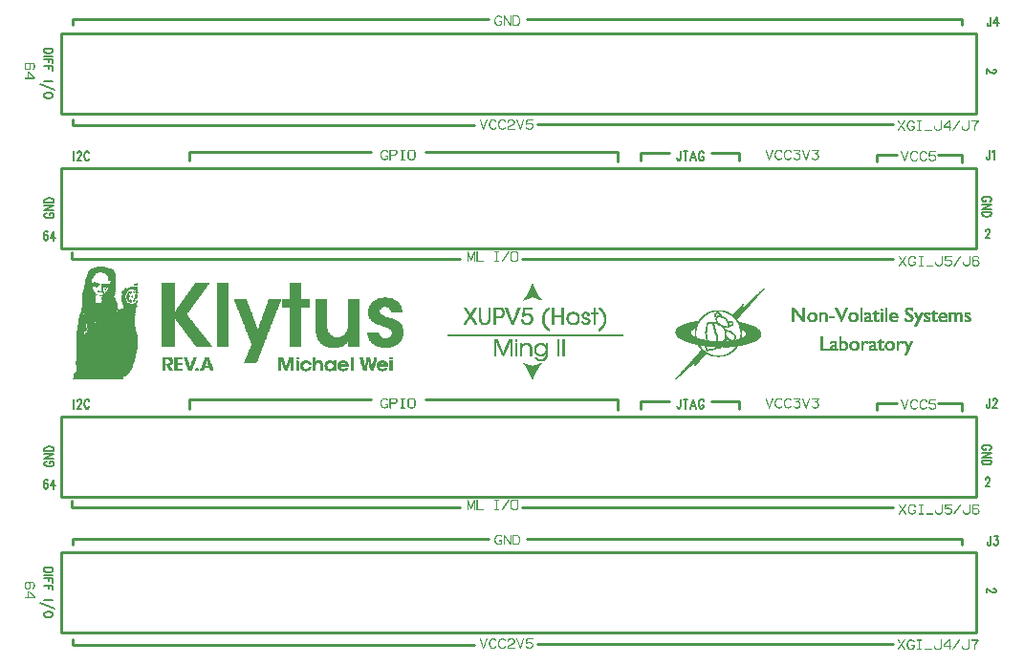
<source format=gto>
*
*
G04 PADS 9.3.1 Build Number: 456998 generated Gerber (RS-274-X) file*
G04 PC Version=2.1*
*
%IN "Klytus_Routed.pcb"*%
*
%MOIN*%
*
%FSLAX35Y35*%
*
*
*
*
G04 PC Standard Apertures*
*
*
G04 Thermal Relief Aperture macro.*
%AMTER*
1,1,$1,0,0*
1,0,$1-$2,0,0*
21,0,$3,$4,0,0,45*
21,0,$3,$4,0,0,135*
%
*
*
G04 Annular Aperture macro.*
%AMANN*
1,1,$1,0,0*
1,0,$2,0,0*
%
*
*
G04 Odd Aperture macro.*
%AMODD*
1,1,$1,0,0*
1,0,$1-0.005,0,0*
%
*
*
G04 PC Custom Aperture Macros*
*
*
*
*
*
*
G04 PC Aperture Table*
*
%ADD010C,0.001*%
%ADD014C,0.01*%
%ADD015C,0.005*%
%ADD016C,0.002*%
*
*
*
*
G04 PC Circuitry*
G04 Layer Name Klytus_Routed.pcb - circuitry*
%LPD*%
*
G54D10*
G01X2148869Y1491941D02*
X2148835Y1491956D01*
X2148801Y1491990*
X2146561*
X2146542Y1491971*
Y1491944*
X2148773*
X2148823Y1491894*
Y1491749*
X2148811Y1491715*
X2148838Y1491738*
X2148869Y1491750*
Y1491941*
X2148799Y1491706D02*
X2148510Y1491513D01*
X2148482Y1491504*
X2148459*
X2148192Y1491149*
Y1491117*
X2148187Y1491095*
X2147946Y1490614*
X2147851Y1490278*
X2147838Y1490257*
X2147799Y1490218*
X2147658Y1489655*
Y1488711*
X2147678Y1488692*
X2147704*
Y1489613*
X2147705Y1489625*
X2147850Y1490201*
Y1490244*
X2147854Y1490263*
X2147999Y1490603*
X2148001Y1490606*
X2148243Y1491091*
X2148248Y1491099*
X2148539Y1491487*
X2148547Y1491496*
X2148799Y1491706*
X2149214Y1536902D02*
X2149172Y1537195D01*
X2149167*
X2149117Y1537245*
Y1537280*
X2148979Y1537511*
X2148971Y1537536*
Y1537557*
X2148616Y1537780*
X2148290Y1537826*
X2147812*
X2147525Y1537778*
X2147517*
X2147484*
X2147157Y1537544*
X2147128Y1537535*
X2147111*
X2147027Y1537368*
X2146933Y1537391*
Y1537779*
Y1537785*
X2147030Y1538610*
X2147032Y1538620*
X2147129Y1538911*
X2147152Y1538939*
X2147492Y1539133*
X2147510Y1539139*
X2147849Y1539188*
X2147856*
X2148293*
X2148302*
X2148593Y1539139*
X2148609Y1539133*
X2148949Y1538939*
X2148969Y1538918*
X2149111Y1538634*
X2149119Y1538626*
X2149132Y1538640*
X2149156Y1538653*
X2149156D02*
X2148983Y1538912D01*
X2148941Y1538954*
X2148614Y1539188*
X2148290Y1539234*
X2147812*
X2147525Y1539186*
X2147517Y1539185*
X2147484*
X2147161Y1538954*
X2147121Y1538914*
X2146983Y1538638*
X2146887Y1537825*
Y1536581*
X2147118Y1536258*
X2147161Y1536215*
X2147484Y1535984*
X2147517*
X2147525*
X2147812Y1535936*
X2148290*
X2148616Y1535982*
X2148983Y1536212*
X2149117Y1536480*
Y1536517*
X2149119Y1536531*
X2149214Y1536864*
Y1536902*
X2149169Y1536905D02*
X2149168Y1536898D01*
X2149120Y1536558*
X2149115Y1536543*
X2148969Y1536252*
X2148949Y1536231*
X2148609Y1536037*
X2148593Y1536031*
X2148302Y1535982*
X2148293Y1535981*
X2147856*
X2147849Y1535982*
X2147510Y1536031*
X2147492Y1536037*
X2147152Y1536231*
X2147133Y1536249*
X2146939Y1536589*
X2146933Y1536614*
Y1536808*
Y1536814*
X2146982Y1537203*
X2146986Y1537219*
X2147132Y1537510*
X2147152Y1537531*
X2147492Y1537725*
X2147510Y1537731*
X2147849Y1537780*
X2147856*
X2148293*
X2148302*
X2148593Y1537731*
X2148609Y1537725*
X2148949Y1537531*
X2148969Y1537510*
X2149115Y1537219*
X2149119Y1537205*
X2149168Y1536913*
X2149169Y1536905*
X2149214Y1623516D02*
X2149172Y1623809D01*
X2149167*
X2149117Y1623859*
Y1623894*
X2148979Y1624125*
X2148971Y1624150*
Y1624171*
X2148616Y1624394*
X2148290Y1624440*
X2147812*
X2147525Y1624392*
X2147517*
X2147484*
X2147157Y1624158*
X2147128Y1624149*
X2147111*
X2147027Y1623982*
X2146933Y1624005*
Y1624393*
Y1624399*
X2147030Y1625224*
X2147032Y1625234*
X2147129Y1625526*
X2147152Y1625553*
X2147492Y1625747*
X2147510Y1625753*
X2147849Y1625802*
X2147856*
X2148293*
X2148302*
X2148593Y1625753*
X2148609Y1625747*
X2148949Y1625553*
X2148969Y1625532*
X2149111Y1625248*
X2149119Y1625241*
X2149132Y1625254*
X2149156Y1625267*
X2149156D02*
X2148983Y1625526D01*
X2148941Y1625569*
X2148614Y1625802*
X2148290Y1625848*
X2147812*
X2147525Y1625800*
X2147517*
X2147484*
X2147161Y1625569*
X2147121Y1625529*
X2146983Y1625252*
X2146887Y1624439*
Y1623196*
X2147118Y1622872*
X2147161Y1622830*
X2147484Y1622599*
X2147517*
X2147525Y1622598*
X2147812Y1622550*
X2148290*
X2148616Y1622597*
X2148983Y1622826*
X2149117Y1623094*
Y1623131*
X2149119Y1623145*
X2149214Y1623478*
Y1623516*
X2149169Y1623519D02*
X2149168Y1623512D01*
X2149120Y1623173*
X2149115Y1623157*
X2148969Y1622866*
X2148949Y1622845*
X2148609Y1622651*
X2148593Y1622645*
X2148302Y1622596*
X2148293*
X2147856*
X2147849*
X2147510Y1622645*
X2147492Y1622651*
X2147152Y1622845*
X2147133Y1622864*
X2146939Y1623203*
X2146933Y1623228*
Y1623422*
Y1623429*
X2146982Y1623817*
X2146986Y1623833*
X2147132Y1624124*
X2147152Y1624145*
X2147492Y1624340*
X2147510Y1624346*
X2147849Y1624394*
X2147856Y1624395*
X2148293*
X2148302Y1624394*
X2148593Y1624345*
X2148609Y1624340*
X2148949Y1624145*
X2148969Y1624124*
X2149115Y1623833*
X2149119Y1623819*
X2149168Y1623528*
X2149169Y1623519*
X2148869Y1673044D02*
X2148835Y1673058D01*
X2148801Y1673092*
X2146561*
X2146542Y1673073*
Y1673047*
X2148773*
X2148823Y1672997*
Y1672851*
X2148811Y1672818*
X2148838Y1672841*
X2148869Y1672852*
Y1673044*
X2148799Y1672808D02*
X2148510Y1672615D01*
X2148482Y1672607*
X2148459*
X2148192Y1672252*
Y1672220*
X2148187Y1672197*
X2147946Y1671716*
X2147851Y1671381*
X2147838Y1671359*
X2147799Y1671320*
X2147658Y1670757*
Y1669813*
X2147678Y1669794*
X2147704*
Y1670715*
X2147705Y1670727*
X2147850Y1671304*
Y1671346*
X2147854Y1671366*
X2147999Y1671706*
X2148001Y1671708*
X2148243Y1672194*
X2148248Y1672201*
X2148539Y1672590*
X2148547Y1672598*
X2148799Y1672808*
X2145665Y1491990D02*
X2145639D01*
X2145620Y1491971*
Y1489418*
X2145609Y1489388*
X2145269Y1488951*
X2145247Y1488935*
X2144713Y1488740*
X2144696Y1488737*
X2144259*
X2144242Y1488740*
X2143708Y1488935*
X2143685Y1488951*
X2143346Y1489388*
X2143335Y1489418*
Y1489873*
X2143329Y1489876*
X2143323Y1489869*
X2143289Y1489835*
Y1489386*
X2143605Y1488934*
X2143628*
X2143647Y1488931*
X2144220Y1488692*
X2144734*
X2145308Y1488931*
X2145327Y1488934*
X2145349*
X2145665Y1489386*
Y1491990*
X2146059Y1539234D02*
X2146032D01*
X2146013Y1539215*
Y1536663*
X2146003Y1536632*
X2145663Y1536195*
X2145641Y1536179*
X2145107Y1535984*
X2145089Y1535981*
X2144653*
X2144635Y1535984*
X2144101Y1536179*
X2144079Y1536195*
X2143739Y1536632*
X2143729Y1536663*
Y1537117*
X2143723Y1537120*
X2143717Y1537113*
X2143683Y1537079*
Y1536630*
X2143999Y1536179*
X2144021*
X2144041Y1536175*
X2144614Y1535936*
X2145128*
X2145701Y1536175*
X2145721Y1536179*
X2145743*
X2146059Y1536630*
Y1539234*
X2146311Y1603839D02*
X2146244Y1604040D01*
X2146105Y1604320*
X2145895Y1604529*
X2145536Y1604816*
X2145326Y1604956*
X2145115Y1605026*
X2145096Y1605039*
X2144951Y1605183*
X2144945Y1605191*
X2144800Y1605408*
X2144797Y1605459*
X2144942Y1605748*
X2144974Y1605775*
X2145264Y1605847*
X2145284Y1605848*
X2145719Y1605775*
X2145736Y1605769*
X2146168Y1605522*
Y1605983*
X2145697Y1606185*
X2145205Y1606255*
X2144856Y1606185*
X2144511Y1606047*
X2144308Y1605778*
X2144240Y1605437*
X2144308Y1605167*
X2144445Y1604961*
X2144729Y1604677*
X2145230Y1604320*
X2145661Y1604104*
X2145687Y1604072*
X2145759Y1603782*
X2145761Y1603770*
Y1603625*
X2145746Y1603589*
X2145601Y1603444*
X2145576Y1603431*
X2145214Y1603358*
X2145204Y1603357*
X2144986*
X2144959Y1603366*
X2144742Y1603510*
X2144239Y1603824*
Y1603224*
X2144781Y1603021*
X2145276Y1602951*
X2145697Y1603021*
X2146039Y1603158*
X2146243Y1603498*
X2146311Y1603839*
X2146059Y1625848D02*
X2146032D01*
X2146013Y1625829*
Y1623277*
X2146003Y1623246*
X2145663Y1622809*
X2145641Y1622793*
X2145107Y1622599*
X2145089Y1622596*
X2144653*
X2144635Y1622599*
X2144101Y1622793*
X2144079Y1622809*
X2143739Y1623246*
X2143729Y1623277*
Y1623731*
X2143723Y1623734*
X2143717Y1623727*
X2143683Y1623693*
Y1623244*
X2143999Y1622793*
X2144021*
X2144041Y1622789*
X2144614Y1622550*
X2145128*
X2145701Y1622789*
X2145721Y1622793*
X2145743*
X2146059Y1623244*
Y1625848*
X2143415Y1604926D02*
X2143344Y1605494D01*
X2143135Y1605911*
X2142791Y1606186*
X2142380Y1606255*
X2141823Y1606116*
X2141616Y1605908*
X2141611Y1605903*
X2141321Y1605686*
X2141249Y1605698*
X2141107Y1605912*
X2140903Y1606116*
X2140351Y1606254*
X2139937Y1606116*
X2139436Y1605758*
X2139357Y1605799*
Y1606183*
X2138804*
Y1603022*
X2139357*
Y1605364*
X2139371Y1605399*
X2139734Y1605761*
X2139759Y1605775*
X2140121Y1605848*
X2140143Y1605847*
X2140433Y1605775*
X2140449Y1605768*
X2140666Y1605623*
X2140683Y1605603*
X2140828Y1605314*
X2140833Y1605291*
Y1603022*
X2141386*
Y1605364*
X2141404Y1605403*
X2141767Y1605693*
X2141779Y1605700*
X2142142Y1605845*
X2142172Y1605847*
X2142462Y1605775*
X2142478Y1605768*
X2142695Y1605623*
X2142716Y1605593*
X2142788Y1605303*
X2142789Y1605301*
X2142861Y1604939*
X2142862Y1604929*
Y1603022*
X2143415*
Y1604926*
X2145665Y1673092D02*
X2145639D01*
X2145620Y1673073*
Y1670521*
X2145609Y1670490*
X2145269Y1670053*
X2145247Y1670037*
X2144713Y1669843*
X2144696Y1669840*
X2144259*
X2144242Y1669843*
X2143708Y1670037*
X2143685Y1670053*
X2143346Y1670490*
X2143335Y1670521*
Y1670975*
X2143329Y1670978*
X2143323Y1670971*
X2143289Y1670937*
Y1670488*
X2143605Y1670037*
X2143628*
X2143647Y1670033*
X2144220Y1669794*
X2144734*
X2145308Y1670033*
X2145327Y1670037*
X2145349*
X2145665Y1670488*
Y1673092*
X2142413Y1491968D02*
X2142404Y1491959D01*
X2140134Y1488723*
Y1488714*
X2140143Y1488723*
X2142413Y1491958*
Y1491968*
X2142806Y1539212D02*
X2142798Y1539203D01*
X2140528Y1535967*
Y1535958*
X2140536Y1535967*
X2142806Y1539203*
Y1539212*
X2139235Y1489808D02*
X2139190Y1489854D01*
X2139065*
X2139015Y1489904*
Y1491971*
X2138995Y1491990*
X2138936*
X2138969Y1491943*
Y1489904*
X2138919Y1489854*
X2136977*
X2136930Y1489887*
Y1489808*
X2138919*
X2138969Y1489758*
Y1488711*
X2138988Y1488692*
X2139015*
Y1489758*
X2139065Y1489808*
X2139235*
X2138757Y1491990D02*
X2138747D01*
X2136930Y1490030*
Y1490018*
X2136941Y1490035*
X2138737Y1491977*
X2138757Y1491990*
X2139603Y1536984D02*
X2139507Y1536555D01*
X2139500Y1536538*
X2139306Y1536246*
X2139283Y1536228*
X2138701Y1535985*
X2138682Y1535981*
X2138245*
X2138226Y1535985*
X2137643Y1536228*
X2137627Y1536239*
X2137324Y1536542*
Y1536489*
X2137642Y1536171*
X2138206Y1535936*
X2138720*
X2139284Y1536171*
X2139324Y1536211*
X2139554Y1536486*
Y1536517*
Y1536522*
X2139603Y1536957*
Y1536984*
Y1539215D02*
X2139583Y1539234D01*
X2137586*
X2137552Y1539200*
X2137517Y1539185*
X2137511*
X2137279Y1537699*
X2137295Y1537683*
X2137315*
X2137794Y1537827*
X2137800Y1537828*
X2138382Y1537925*
X2138395Y1537926*
X2138881Y1537877*
X2138898Y1537872*
X2139287Y1537678*
X2139300Y1537669*
X2139542Y1537426*
X2139557Y1537397*
X2139573Y1537262*
X2139556Y1537421*
X2139336Y1537729*
X2139313*
X2139290Y1537734*
X2138913Y1537923*
X2138876*
X2138871*
X2138392Y1537971*
X2137773Y1537876*
X2137439Y1537733*
X2137370Y1537779*
Y1537786*
X2137564Y1539145*
X2137614Y1539188*
X2139603*
Y1539215*
X2142806Y1625826D02*
X2142798Y1625817D01*
X2140528Y1622581*
Y1622572*
X2140536Y1622581*
X2142806Y1625817*
Y1625826*
X2142413Y1673070D02*
X2142404Y1673061D01*
X2140134Y1669825*
Y1669816*
X2140143Y1669825*
X2142413Y1673061*
Y1673070*
X2136054Y1491990D02*
X2136027D01*
X2136008Y1491971*
Y1489418*
X2135997Y1489388*
X2135658Y1488951*
X2135635Y1488935*
X2135101Y1488740*
X2135084Y1488737*
X2134647*
X2134630Y1488740*
X2134096Y1488935*
X2134074Y1488951*
X2133734Y1489388*
X2133723Y1489418*
Y1489873*
X2133718Y1489876*
X2133712Y1489869*
X2133678Y1489835*
Y1489386*
X2133994Y1488934*
X2134016*
X2134035Y1488931*
X2134609Y1488692*
X2135123*
X2135696Y1488931*
X2135715Y1488934*
X2135738*
X2136054Y1489386*
Y1491990*
X2136447Y1539234D02*
X2136421D01*
X2136402Y1539215*
Y1536663*
X2136391Y1536632*
X2136051Y1536195*
X2136029Y1536179*
X2135495Y1535984*
X2135478Y1535981*
X2135041*
X2135024Y1535984*
X2134490Y1536179*
X2134467Y1536195*
X2134128Y1536632*
X2134117Y1536663*
Y1537117*
X2134111Y1537120*
X2134105Y1537113*
X2134071Y1537079*
Y1536630*
X2134387Y1536179*
X2134410*
X2134429Y1536175*
X2135002Y1535936*
X2135516*
X2136090Y1536175*
X2136109Y1536179*
X2136131*
X2136447Y1536630*
Y1539234*
X2138052Y1604564D02*
X2137981Y1605276D01*
X2137702Y1605764*
X2137211Y1606115*
X2136653Y1606254*
X2136095Y1606115*
X2135604Y1605764*
X2135323Y1605273*
X2135182Y1604637*
X2135253Y1604143*
X2135393Y1603721*
X2135604Y1603440*
X2135883Y1603161*
X2136303Y1603021*
X2136727Y1602950*
X2137436Y1603021*
X2137980Y1603293*
Y1603761*
X2137472Y1603507*
X2137456Y1603503*
X2136877Y1603430*
X2136862*
X2136427Y1603503*
X2136410Y1603509*
X2136048Y1603727*
X2136033Y1603740*
X2135816Y1604029*
X2135807Y1604051*
X2135734Y1604486*
X2135733Y1604494*
X2135783Y1604544*
X2138052*
Y1604564*
X2137450Y1604879D02*
X2135783D01*
X2135737Y1604948*
X2135882Y1605310*
X2135887Y1605319*
X2136032Y1605536*
X2136051Y1605553*
X2136341Y1605698*
X2136351Y1605702*
X2136641Y1605775*
X2136665*
X2136955Y1605702*
X2136965Y1605698*
X2137255Y1605553*
X2137274Y1605536*
X2137419Y1605319*
X2137427Y1605301*
X2137499Y1604939*
X2137450Y1604879*
X2139603Y1623598D02*
X2139507Y1623169D01*
X2139500Y1623152*
X2139306Y1622861*
X2139283Y1622842*
X2138701Y1622599*
X2138682Y1622596*
X2138245*
X2138226Y1622599*
X2137643Y1622842*
X2137627Y1622853*
X2137324Y1623156*
Y1623103*
X2137642Y1622785*
X2138206Y1622550*
X2138720*
X2139284Y1622785*
X2139324Y1622825*
X2139554Y1623101*
Y1623131*
Y1623137*
X2139603Y1623571*
Y1623598*
Y1625829D02*
X2139583Y1625848D01*
X2137586*
X2137552Y1625814*
X2137517Y1625800*
X2137511*
X2137279Y1624314*
X2137279D02*
X2137295Y1624298D01*
X2137315*
X2137794Y1624441*
X2137800Y1624443*
X2138382Y1624540*
X2138395*
X2138881Y1624491*
X2138881D02*
X2138898Y1624486D01*
X2139287Y1624292*
X2139300Y1624283*
X2139542Y1624040*
X2139557Y1624011*
X2139573Y1623876*
X2139556Y1624035*
X2139336Y1624343*
X2139313*
X2139290Y1624348*
X2138913Y1624537*
X2138876*
X2138871Y1624538*
X2138392Y1624586*
X2137773Y1624490*
X2137439Y1624347*
X2137370Y1624393*
Y1624400*
X2137564Y1625759*
X2137564D02*
X2137614Y1625802D01*
X2139603*
Y1625829*
X2139235Y1670911D02*
X2139190Y1670956D01*
X2139065*
X2139015Y1671006*
Y1673073*
X2138995Y1673092*
X2138936*
X2138969Y1673045*
Y1671006*
X2138919Y1670956*
X2136977*
X2136930Y1670989*
Y1670911*
X2138919*
X2138969Y1670861*
Y1669813*
X2138988Y1669794*
X2139015*
Y1670861*
X2139065Y1670911*
X2139235*
X2138757Y1673092D02*
X2138747D01*
X2136930Y1671132*
Y1671120*
X2136941Y1671137*
X2138737Y1673079*
X2138757Y1673092*
X2132801Y1488718D02*
X2132782Y1488737D01*
X2130542*
X2130496Y1488692*
X2132801*
Y1488718*
X2133195Y1535962D02*
X2133176Y1535981D01*
X2130935*
X2130890Y1535936*
X2133195*
Y1535962*
X2134079Y1573598D02*
X2133984Y1573169D01*
X2133977Y1573152*
X2133783Y1572861*
X2133760Y1572842*
X2133178Y1572599*
X2133158Y1572596*
X2132722*
X2132702Y1572599*
X2132120Y1572842*
X2132104Y1572853*
X2131801Y1573156*
Y1573103*
X2132119Y1572785*
X2132683Y1572550*
X2133197*
X2133761Y1572785*
X2133801Y1572825*
X2134031Y1573101*
Y1573131*
Y1573137*
X2134079Y1573571*
Y1573598*
Y1575829D02*
X2134060Y1575848D01*
X2132063*
X2132029Y1575814*
X2131993Y1575800*
X2131988*
X2131755Y1574314*
X2131755D02*
X2131771Y1574298D01*
X2131792*
X2132270Y1574441*
X2132276Y1574443*
X2132859Y1574540*
X2132872*
X2133358Y1574491*
X2133358D02*
X2133375Y1574486D01*
X2133763Y1574292*
X2133776Y1574283*
X2134019Y1574040*
X2134033Y1574011*
X2134050Y1573876*
X2134032Y1574035*
X2133812Y1574343*
X2133789*
X2133767Y1574348*
X2133389Y1574537*
X2133353*
X2133348Y1574538*
X2132868Y1574586*
X2132250Y1574490*
X2131916Y1574347*
X2131846Y1574393*
X2131847Y1574400*
X2132041Y1575759*
X2132041D02*
X2132090Y1575802D01*
X2134079*
Y1575829*
X2134791Y1603623D02*
X2134498Y1603506D01*
X2134489Y1603503*
X2134127Y1603431*
X2134094Y1603435*
X2133805Y1603580*
X2133792Y1603589*
X2133647Y1603734*
X2133632Y1603770*
Y1605654*
X2133682Y1605704*
X2134646*
Y1606183*
X2133682*
X2133632Y1606233*
Y1606837*
X2132500Y1605705*
Y1605704*
X2133030*
X2133080Y1605654*
Y1603848*
X2133150Y1603566*
X2133218Y1603362*
X2133352Y1603228*
X2133630Y1603020*
X2134044Y1602951*
X2134466Y1603021*
X2134791Y1603151*
Y1603623*
X2136447Y1625848D02*
X2136421D01*
X2136402Y1625829*
Y1623277*
X2136391Y1623246*
X2136051Y1622809*
X2136029Y1622793*
X2135495Y1622599*
X2135478Y1622596*
X2135041*
X2135024Y1622599*
X2134490Y1622793*
X2134467Y1622809*
X2134128Y1623246*
X2134117Y1623277*
Y1623731*
X2134111Y1623734*
X2134105Y1623727*
X2134071Y1623693*
Y1623244*
X2134387Y1622793*
X2134410*
X2134429Y1622789*
X2135002Y1622550*
X2135516*
X2136090Y1622789*
X2136109Y1622793*
X2136131*
X2136447Y1623244*
Y1625848*
X2129187Y1491944D02*
X2129141Y1491990D01*
X2127872*
X2127853Y1491971*
Y1491944*
X2128434*
X2128484Y1491894*
Y1488787*
X2128434Y1488737*
X2127872*
X2127853Y1488718*
Y1488692*
X2129187*
X2129141Y1488737*
X2128579*
X2128529Y1488787*
Y1491894*
X2128579Y1491944*
X2129187*
X2129580Y1539188D02*
X2129535Y1539234D01*
X2128265*
X2128246Y1539215*
Y1539188*
X2128827*
X2128877Y1539138*
Y1536031*
X2128827Y1535981*
X2128265*
X2128246Y1535962*
Y1535936*
X2129580*
X2129535Y1535981*
X2128973*
X2128923Y1536031*
Y1539138*
X2128973Y1539188*
X2129580*
X2130875Y1575253D02*
X2130649Y1575616D01*
X2130333Y1575751*
X2130294*
X2130281Y1575753*
X2129950Y1575847*
X2129523Y1575800*
X2129518*
X2129481*
X2129228Y1575673*
Y1575655*
X2129210Y1575617*
X2128937Y1575389*
Y1575364*
X2128930Y1575340*
X2128690Y1574908*
X2128548Y1574434*
Y1573961*
X2128643Y1573489*
X2128927Y1573014*
X2129153Y1572744*
X2129178*
X2129200Y1572739*
X2129483Y1572597*
X2129952Y1572550*
X2130422Y1572645*
X2130730Y1572820*
Y1572840*
X2130735Y1572862*
X2130875Y1573143*
Y1573159*
X2130858Y1573176*
X2130727Y1572915*
X2130715Y1572898*
X2130423Y1572656*
X2130397Y1572644*
X2129960Y1572596*
X2129949*
X2129512Y1572644*
X2129495Y1572649*
X2129204Y1572795*
X2129191Y1572804*
X2128948Y1573047*
X2128940Y1573058*
X2128697Y1573495*
X2128692Y1573510*
X2128595Y1573995*
X2128594Y1574005*
Y1574442*
X2128596Y1574458*
X2128742Y1574894*
X2128744Y1574899*
X2128938Y1575336*
X2128952Y1575354*
X2129243Y1575597*
X2129249Y1575601*
X2129492Y1575747*
X2129512Y1575754*
X2129949Y1575802*
X2129968Y1575801*
X2130308Y1575703*
X2130310*
X2130601Y1575606*
X2130628Y1575585*
X2130856Y1575220*
X2130856*
X2130875Y1575239*
Y1575253*
X2132109Y1603839D02*
X2132041Y1604040D01*
X2131902Y1604320*
X2131692Y1604529*
X2131334Y1604816*
X2131124Y1604956*
X2130913Y1605026*
X2130893Y1605039*
X2130748Y1605183*
X2130742Y1605191*
X2130597Y1605408*
X2130594Y1605459*
X2130739Y1605748*
X2130771Y1605775*
X2131061Y1605847*
X2131081Y1605848*
X2131516Y1605775*
X2131533Y1605769*
X2131965Y1605522*
Y1605983*
X2131494Y1606185*
X2131002Y1606255*
X2130653Y1606185*
X2130308Y1606047*
X2130106Y1605778*
X2130038Y1605437*
X2130105Y1605167*
X2130243Y1604961*
X2130526Y1604677*
X2131027Y1604320*
X2131458Y1604104*
X2131484Y1604072*
X2131557Y1603782*
X2131558Y1603770*
Y1603625*
X2131543Y1603589*
X2131398Y1603444*
X2131373Y1603431*
X2131011Y1603358*
X2131001Y1603357*
X2130783*
X2130756Y1603366*
X2130539Y1603510*
X2130036Y1603824*
Y1603224*
X2130578Y1603021*
X2131073Y1602951*
X2131494Y1603021*
X2131836Y1603158*
X2132040Y1603498*
X2132109Y1603839*
X2133195Y1622576D02*
X2133176Y1622596D01*
X2130935*
X2130890Y1622550*
X2133195*
Y1622576*
X2134079Y1660212D02*
X2133984Y1659783D01*
X2133977Y1659766*
X2133783Y1659475*
X2133760Y1659456*
X2133178Y1659214*
X2133158Y1659210*
X2132722*
X2132702Y1659214*
X2132120Y1659456*
X2132104Y1659467*
X2131801Y1659770*
Y1659717*
X2132119Y1659399*
X2132683Y1659164*
X2133197*
X2133761Y1659399*
X2133801Y1659439*
X2134031Y1659715*
Y1659745*
Y1659751*
X2134079Y1660185*
Y1660212*
Y1662443D02*
X2134060Y1662462D01*
X2132063*
X2132029Y1662428*
X2131993Y1662414*
X2131988*
X2131755Y1660928*
X2131771Y1660912*
X2131792*
X2132270Y1661055*
X2132276Y1661057*
X2132859Y1661154*
X2132872*
X2133358Y1661106*
X2133375Y1661101*
X2133763Y1660906*
X2133776Y1660897*
X2134019Y1660654*
X2134033Y1660625*
X2134050Y1660491*
X2134032Y1660649*
X2133812Y1660957*
X2133789*
X2133767Y1660963*
X2133389Y1661152*
X2133353*
X2133348*
X2132868Y1661200*
X2132250Y1661105*
X2131916Y1660961*
X2131846Y1661007*
X2131847Y1661014*
X2132041Y1662374*
X2132090Y1662417*
X2134079*
Y1662443*
X2136054Y1673092D02*
X2136027D01*
X2136008Y1673073*
Y1670521*
X2135997Y1670490*
X2135658Y1670053*
X2135635Y1670037*
X2135101Y1669843*
X2135084Y1669840*
X2134647*
X2134630Y1669843*
X2134096Y1670037*
X2134074Y1670053*
X2133734Y1670490*
X2133723Y1670521*
Y1670975*
X2133718Y1670978*
X2133712Y1670971*
X2133678Y1670937*
Y1670488*
X2133994Y1670037*
X2134016*
X2134035Y1670033*
X2134609Y1669794*
X2135123*
X2135696Y1670033*
X2135715Y1670037*
X2135738*
X2136054Y1670488*
Y1673092*
X2126539Y1491394D02*
X2126319Y1491747D01*
X2126298*
X2126275Y1491752*
X2125995Y1491893*
X2125958*
X2125944Y1491895*
X2125611Y1491990*
X2125572*
X2125138Y1491942*
X2125133Y1491941*
X2125096*
X2124843Y1491815*
Y1491797*
X2124825Y1491759*
X2124552Y1491531*
Y1491506*
X2124545Y1491482*
X2124305Y1491049*
X2124163Y1490576*
Y1490103*
X2124258Y1489629*
X2124484Y1489177*
X2124502*
X2124540Y1489159*
X2124775Y1488877*
X2125097Y1488739*
X2125572Y1488692*
X2125613*
X2126044Y1488788*
X2126055Y1488789*
X2126088*
X2126363Y1488972*
X2126402Y1489011*
X2126539Y1489285*
Y1489980*
X2126520Y1489999*
X2126520D02*
X2125833D01*
X2125833D02*
X2125814Y1489980D01*
Y1489954*
X2126443*
X2126493Y1489904*
Y1489321*
X2126486Y1489296*
X2126341Y1489053*
X2126325Y1489037*
X2126034Y1488843*
X2126017Y1488836*
X2125580Y1488739*
X2125564Y1488738*
X2125127Y1488786*
X2125110Y1488791*
X2124819Y1488937*
X2124806Y1488946*
X2124563Y1489189*
X2124555Y1489200*
X2124312Y1489637*
X2124307Y1489651*
X2124210Y1490137*
X2124209Y1490147*
Y1490583*
X2124211Y1490599*
X2124357Y1491036*
X2124359Y1491041*
X2124553Y1491478*
X2124567Y1491496*
X2124858Y1491738*
X2124864Y1491743*
X2125107Y1491888*
X2125127Y1491895*
X2125564Y1491944*
X2125583Y1491942*
X2125923Y1491845*
X2125925*
X2126216Y1491747*
X2126243Y1491726*
X2126471Y1491362*
X2126520*
X2126539Y1491381*
Y1491394*
X2126933Y1538638D02*
X2126712Y1538991D01*
X2126691*
X2126669Y1538996*
X2126388Y1539137*
X2126352*
X2126338Y1539139*
X2126005Y1539234*
X2125966*
X2125532Y1539186*
X2125526Y1539185*
X2125490*
X2125237Y1539059*
Y1539041*
X2125219Y1539003*
X2124945Y1538775*
Y1538750*
X2124939Y1538726*
X2124699Y1538293*
X2124557Y1537820*
Y1537347*
X2124652Y1536873*
X2124878Y1536421*
X2124895*
X2124934Y1536403*
X2125169Y1536121*
X2125490Y1535983*
X2125966Y1535936*
X2126006*
X2126438Y1536032*
X2126449Y1536033*
X2126482*
X2126757Y1536216*
X2126796Y1536255*
X2126933Y1536529*
Y1537224*
X2126913Y1537244*
X2126227*
X2126207Y1537224*
Y1537198*
X2126837*
X2126887Y1537148*
Y1536565*
X2126880Y1536540*
X2126734Y1536297*
X2126719Y1536281*
X2126428Y1536087*
X2126411Y1536080*
X2125974Y1535983*
X2125958Y1535982*
X2125521Y1536030*
X2125504Y1536035*
X2125213Y1536181*
X2125200Y1536190*
X2124957Y1536433*
X2124949Y1536444*
X2124706Y1536881*
X2124701Y1536895*
X2124604Y1537381*
X2124603Y1537391*
Y1537828*
X2124605Y1537843*
X2124751Y1538280*
X2124752Y1538285*
X2124947Y1538722*
X2124960Y1538740*
X2125252Y1538982*
X2125258Y1538987*
X2125501Y1539133*
X2125521Y1539139*
X2125958Y1539188*
X2125977Y1539186*
X2126317Y1539089*
X2126319*
X2126610Y1538992*
X2126637Y1538971*
X2126865Y1538606*
X2126913*
X2126933Y1538625*
Y1538638*
X2127672Y1575253D02*
X2127445Y1575616D01*
X2127129Y1575751*
X2127090*
X2127077Y1575753*
X2126746Y1575847*
X2126319Y1575800*
X2126314*
X2126277*
X2126024Y1575673*
Y1575655*
X2126006Y1575617*
X2125733Y1575389*
Y1575364*
X2125726Y1575340*
X2125486Y1574908*
X2125344Y1574434*
Y1573961*
X2125439Y1573489*
X2125724Y1573014*
X2125949Y1572744*
X2125974*
X2125996Y1572739*
X2126279Y1572597*
X2126748Y1572550*
X2127218Y1572645*
X2127526Y1572820*
Y1572840*
X2127531Y1572862*
X2127672Y1573143*
Y1573159*
X2127654Y1573176*
X2127524Y1572915*
X2127511Y1572898*
X2127220Y1572656*
X2127193Y1572644*
X2126756Y1572596*
X2126745*
X2126308Y1572644*
X2126291Y1572649*
X2126000Y1572795*
X2125987Y1572804*
X2125744Y1573047*
X2125736Y1573058*
X2125493Y1573495*
X2125488Y1573510*
X2125391Y1573995*
X2125390Y1574005*
Y1574442*
X2125393Y1574458*
X2125538Y1574894*
X2125540Y1574899*
X2125734Y1575336*
X2125748Y1575354*
X2126039Y1575597*
X2126045Y1575601*
X2126288Y1575747*
X2126308Y1575754*
X2126745Y1575802*
X2126764Y1575801*
X2127104Y1575703*
X2127106*
X2127398Y1575606*
X2127424Y1575585*
X2127652Y1575220*
X2127652*
X2127672Y1575239*
Y1575253*
X2129618Y1606183D02*
X2129003D01*
X2128147Y1604400*
X2128057*
X2127201Y1606183*
X2126588*
X2127785Y1603719*
Y1603676*
X2126731Y1601356*
X2127346*
X2129618Y1606183*
X2129580Y1625802D02*
X2129535Y1625848D01*
X2128265*
X2128246Y1625829*
Y1625802*
X2128827*
X2128877Y1625752*
Y1622646*
X2128827Y1622596*
X2128265*
X2128246Y1622576*
Y1622550*
X2129580*
X2129535Y1622596*
X2128973*
X2128923Y1622646*
Y1625752*
X2128973Y1625802*
X2129580*
X2130875Y1661867D02*
X2130649Y1662230D01*
X2130333Y1662365*
X2130294*
X2130281Y1662367*
X2129950Y1662461*
X2129523Y1662414*
X2129518*
X2129481*
X2129228Y1662287*
Y1662270*
X2129210Y1662231*
X2128937Y1662003*
Y1661978*
X2128930Y1661954*
X2128690Y1661522*
X2128548Y1661049*
Y1660575*
X2128643Y1660103*
X2128927Y1659629*
X2129153Y1659358*
X2129178*
X2129200Y1659353*
X2129483Y1659212*
X2129952Y1659165*
X2130422Y1659259*
X2130730Y1659434*
Y1659454*
X2130735Y1659476*
X2130875Y1659757*
Y1659773*
X2130858Y1659790*
X2130727Y1659529*
X2130715Y1659513*
X2130423Y1659270*
X2130397Y1659259*
X2129960Y1659210*
X2129949*
X2129512Y1659259*
X2129495Y1659264*
X2129204Y1659409*
X2129191Y1659419*
X2128948Y1659661*
X2128940Y1659672*
X2128697Y1660109*
X2128692Y1660124*
X2128595Y1660609*
X2128594Y1660619*
Y1661056*
X2128596Y1661072*
X2128742Y1661509*
X2128744Y1661513*
X2128938Y1661950*
X2128952Y1661968*
X2129243Y1662211*
X2129249Y1662215*
X2129492Y1662361*
X2129512Y1662368*
X2129949Y1662416*
X2129968Y1662415*
X2130308Y1662318*
X2130310Y1662317*
X2130601Y1662220*
X2130628Y1662199*
X2130856Y1661834*
X2130856*
X2130875Y1661853*
Y1661867*
X2132801Y1669820D02*
X2132782Y1669840D01*
X2130542*
X2130496Y1669794*
X2132801*
Y1669820*
X2129187Y1673047D02*
X2129141Y1673092D01*
X2127872*
X2127853Y1673073*
Y1673047*
X2128434*
X2128484Y1672997*
Y1669890*
X2128434Y1669840*
X2127872*
X2127853Y1669820*
Y1669794*
X2129187*
X2129141Y1669840*
X2128579*
X2128529Y1669890*
Y1672997*
X2128579Y1673047*
X2129187*
X2123287Y1491968D02*
X2123278Y1491959D01*
X2122164Y1490409*
X2122098Y1490395*
X2122115Y1490369*
Y1490312*
X2121008Y1488723*
Y1488692*
X2121029*
X2122082Y1490223*
X2122164Y1490224*
X2123265Y1488692*
X2123267*
X2123287Y1488711*
Y1488723*
X2122179Y1490312*
Y1490369*
X2123287Y1491958*
Y1491968*
X2121669Y1491009D02*
X2121016Y1491959D01*
X2121008Y1491968*
Y1491958*
X2121669Y1491009*
X2123680Y1539212D02*
X2123671Y1539203D01*
X2122557Y1537653*
X2122491Y1537639*
X2122509Y1537613*
Y1537556*
X2121402Y1535967*
Y1535936*
X2121422*
X2122475Y1537468*
X2122557*
X2123659Y1535936*
X2123661*
X2123680Y1535955*
Y1535967*
X2122573Y1537556*
Y1537613*
X2123680Y1539203*
Y1539212*
X2124464Y1575800D02*
X2124456D01*
X2123351Y1572726*
X2123257*
X2122200Y1575800*
X2122192*
X2123299Y1572576*
X2123325Y1572550*
X2123332*
X2123358Y1572576*
X2124464Y1575800*
X2126139Y1596183D02*
X2125525D01*
X2124669Y1594400*
X2124579*
X2123723Y1596183*
X2123110*
X2124307Y1593719*
Y1593676*
X2123252Y1591356*
X2123868*
X2126139Y1596183*
X2126240Y1604204D02*
X2126170Y1604626D01*
X2126031Y1604973*
X2125750Y1605254*
X2125392Y1605540*
X2124815Y1605901*
X2124811Y1605903*
X2124523Y1606120*
X2124306Y1606264*
X2124287Y1606290*
X2124142Y1606725*
Y1606756*
X2124214Y1606974*
X2124220Y1606986*
X2124365Y1607203*
X2124391Y1607223*
X2124608Y1607295*
X2124614Y1607297*
X2124977Y1607369*
X2124977D02*
X2124998D01*
X2125578Y1607224*
X2125595Y1607216*
X2126023Y1606910*
Y1607581*
X2125550Y1607851*
X2124914Y1607922*
X2124352Y1607852*
X2123933Y1607573*
X2123585Y1607154*
X2123515Y1606669*
X2123585Y1606320*
X2123725Y1605972*
X2124004Y1605692*
X2124433Y1605406*
X2124939Y1605117*
X2124944Y1605114*
X2125234Y1604896*
X2125234D02*
X2125239Y1604892D01*
X2125456Y1604674*
X2125469Y1604655*
X2125613Y1604220*
X2125615Y1604192*
X2125542Y1603902*
X2125529Y1603879*
X2125384Y1603734*
X2125376Y1603728*
X2125159Y1603583*
X2125141Y1603576*
X2124779Y1603503*
X2124759*
X2124397Y1603576*
X2124394*
X2124105Y1603649*
X2124086Y1603658*
X2123723Y1603948*
X2123719Y1603952*
X2123515Y1604156*
Y1603437*
X2124134Y1603092*
X2124843Y1602951*
X2125403Y1603021*
X2125822Y1603300*
X2126171Y1603718*
X2126240Y1604204*
X2126933Y1625253D02*
X2126712Y1625605D01*
X2126691*
X2126669Y1625611*
X2126388Y1625751*
X2126352*
X2126338Y1625753*
X2126005Y1625848*
X2125966*
X2125532Y1625800*
X2125526*
X2125490*
X2125237Y1625673*
Y1625655*
X2125219Y1625617*
X2124945Y1625389*
Y1625364*
X2124939Y1625340*
X2124699Y1624908*
X2124557Y1624434*
Y1623961*
X2124652Y1623487*
X2124878Y1623035*
X2124895*
X2124934Y1623017*
X2125169Y1622735*
X2125490Y1622598*
X2125966Y1622550*
X2126006*
X2126438Y1622646*
X2126449Y1622647*
X2126482*
X2126757Y1622830*
X2126796Y1622869*
X2126933Y1623143*
Y1623839*
X2126913Y1623858*
X2126227*
X2126207Y1623839*
Y1623812*
X2126837*
X2126887Y1623762*
Y1623180*
X2126880Y1623154*
X2126734Y1622911*
X2126719Y1622895*
X2126428Y1622701*
X2126411Y1622694*
X2125974Y1622597*
X2125958Y1622596*
X2125521Y1622644*
X2125504Y1622649*
X2125213Y1622795*
X2125200Y1622804*
X2124957Y1623047*
X2124949Y1623058*
X2124706Y1623495*
X2124701Y1623510*
X2124604Y1623995*
X2124603Y1624005*
Y1624442*
X2124605Y1624458*
X2124751Y1624894*
X2124752Y1624899*
X2124947Y1625336*
X2124960Y1625354*
X2125252Y1625597*
X2125258Y1625601*
X2125501Y1625747*
X2125521Y1625754*
X2125958Y1625802*
X2125977Y1625801*
X2126317Y1625703*
X2126319*
X2126610Y1625606*
X2126637Y1625585*
X2126865Y1625220*
X2126913*
X2126933Y1625239*
Y1625253*
X2127672Y1661867D02*
X2127445Y1662230D01*
X2127129Y1662365*
X2127090*
X2127077Y1662367*
X2126746Y1662461*
X2126319Y1662414*
X2126314*
X2126277*
X2126024Y1662287*
Y1662270*
X2126006Y1662231*
X2125733Y1662003*
Y1661978*
X2125726Y1661954*
X2125486Y1661522*
X2125344Y1661049*
Y1660575*
X2125439Y1660103*
X2125724Y1659629*
X2125949Y1659358*
X2125974*
X2125996Y1659353*
X2126279Y1659212*
X2126748Y1659165*
X2127218Y1659259*
X2127526Y1659434*
Y1659454*
X2127531Y1659476*
X2127672Y1659757*
Y1659773*
X2127654Y1659790*
X2127524Y1659529*
X2127511Y1659513*
X2127220Y1659270*
X2127193Y1659259*
X2126756Y1659210*
X2126745*
X2126308Y1659259*
X2126291Y1659264*
X2126000Y1659409*
X2125987Y1659419*
X2125744Y1659661*
X2125736Y1659672*
X2125493Y1660109*
X2125488Y1660124*
X2125391Y1660609*
X2125390Y1660619*
Y1661056*
X2125393Y1661072*
X2125538Y1661509*
X2125540Y1661513*
X2125734Y1661950*
X2125748Y1661968*
X2126039Y1662211*
X2126045Y1662215*
X2126288Y1662361*
X2126308Y1662368*
X2126745Y1662416*
X2126764Y1662415*
X2127104Y1662318*
X2127106Y1662317*
X2127398Y1662220*
X2127424Y1662199*
X2127652Y1661834*
X2127652*
X2127672Y1661853*
Y1661867*
X2122063Y1538254D02*
X2121410Y1539203D01*
X2121402Y1539212*
Y1539203*
X2122063Y1538254*
X2122959Y1595930D02*
X2122575Y1596186D01*
X2122236Y1596254*
X2122034Y1596187*
X2121755Y1596047*
X2121546Y1595838*
X2121331Y1595551*
X2121326Y1595546*
X2121254Y1595473*
X2121168Y1595509*
Y1596183*
X2120616*
Y1593022*
X2121168*
Y1594712*
X2121169Y1594721*
X2121242Y1595084*
X2121244Y1595092*
X2121389Y1595455*
X2121406Y1595476*
X2121695Y1595694*
X2121713Y1595702*
X2122003Y1595775*
X2122027*
X2122317Y1595702*
X2122331Y1595696*
X2122654Y1595503*
X2122959Y1595930*
X2123680Y1625826D02*
X2123671Y1625817D01*
X2122557Y1624267*
X2122491Y1624253*
X2122509Y1624228*
Y1624170*
X2121402Y1622581*
Y1622550*
X2121422*
X2122475Y1624082*
X2122557Y1624083*
X2123659Y1622550*
X2123661*
X2123680Y1622569*
Y1622581*
X2122573Y1624170*
Y1624228*
X2123680Y1625817*
Y1625826*
X2124464Y1662414D02*
X2124456D01*
X2123351Y1659340*
X2123257Y1659341*
X2122200Y1662414*
X2122192*
X2123299Y1659190*
X2123325Y1659164*
X2123332*
X2123358Y1659190*
X2124464Y1662414*
X2126539Y1672497D02*
X2126319Y1672849D01*
X2126298*
X2126275Y1672855*
X2125995Y1672995*
X2125958*
X2125944Y1672997*
X2125611Y1673092*
X2125572*
X2125138Y1673044*
X2125133*
X2125096*
X2124843Y1672917*
Y1672899*
X2124825Y1672861*
X2124552Y1672633*
Y1672608*
X2124545Y1672584*
X2124305Y1672152*
X2124163Y1671679*
X2124163D02*
Y1671205D01*
X2124258Y1670731*
X2124484Y1670280*
X2124502*
X2124540Y1670262*
X2124775Y1669979*
X2124775D02*
X2125097Y1669842D01*
X2125572Y1669794*
X2125613*
X2126044Y1669890*
X2126055Y1669891*
X2126088*
X2126363Y1670074*
X2126402Y1670114*
X2126539Y1670387*
Y1671083*
X2126520Y1671102*
X2125833*
X2125814Y1671083*
Y1671056*
X2126443*
X2126493Y1671006*
Y1670424*
X2126486Y1670398*
X2126341Y1670155*
X2126325Y1670139*
X2126034Y1669945*
X2126017Y1669938*
X2125580Y1669841*
X2125564Y1669840*
X2125127Y1669889*
X2125110Y1669894*
X2124819Y1670039*
X2124806Y1670049*
X2124563Y1670291*
X2124555Y1670302*
X2124312Y1670739*
X2124307Y1670754*
X2124210Y1671239*
X2124209Y1671249*
Y1671686*
X2124211Y1671702*
X2124357Y1672139*
X2124359Y1672143*
X2124553Y1672580*
X2124567Y1672598*
X2124858Y1672841*
X2124864Y1672845*
X2125107Y1672991*
X2125127Y1672998*
X2125564Y1673046*
X2125583Y1673045*
X2125923Y1672948*
X2125925Y1672947*
X2126216Y1672850*
X2126243Y1672829*
X2126471Y1672464*
X2126520*
X2126539Y1672483*
Y1672497*
X2122063Y1624868D02*
X2121410Y1625817D01*
X2121402Y1625826*
Y1625817*
X2122063Y1624868*
X2123287Y1673070D02*
X2123278Y1673061D01*
X2122164Y1671511*
X2122098Y1671497*
X2122115Y1671472*
Y1671415*
X2121008Y1669825*
Y1669794*
X2121029*
X2122082Y1671326*
X2122164Y1671327*
X2123265Y1669794*
X2123267*
X2123287Y1669813*
Y1669825*
X2122179Y1671415*
Y1671472*
X2123287Y1673061*
Y1673070*
X2121669Y1672112D02*
X2121016Y1673062D01*
X2121008Y1673070*
Y1673061*
X2121669Y1672112*
X2119790Y1594567D02*
X2119650Y1595200D01*
X2119297Y1595764*
X2118806Y1596114*
X2118174Y1596255*
X2117470Y1596114*
X2116979Y1595763*
X2116627Y1595271*
X2116487Y1594567*
X2116627Y1593935*
X2116979Y1593443*
X2117471Y1593092*
X2118103Y1592951*
X2118809Y1593092*
X2119298Y1593372*
X2119650Y1593934*
X2119790Y1594567*
X2119239Y1594558D02*
X2119166Y1594124D01*
X2119160Y1594106*
X2118942Y1593744*
X2118925Y1593727*
X2118563Y1593509*
X2118547Y1593503*
X2118185Y1593431*
X2118166Y1593430*
X2117732Y1593503*
X2117714Y1593509*
X2117352Y1593727*
X2117335Y1593744*
X2117117Y1594106*
X2117111Y1594124*
X2117038Y1594558*
Y1594575*
X2117111Y1595010*
X2117117Y1595027*
X2117335Y1595389*
X2117346Y1595403*
X2117709Y1595693*
X2117730Y1595703*
X2118092Y1595775*
X2118110*
X2118545Y1595703*
X2118568Y1595693*
X2118931Y1595403*
X2118942Y1595389*
X2119160Y1595027*
X2119166Y1595010*
X2119239Y1594575*
Y1594558*
X2120878Y1604564D02*
X2120807Y1605276D01*
X2120528Y1605764*
X2120037Y1606115*
X2119479Y1606254*
X2118921Y1606115*
X2118430Y1605764*
X2118149Y1605273*
X2118008Y1604637*
X2118079Y1604143*
X2118220Y1603721*
X2118430Y1603440*
X2118709Y1603161*
X2119129Y1603021*
X2119553Y1602950*
X2120262Y1603021*
X2120806Y1603293*
Y1603761*
X2120299Y1603507*
X2120282Y1603503*
X2119703Y1603430*
X2119688*
X2119253Y1603503*
X2119236Y1603509*
X2118874Y1603727*
X2118859Y1603740*
X2118642Y1604029*
X2118633Y1604051*
X2118560Y1604486*
X2118559Y1604494*
X2118609Y1604544*
X2120878*
Y1604564*
X2120276Y1604879D02*
X2118609D01*
X2118563Y1604948*
X2118708Y1605310*
X2118713Y1605319*
X2118858Y1605536*
X2118877Y1605553*
X2119167Y1605698*
X2119177Y1605702*
X2119467Y1605775*
X2119491*
X2119781Y1605702*
X2119791Y1605698*
X2120081Y1605553*
X2120100Y1605536*
X2120245Y1605319*
X2120253Y1605301*
X2120325Y1604939*
X2120276Y1604879*
X2117183Y1607850D02*
X2116631D01*
Y1603022*
X2117183*
Y1607850*
X2116096Y1593623D02*
X2115802Y1593506D01*
X2115793Y1593503*
X2115431Y1593431*
X2115399Y1593435*
X2115109Y1593580*
X2115096Y1593589*
X2114951Y1593734*
X2114936Y1593770*
Y1595654*
X2114986Y1595704*
X2115951*
Y1596183*
X2114986*
X2114936Y1596233*
Y1596837*
X2113804Y1595705*
Y1595704*
X2114334*
X2114384Y1595654*
Y1593848*
X2114455Y1593566*
X2114523Y1593362*
X2114657Y1593228*
X2114934Y1593020*
X2115349Y1592951*
X2115770Y1593021*
X2116096Y1593151*
Y1593623*
X2115588Y1606183D02*
X2115036D01*
Y1603022*
X2115588*
Y1606183*
X2115586Y1607246D02*
X2115525Y1607430D01*
X2115280Y1607552*
X2115095Y1607429*
X2114972Y1607244*
X2115094Y1606999*
X2115278Y1606938*
X2115525Y1606999*
X2115586Y1607246*
X2113559Y1593346D02*
X2113257Y1593286D01*
X2113247Y1593285*
X2113175*
X2113125Y1593335*
Y1595497*
X2112986Y1595773*
X2112851Y1595977*
X2112434Y1596185*
X2112017Y1596255*
X2111383Y1596114*
X2110978Y1595844*
Y1595328*
X2111403Y1595692*
X2111422Y1595702*
X2111929Y1595847*
X2111959Y1595846*
X2112393Y1595701*
X2112419Y1595681*
X2112564Y1595464*
X2112573Y1595436*
Y1594929*
X2112540Y1594882*
X2111743Y1594592*
X2111388Y1594450*
X2111113Y1594244*
X2110976Y1593969*
X2110907Y1593697*
X2110976Y1593425*
X2111111Y1593155*
X2111381Y1593020*
X2111655Y1592951*
X2112072Y1593021*
X2112500Y1593235*
X2112564Y1593218*
X2112698Y1593017*
X2113027Y1592952*
X2113230Y1593019*
X2113559Y1593151*
Y1593346*
X2112573Y1594494D02*
Y1593552D01*
X2112545Y1593507*
X2112255Y1593363*
X2112255D02*
X2112245Y1593359D01*
X2111955Y1593286*
X2111920Y1593290*
X2111631Y1593435*
X2111608Y1593457*
X2111463Y1593747*
Y1593792*
X2111608Y1594082*
X2111618Y1594095*
X2111763Y1594240*
X2111776Y1594249*
X2112065Y1594394*
X2112072Y1594397*
X2112507Y1594542*
X2112573Y1594494*
X2114429Y1603623D02*
X2114135Y1603506D01*
X2114127Y1603503*
X2113764Y1603431*
X2113732Y1603435*
X2113442Y1603580*
X2113429Y1603589*
X2113284Y1603734*
X2113270Y1603770*
Y1605654*
X2113320Y1605704*
X2114284*
Y1606183*
X2113320*
X2113270Y1606233*
Y1606837*
X2112138Y1605705*
Y1605704*
X2112667*
X2112717Y1605654*
Y1603848*
X2112788Y1603566*
X2112856Y1603362*
X2112990Y1603228*
X2113267Y1603020*
X2113682Y1602951*
X2114103Y1603021*
X2114429Y1603151*
Y1603623*
X2110568Y1595930D02*
X2110184Y1596186D01*
X2109845Y1596254*
X2109643Y1596187*
X2109364Y1596047*
X2109155Y1595838*
X2108939Y1595551*
X2108935Y1595546*
X2108862Y1595473*
X2108777Y1595509*
Y1596183*
X2108225*
Y1593022*
X2108777*
Y1594712*
X2108778Y1594721*
X2108850Y1595084*
X2108853Y1595092*
X2108998Y1595455*
X2109014Y1595476*
X2109304Y1595694*
X2109322Y1595702*
X2109612Y1595775*
X2109636*
X2109926Y1595702*
X2109940Y1595696*
X2110262Y1595503*
X2110568Y1595930*
X2111893Y1603346D02*
X2111590Y1603286D01*
X2111581Y1603285*
X2111508*
X2111458Y1603335*
Y1605497*
X2111320Y1605773*
X2111184Y1605977*
X2110768Y1606185*
X2110350Y1606255*
X2109716Y1606114*
X2109312Y1605844*
Y1605328*
X2109736Y1605692*
X2109755Y1605702*
X2110262Y1605847*
X2110292Y1605846*
X2110727Y1605701*
X2110753Y1605681*
X2110897Y1605464*
X2110906Y1605436*
Y1604929*
X2110873Y1604882*
X2110077Y1604592*
X2109721Y1604450*
X2109446Y1604244*
X2109309Y1603969*
X2109241Y1603697*
X2109309Y1603425*
X2109444Y1603155*
X2109714Y1603020*
X2109988Y1602951*
X2110405Y1603021*
X2110834Y1603235*
X2110897Y1603218*
X2111031Y1603017*
X2111360Y1602952*
X2111563Y1603019*
X2111893Y1603151*
Y1603346*
X2110906Y1604494D02*
Y1603552D01*
X2110878Y1603507*
X2110588Y1603363*
X2110588D02*
X2110578Y1603359D01*
X2110288Y1603286*
X2110254Y1603290*
X2109964Y1603435*
X2109942Y1603457*
X2109797Y1603747*
Y1603792*
X2109942Y1604082*
X2109951Y1604095*
X2110096Y1604240*
X2110109Y1604249*
X2110399Y1604394*
X2110405Y1604397*
X2110840Y1604542*
X2110906Y1604494*
X2108487Y1607850D02*
X2107935D01*
Y1603022*
X2108487*
Y1607850*
X2107399Y1594567D02*
X2107258Y1595200D01*
X2106906Y1595764*
X2106415Y1596114*
X2105783Y1596255*
X2105079Y1596114*
X2104587Y1595763*
X2104236Y1595271*
X2104095Y1594567*
X2104236Y1593935*
X2104587Y1593443*
X2105080Y1593092*
X2105711Y1592951*
X2106418Y1593092*
X2106907Y1593372*
X2107258Y1593934*
X2107399Y1594567*
X2106847Y1594558D02*
X2106775Y1594124D01*
X2106768Y1594106*
X2106551Y1593744*
X2106534Y1593727*
X2106171Y1593509*
X2106156Y1593503*
X2105793Y1593431*
X2105775Y1593430*
X2105340Y1593503*
X2105323Y1593509*
X2104961Y1593727*
X2104943Y1593744*
X2104726Y1594106*
X2104720Y1594124*
X2104647Y1594558*
Y1594575*
X2104720Y1595010*
X2104726Y1595027*
X2104943Y1595389*
X2104955Y1595403*
X2105317Y1595693*
X2105339Y1595703*
X2105701Y1595775*
X2105719*
X2106154Y1595703*
X2106177Y1595693*
X2106539Y1595403*
X2106551Y1595389*
X2106768Y1595027*
X2106775Y1595010*
X2106847Y1594575*
Y1594558*
X2107037Y1604567D02*
X2106896Y1605200D01*
X2106543Y1605764*
X2106052Y1606114*
X2105421Y1606255*
X2104717Y1606114*
X2104225Y1605763*
X2103874Y1605271*
X2103733Y1604567*
X2103873Y1603935*
X2104225Y1603443*
X2104717Y1603092*
X2105349Y1602951*
X2106056Y1603092*
X2106056D02*
X2106545Y1603372D01*
X2106896Y1603934*
X2107037Y1604567*
X2106485Y1604558D02*
X2106412Y1604124D01*
X2106406Y1604106*
X2106189Y1603744*
X2106171Y1603727*
X2105809Y1603509*
X2105793Y1603503*
X2105431Y1603431*
X2105413Y1603430*
X2104978Y1603503*
X2104961Y1603509*
X2104598Y1603727*
X2104581Y1603744*
X2104364Y1604106*
X2104357Y1604124*
X2104285Y1604558*
Y1604575*
X2104357Y1605010*
X2104364Y1605027*
X2104581Y1605389*
X2104593Y1605403*
X2104955Y1605693*
X2104977Y1605703*
X2104977D02*
X2105339Y1605775D01*
X2105357*
X2105792Y1605703*
X2105815Y1605693*
X2106177Y1605403*
X2106189Y1605389*
X2106406Y1605027*
X2106412Y1605010*
X2106485Y1604575*
Y1604558*
X2103486Y1594641D02*
X2103416Y1595275D01*
X2103137Y1595764*
X2102646Y1596115*
X2102086Y1596255*
X2101665Y1596185*
X2101234Y1596041*
X2101168Y1596088*
Y1597850*
X2100616*
Y1593153*
X2100796Y1593093*
X2101153Y1593022*
X2101796Y1592951*
X2102505Y1593092*
X2102994Y1593372*
X2103345Y1593933*
X2103486Y1594641*
X2102935Y1594567D02*
X2102934Y1594558D01*
X2102862Y1594124*
X2102855Y1594106*
X2102638Y1593744*
X2102630Y1593734*
X2102341Y1593444*
X2102341D02*
X2102313Y1593430D01*
X2101879Y1593358*
X2101865*
X2101213Y1593430*
X2101168Y1593480*
Y1595509*
X2101192Y1595552*
X2101555Y1595769*
X2101571Y1595775*
X2101933Y1595848*
X2101953*
X2102315Y1595775*
X2102341Y1595761*
X2102341D02*
X2102630Y1595472D01*
X2102638Y1595462*
X2102855Y1595100*
X2102862Y1595081*
X2102934Y1594574*
X2102935Y1594567*
X2099936Y1593346D02*
X2099634Y1593286D01*
X2099624Y1593285*
X2099552*
X2099502Y1593335*
Y1595497*
X2099363Y1595773*
X2099227Y1595977*
X2098811Y1596185*
X2098393Y1596255*
X2097760Y1596114*
X2097355Y1595844*
Y1595328*
X2097780Y1595692*
X2097799Y1595702*
X2098306Y1595847*
X2098335Y1595846*
X2098770Y1595701*
X2098796Y1595681*
X2098941Y1595464*
X2098949Y1595436*
Y1594929*
X2098916Y1594882*
X2098120Y1594592*
X2097765Y1594450*
X2097490Y1594244*
X2097352Y1593969*
X2097284Y1593697*
X2097352Y1593425*
X2097487Y1593155*
X2097757Y1593020*
X2098032Y1592951*
X2098449Y1593021*
X2098877Y1593235*
X2098941Y1593218*
X2099074Y1593017*
X2099403Y1592952*
X2099607Y1593019*
X2099936Y1593151*
Y1593346*
X2098949Y1594494D02*
Y1593552D01*
X2098922Y1593507*
X2098632Y1593363*
X2098632D02*
X2098622Y1593359D01*
X2098332Y1593286*
X2098297Y1593290*
X2098007Y1593435*
X2097985Y1593457*
X2097840Y1593747*
Y1593792*
X2097985Y1594082*
X2097994Y1594095*
X2098139Y1594240*
X2098152Y1594249*
X2098442Y1594394*
X2098449Y1594397*
X2098884Y1594542*
X2098949Y1594494*
X2103388Y1607850D02*
X2102773D01*
X2101337Y1604402*
X2101245*
X2099736Y1607850*
X2099121*
X2101251Y1602950*
X2101258*
X2103388Y1607850*
X2098704Y1604879D02*
X2097065D01*
Y1604327*
X2098704*
Y1604879*
X2096893Y1593575D02*
X2094769D01*
X2094719Y1593625*
Y1597850*
X2094094*
Y1593022*
X2096893*
Y1593575*
X2096241Y1605354D02*
X2096102Y1605700D01*
X2095755Y1606116*
X2095204Y1606254*
X2094645Y1606114*
X2094217Y1605829*
X2094139Y1605871*
Y1606183*
X2093587*
Y1603022*
X2094139*
Y1605364*
X2094158Y1605403*
X2094520Y1605693*
X2094536Y1605701*
X2094970Y1605846*
X2094998Y1605847*
X2095288Y1605775*
X2095304Y1605768*
X2095521Y1605623*
X2095538Y1605603*
X2095683Y1605314*
X2095688Y1605291*
Y1603022*
X2096241*
Y1605354*
X2093243Y1573896D02*
X2093146Y1573606D01*
X2093140Y1573594*
X2092946Y1573303*
X2092930Y1573288*
X2092688Y1573142*
X2092682Y1573139*
X2092342Y1572993*
X2092322Y1572989*
X2091885*
X2091871Y1572991*
X2091385Y1573137*
X2091364Y1573150*
X2090991Y1573523*
X2090984*
X2090964Y1573504*
Y1573499*
X2091384Y1573125*
X2091401Y1573088*
Y1573077*
X2091844Y1572944*
X2092360*
X2092687Y1573083*
X2092687D02*
X2092968Y1573271D01*
X2093194Y1573543*
Y1573573*
X2093195Y1573582*
X2093243Y1573869*
Y1573896*
Y1574150D02*
X2093149Y1574525D01*
X2092973Y1574834*
X2092953*
X2092931Y1574839*
X2092737Y1574936*
X2092709Y1574980*
X2092703*
X2092409Y1575022*
X2092724Y1574932*
X2092738Y1574926*
X2092884Y1574829*
X2092898Y1574815*
X2093092Y1574523*
X2093099Y1574508*
X2093243Y1573931*
Y1574150*
Y1576223D02*
X2093224Y1576242D01*
X2090984*
X2090964Y1576223*
Y1576196*
X2093147*
X2093195Y1576130*
X2093098Y1575839*
X2093091Y1575826*
X2092848Y1575486*
X2092837Y1575474*
X2092497Y1575232*
X2092484Y1575225*
X2091902Y1575031*
X2092305*
X2092300Y1575123*
X2092494Y1575220*
X2092516Y1575225*
X2092549*
X2092867Y1575453*
X2093102Y1575829*
X2093243Y1576204*
Y1576223*
X2090036Y1576193D02*
X2090027D01*
X2088923Y1573120*
X2088828*
X2087772Y1576193*
X2087764*
X2088870Y1572969*
X2088896Y1572944*
X2088903*
X2088929Y1572969*
X2090036Y1576193*
X2092761Y1604567D02*
X2092621Y1605200D01*
X2092268Y1605764*
X2091777Y1606114*
X2091145Y1606255*
X2090441Y1606114*
X2089950Y1605763*
X2089598Y1605271*
X2089458Y1604567*
X2089598Y1603935*
X2089950Y1603443*
X2090442Y1603092*
X2091074Y1602951*
X2091780Y1603092*
X2092269Y1603372*
X2092621Y1603934*
X2092761Y1604567*
X2092210Y1604558D02*
X2092137Y1604124D01*
X2092131Y1604106*
X2091913Y1603744*
X2091896Y1603727*
X2091534Y1603509*
X2091518Y1603503*
X2091156Y1603431*
X2091138Y1603430*
X2090703Y1603503*
X2090685Y1603509*
X2090323Y1603727*
X2090306Y1603744*
X2090088Y1604106*
X2090082Y1604124*
X2090009Y1604558*
Y1604575*
X2090082Y1605010*
X2090088Y1605027*
X2090306Y1605389*
X2090317Y1605403*
X2090680Y1605693*
X2090701Y1605703*
X2091063Y1605775*
X2091081*
X2091516Y1605703*
X2091539Y1605693*
X2091902Y1605403*
X2091913Y1605389*
X2092131Y1605027*
X2092137Y1605010*
X2092210Y1604575*
Y1604558*
X2093243Y1660510D02*
X2093146Y1660220D01*
X2093140Y1660208*
X2092946Y1659917*
X2092930Y1659902*
X2092688Y1659756*
X2092682Y1659753*
X2092342Y1659608*
X2092322Y1659604*
X2091885*
X2091871Y1659606*
X2091385Y1659751*
X2091364Y1659764*
X2090991Y1660137*
X2090984*
X2090964Y1660118*
Y1660113*
X2091384Y1659739*
X2091401Y1659702*
Y1659691*
X2091844Y1659558*
X2092360*
X2092687Y1659698*
X2092687D02*
X2092968Y1659885D01*
X2093194Y1660157*
Y1660187*
X2093195Y1660196*
X2093243Y1660483*
Y1660510*
Y1660764D02*
X2093149Y1661140D01*
X2092973Y1661448*
X2092953*
X2092931Y1661453*
X2092737Y1661551*
X2092709Y1661594*
X2092703*
X2092409Y1661636*
X2092724Y1661546*
X2092738Y1661540*
X2092884Y1661443*
X2092898Y1661429*
X2093092Y1661138*
X2093099Y1661122*
X2093243Y1660545*
Y1660764*
Y1662837D02*
X2093224Y1662856D01*
X2090984*
X2090964Y1662837*
Y1662810*
X2093147*
X2093195Y1662744*
X2093098Y1662453*
X2093091Y1662440*
X2092848Y1662100*
X2092837Y1662089*
X2092497Y1661846*
X2092484Y1661839*
X2091902Y1661645*
X2092305*
X2092300Y1661737*
X2092494Y1661834*
X2092516Y1661839*
X2092549*
X2092867Y1662067*
X2093102Y1662443*
X2093243Y1662818*
Y1662837*
X2086835Y1573896D02*
X2086738Y1573606D01*
X2086733Y1573594*
X2086538Y1573303*
X2086523Y1573288*
X2086280Y1573142*
X2086274Y1573139*
X2085934Y1572993*
X2085914Y1572989*
X2085477*
X2085463Y1572991*
X2084978Y1573137*
X2084957Y1573150*
X2084583Y1573523*
X2084576*
X2084557Y1573504*
Y1573499*
X2084977Y1573125*
X2084993Y1573088*
Y1573077*
X2085436Y1572944*
X2085953*
X2086279Y1573083*
X2086560Y1573271*
X2086787Y1573543*
Y1573573*
Y1573582*
X2086835Y1573869*
Y1573896*
Y1574150D02*
X2086741Y1574525D01*
X2086565Y1574834*
X2086545*
X2086523Y1574839*
X2086329Y1574936*
X2086301Y1574980*
X2086296*
X2086001Y1575022*
X2086316Y1574932*
X2086330Y1574926*
X2086476Y1574829*
X2086490Y1574815*
X2086684Y1574523*
X2086691Y1574508*
X2086835Y1573931*
Y1574150*
Y1576223D02*
X2086816Y1576242D01*
X2084576*
X2084557Y1576223*
Y1576196*
X2086740*
X2086787Y1576130*
X2086690Y1575839*
X2086683Y1575826*
X2086440Y1575486*
X2086429Y1575474*
X2086089Y1575232*
X2086076Y1575225*
X2085494Y1575031*
X2085897*
X2085892Y1575123*
X2086086Y1575220*
X2086108Y1575225*
X2086141*
X2086460Y1575453*
X2086694Y1575829*
X2086835Y1576204*
Y1576223*
X2088487Y1607850D02*
X2087862D01*
Y1604059*
X2087774Y1604028*
X2084673Y1607850*
X2084094*
Y1603022*
X2084719*
Y1606813*
X2084808Y1606845*
X2087909Y1603022*
X2088487*
Y1607850*
X2090036Y1662807D02*
X2090027D01*
X2088923Y1659734*
X2088828*
X2087772Y1662807*
X2087764*
X2088870Y1659584*
X2088896Y1659558*
X2088903*
X2088929Y1659584*
X2090036Y1662807*
X2086835Y1660510D02*
X2086738Y1660220D01*
X2086733Y1660208*
X2086538Y1659917*
X2086523Y1659902*
X2086280Y1659756*
X2086274Y1659753*
X2085934Y1659608*
X2085914Y1659604*
X2085477*
X2085463Y1659606*
X2084978Y1659751*
X2084957Y1659764*
X2084583Y1660137*
X2084576*
X2084557Y1660118*
Y1660113*
X2084977Y1659739*
X2084993Y1659702*
Y1659691*
X2085436Y1659558*
X2085953*
X2086279Y1659698*
X2086560Y1659885*
X2086787Y1660157*
Y1660187*
Y1660196*
X2086835Y1660483*
Y1660510*
Y1660764D02*
X2086741Y1661140D01*
X2086565Y1661448*
X2086545*
X2086523Y1661453*
X2086329Y1661551*
X2086301Y1661594*
X2086296*
X2086001Y1661636*
X2086316Y1661546*
X2086330Y1661540*
X2086476Y1661443*
X2086490Y1661429*
X2086684Y1661138*
X2086691Y1661122*
X2086835Y1660545*
Y1660764*
Y1662837D02*
X2086816Y1662856D01*
X2084576*
X2084557Y1662837*
Y1662810*
X2086740*
X2086787Y1662744*
X2086690Y1662453*
X2086683Y1662440*
X2086440Y1662100*
X2086429Y1662089*
X2086089Y1661846*
X2086076Y1661839*
X2085494Y1661645*
X2085897*
X2085892Y1661737*
X2086086Y1661834*
X2086108Y1661839*
X2086141*
X2086460Y1662067*
X2086694Y1662443*
X2086835Y1662818*
Y1662837*
X2083631Y1575646D02*
X2083404Y1576009D01*
X2083089Y1576145*
X2083050*
X2083036Y1576147*
X2082706Y1576241*
X2082279Y1576194*
X2082274Y1576193*
X2082237*
X2081984Y1576067*
Y1576049*
X2081966Y1576011*
X2081692Y1575783*
Y1575758*
X2081686Y1575733*
X2081686D02*
X2081446Y1575301D01*
X2081304Y1574828*
Y1574355*
X2081399Y1573883*
X2081683Y1573408*
X2081909Y1573138*
X2081934*
X2081956Y1573133*
X2082239Y1572991*
X2082708Y1572944*
X2083178Y1573038*
X2083486Y1573214*
Y1573234*
X2083491Y1573256*
X2083631Y1573537*
Y1573553*
X2083614Y1573570*
X2083483Y1573308*
X2083471Y1573292*
X2083179Y1573049*
X2083153Y1573038*
X2082716Y1572990*
X2082705*
X2082268Y1573038*
X2082251Y1573043*
X2081960Y1573189*
X2081947Y1573198*
X2081704Y1573441*
X2081696Y1573452*
X2081453Y1573889*
X2081448Y1573903*
X2081351Y1574389*
X2081350Y1574399*
Y1574835*
X2081352Y1574851*
X2081498Y1575288*
X2081500Y1575293*
X2081694Y1575730*
X2081708Y1575748*
X2081999Y1575990*
X2082005Y1575995*
X2082248Y1576140*
X2082268Y1576147*
X2082705Y1576196*
X2082724Y1576194*
X2083064Y1576097*
X2083066Y1576096*
X2083357Y1575999*
X2083384Y1575978*
X2083612Y1575614*
X2083612*
X2083631Y1575633*
Y1575646*
Y1662261D02*
X2083404Y1662623D01*
X2083089Y1662759*
X2083050*
X2083036Y1662761*
X2082706Y1662855*
X2082279Y1662808*
X2082274Y1662807*
X2082237*
X2081984Y1662681*
Y1662663*
X2081966Y1662625*
X2081692Y1662397*
Y1662372*
X2081686Y1662348*
X2081446Y1661916*
X2081304Y1661442*
Y1660969*
X2081399Y1660497*
X2081683Y1660022*
X2081909Y1659752*
X2081934*
X2081956Y1659747*
X2082239Y1659605*
X2082708Y1659558*
X2083178Y1659652*
X2083486Y1659828*
Y1659848*
X2083491Y1659870*
X2083631Y1660151*
Y1660167*
X2083614Y1660184*
X2083483Y1659922*
X2083471Y1659906*
X2083179Y1659664*
X2083153Y1659652*
X2082716Y1659604*
X2082705*
X2082268Y1659652*
X2082251Y1659657*
X2081960Y1659803*
X2081947Y1659812*
X2081704Y1660055*
X2081696Y1660066*
X2081453Y1660503*
X2081448Y1660517*
X2081351Y1661003*
X2081350Y1661013*
Y1661450*
X2081352Y1661465*
X2081498Y1661902*
X2081500Y1661907*
X2081694Y1662344*
X2081708Y1662362*
X2081999Y1662605*
X2082005Y1662609*
X2082248Y1662755*
X2082268Y1662761*
X2082705Y1662810*
X2082724Y1662808*
X2083064Y1662711*
X2083066*
X2083357Y1662614*
X2083384Y1662593*
X2083612Y1662228*
X2083612*
X2083631Y1662247*
Y1662261*
X2080427Y1575646D02*
X2080201Y1576009D01*
X2079885Y1576145*
X2079846*
X2079833Y1576147*
X2079502Y1576241*
X2079075Y1576194*
X2079070Y1576193*
X2079033*
X2078780Y1576067*
Y1576049*
X2078762Y1576011*
X2078489Y1575783*
Y1575758*
X2078482Y1575733*
X2078482D02*
X2078242Y1575301D01*
X2078100Y1574828*
Y1574355*
X2078195Y1573883*
X2078479Y1573408*
X2078705Y1573138*
X2078730*
X2078752Y1573133*
X2079035Y1572991*
X2079504Y1572944*
X2079974Y1573038*
X2080282Y1573214*
Y1573234*
X2080287Y1573256*
X2080427Y1573537*
Y1573553*
X2080410Y1573570*
X2080279Y1573308*
X2080267Y1573292*
X2079975Y1573049*
X2079949Y1573038*
X2079512Y1572990*
X2079501*
X2079064Y1573038*
X2079047Y1573043*
X2078756Y1573189*
X2078743Y1573198*
X2078500Y1573441*
X2078492Y1573452*
X2078249Y1573889*
X2078244Y1573903*
X2078147Y1574389*
X2078146Y1574399*
Y1574835*
X2078148Y1574851*
X2078294Y1575288*
X2078296Y1575293*
X2078490Y1575730*
X2078504Y1575748*
X2078795Y1575990*
X2078801Y1575995*
X2079044Y1576140*
X2079064Y1576147*
X2079501Y1576196*
X2079520Y1576194*
X2079860Y1576097*
X2079862Y1576096*
X2080153Y1575999*
X2080180Y1575978*
X2080408Y1575614*
X2080408*
X2080427Y1575633*
Y1575646*
Y1662261D02*
X2080201Y1662623D01*
X2079885Y1662759*
X2079846*
X2079833Y1662761*
X2079502Y1662855*
X2079075Y1662808*
X2079070Y1662807*
X2079033*
X2078780Y1662681*
Y1662663*
X2078762Y1662625*
X2078489Y1662397*
Y1662372*
X2078482Y1662348*
X2078242Y1661916*
X2078100Y1661442*
Y1660969*
X2078195Y1660497*
X2078479Y1660022*
X2078705Y1659752*
X2078730*
X2078752Y1659747*
X2079035Y1659605*
X2079504Y1659558*
X2079974Y1659652*
X2080282Y1659828*
Y1659848*
X2080287Y1659870*
X2080427Y1660151*
Y1660167*
X2080410Y1660184*
X2080279Y1659922*
X2080267Y1659906*
X2079975Y1659664*
X2079949Y1659652*
X2079512Y1659604*
X2079501*
X2079064Y1659652*
X2079047Y1659657*
X2078756Y1659803*
X2078743Y1659812*
X2078500Y1660055*
X2078492Y1660066*
X2078249Y1660503*
X2078244Y1660517*
X2078147Y1661003*
X2078146Y1661013*
Y1661450*
X2078148Y1661465*
X2078294Y1661902*
X2078296Y1661907*
X2078490Y1662344*
X2078504Y1662362*
X2078795Y1662605*
X2078801Y1662609*
X2079044Y1662755*
X2079064Y1662761*
X2079501Y1662810*
X2079520Y1662808*
X2079860Y1662711*
X2079862*
X2080153Y1662614*
X2080180Y1662593*
X2080408Y1662228*
X2080408*
X2080427Y1662247*
Y1662261*
X2077220Y1576193D02*
X2077212D01*
X2076107Y1573120*
X2076013*
X2074956Y1576193*
X2074948*
X2076055Y1572969*
X2076081Y1572944*
X2076088*
X2076113Y1572969*
X2077220Y1576193*
Y1662807D02*
X2077212D01*
X2076107Y1659734*
X2076013*
X2074956Y1662807*
X2074948*
X2076055Y1659584*
X2076081Y1659558*
X2076088*
X2076113Y1659584*
X2077220Y1662807*
X1993637Y1490133D02*
X1993541Y1489704D01*
X1993534Y1489687*
X1993340Y1489396*
X1993318Y1489378*
X1992735Y1489135*
X1992716Y1489131*
X1992279*
X1992260Y1489135*
X1991677Y1489378*
X1991661Y1489388*
X1991358Y1489691*
Y1489639*
X1991676Y1489321*
X1992240Y1489085*
X1992754*
X1993318Y1489321*
X1993358Y1489360*
X1993588Y1489636*
Y1489667*
X1993588D02*
Y1489672D01*
X1993637Y1490106*
Y1490133*
Y1492364D02*
X1993617Y1492383D01*
X1991620*
X1991586Y1492350*
X1991551Y1492335*
X1991545*
X1991313Y1490849*
X1991329Y1490833*
X1991349*
X1991828Y1490977*
X1991834Y1490978*
X1992416Y1491075*
X1992429*
X1992915Y1491027*
X1992932Y1491022*
X1993321Y1490828*
X1993334Y1490818*
X1993576Y1490576*
X1993591Y1490546*
X1993607Y1490412*
X1993590Y1490570*
X1993370Y1490879*
X1993347*
X1993324Y1490884*
X1992947Y1491073*
X1992910*
X1992905*
X1992426Y1491121*
X1991807Y1491026*
X1991473Y1490883*
X1991404Y1490929*
Y1490936*
X1991598Y1492295*
X1991648Y1492338*
X1993637*
Y1492364*
Y1671236D02*
X1993541Y1670807D01*
X1993534Y1670790*
X1993340Y1670498*
X1993318Y1670480*
X1992735Y1670237*
X1992716Y1670233*
X1992279*
X1992260Y1670237*
X1991677Y1670480*
X1991661Y1670491*
X1991358Y1670794*
Y1670741*
X1991676Y1670423*
X1992240Y1670188*
X1992754*
X1993318Y1670423*
X1993358Y1670463*
X1993588Y1670738*
Y1670769*
Y1670774*
X1993637Y1671209*
Y1671236*
Y1673467D02*
X1993617Y1673486D01*
X1991620*
X1991586Y1673452*
X1991551Y1673437*
X1991545*
X1991313Y1671951*
X1991329Y1671935*
X1991349*
X1991828Y1672079*
X1991834Y1672080*
X1992416Y1672177*
X1992429Y1672178*
X1992915Y1672129*
X1992932Y1672124*
X1993321Y1671930*
X1993334Y1671921*
X1993576Y1671678*
X1993591Y1671649*
X1993607Y1671514*
X1993590Y1671673*
X1993370Y1671981*
X1993347*
X1993324Y1671986*
X1992947Y1672175*
X1992910*
X1992905*
X1992426Y1672223*
X1991807Y1672128*
X1991473Y1671985*
X1991404Y1672031*
Y1672038*
X1991598Y1673397*
X1991648Y1673440*
X1993637*
Y1673467*
X1990429Y1492335D02*
X1990421D01*
X1989316Y1489261*
X1989222Y1489262*
X1988166Y1492335*
X1988157*
X1989264Y1489111*
X1989290Y1489085*
X1989297*
X1989323Y1489111*
X1990429Y1492335*
X1987229Y1491454D02*
X1987042Y1491969D01*
X1987002Y1492008*
X1986713Y1492249*
X1986710Y1492253*
X1986671Y1492291*
X1986302Y1492383*
X1985829*
X1985484Y1492297*
Y1492288*
X1985463Y1492247*
X1985144Y1492019*
Y1491997*
X1985140Y1491976*
X1984902Y1491452*
Y1491435*
X1984921Y1491416*
X1984928*
X1984954Y1491442*
X1985145Y1491965*
X1985159Y1491986*
X1985451Y1492229*
X1985469Y1492239*
X1985809Y1492336*
X1985823Y1492338*
X1986308*
X1986322Y1492336*
X1986662Y1492239*
X1986680Y1492229*
X1986971Y1491986*
X1986986Y1491965*
X1987180Y1491431*
X1987183Y1491414*
Y1491220*
X1987178Y1491198*
X1987081Y1491003*
X1987063Y1490983*
X1986286Y1490498*
X1986283Y1490496*
X1985127Y1489870*
X1984902Y1489600*
Y1489105*
X1984921Y1489085*
X1987229*
Y1489112*
X1987210Y1489131*
X1984997*
X1984947Y1489181*
Y1489569*
X1984958Y1489601*
X1985152Y1489843*
X1985168Y1489856*
X1986332Y1490487*
X1987103Y1490920*
X1987139Y1490957*
X1987229Y1491181*
Y1491454*
X1989143Y1527000D02*
X1989049Y1527662D01*
X1988815Y1527942*
X1988803Y1527974*
Y1528006*
X1988526Y1528377*
X1988253Y1528604*
X1986835*
X1986816Y1528585*
Y1525325*
X1986835Y1525306*
X1988210*
X1988491Y1525446*
X1988513Y1525452*
X1988539*
X1988811Y1525769*
X1989048Y1526242*
X1989143Y1526958*
Y1527000*
X1989097Y1526948D02*
X1989000Y1526268D01*
X1988996Y1526255*
X1988802Y1525818*
X1988792Y1525803*
X1988500Y1525512*
X1988491Y1525504*
X1988248Y1525359*
X1988222Y1525352*
X1986912*
X1986862Y1525402*
Y1528508*
X1986912Y1528558*
X1988174*
X1988201Y1528550*
X1988493Y1528356*
X1988505Y1528344*
X1988796Y1527956*
X1988798Y1527954*
X1988992Y1527662*
X1989000Y1527642*
X1989097Y1526962*
Y1526948*
X1988481Y1540075D02*
X1988386Y1540408D01*
X1988384Y1540422*
Y1540454*
X1988263Y1540615*
X1988239*
X1988220Y1540619*
X1987889Y1540760*
X1987851*
X1987843Y1540761*
X1987556Y1540809*
X1987030*
X1986743Y1540761*
X1986735Y1540760*
X1986696*
X1986366Y1540619*
X1986346Y1540615*
X1986323*
X1986202Y1540454*
Y1540422*
X1986200Y1540408*
X1986105Y1540075*
Y1538244*
X1986200Y1537911*
X1986202Y1537898*
Y1537870*
X1986318Y1537753*
X1986346*
X1986396Y1537703*
Y1537688*
X1986696Y1537559*
X1986735*
X1986743Y1537558*
X1987030Y1537511*
X1987556*
X1987843Y1537558*
X1987851Y1537559*
X1987889*
X1988211Y1537697*
X1988384Y1537870*
Y1537898*
X1988386Y1537911*
X1988481Y1538244*
Y1540075*
X1988435Y1540082D02*
Y1538237D01*
X1988434Y1538229*
X1988386Y1537938*
X1988372Y1537911*
X1988226Y1537765*
X1988211Y1537754*
X1987871Y1537609*
X1987858Y1537605*
X1987518Y1537557*
X1987511Y1537556*
X1987074*
X1987067Y1537557*
X1986728Y1537605*
X1986715Y1537609*
X1986375Y1537754*
X1986359Y1537765*
X1986214Y1537911*
X1986200Y1537938*
X1986151Y1538229*
Y1538237*
Y1540082*
Y1540090*
X1986200Y1540381*
X1986209Y1540403*
X1986355Y1540597*
X1986381Y1540616*
X1986381D02*
X1986721Y1540713D01*
X1986728Y1540714*
X1987067Y1540763*
X1987074*
X1987511*
X1987518*
X1987858Y1540714*
X1987865Y1540713*
X1988205Y1540616*
X1988205D02*
X1988236Y1540590D01*
X1988333Y1540396*
X1988335Y1540389*
X1988432Y1540098*
X1988435Y1540082*
X1988481Y1626689D02*
X1988386Y1627022D01*
X1988384Y1627036*
Y1627068*
X1988263Y1627229*
X1988239*
X1988220Y1627233*
X1987889Y1627374*
X1987851*
X1987843Y1627375*
X1987556Y1627423*
X1987030*
X1986743Y1627375*
X1986735Y1627374*
X1986696*
X1986366Y1627233*
X1986346Y1627229*
X1986323*
X1986202Y1627068*
Y1627036*
X1986200Y1627022*
X1986105Y1626689*
Y1624859*
X1986105D02*
X1986200Y1624525D01*
X1986202Y1624512*
Y1624484*
X1986318Y1624368*
X1986346*
X1986396Y1624318*
Y1624302*
X1986696Y1624173*
X1986735*
X1986743*
X1987030Y1624125*
X1987556*
X1987843Y1624173*
X1987851*
X1987889*
X1988211Y1624311*
X1988384Y1624484*
Y1624512*
X1988386Y1624525*
X1988481Y1624859*
X1988481D02*
Y1626689D01*
X1988435Y1626696D02*
Y1624852D01*
X1988435D02*
X1988434Y1624843D01*
X1988386Y1624552*
X1988372Y1624525*
X1988226Y1624379*
X1988211Y1624369*
X1987871Y1624223*
X1987858Y1624219*
X1987518Y1624171*
X1987511Y1624170*
X1987074*
X1987067Y1624171*
X1986728Y1624219*
X1986715Y1624223*
X1986375Y1624369*
X1986359Y1624379*
X1986214Y1624525*
X1986200Y1624552*
X1986151Y1624843*
Y1624852*
X1986151D02*
Y1626696D01*
Y1626704*
X1986200Y1626996*
X1986209Y1627017*
X1986355Y1627212*
X1986381Y1627230*
X1986721Y1627327*
X1986728Y1627328*
X1987067Y1627377*
X1987074*
X1987511*
X1987518*
X1987858Y1627328*
X1987865Y1627327*
X1988205Y1627230*
X1988236Y1627204*
X1988333Y1627010*
X1988335Y1627003*
X1988432Y1626712*
X1988435Y1626696*
X1990429Y1673437D02*
X1990421D01*
X1989316Y1670364*
X1989222*
X1988166Y1673437*
X1988157*
X1989264Y1670214*
X1989290Y1670188*
X1989297*
X1989323Y1670214*
X1990429Y1673437*
X1984025Y1491788D02*
X1983798Y1492151D01*
X1983482Y1492286*
X1983444*
X1983430Y1492288*
X1983100Y1492383*
X1982673Y1492335*
X1982667*
X1982630*
X1982377Y1492208*
Y1492191*
X1982359Y1492152*
X1982086Y1491925*
Y1491900*
X1982080Y1491875*
X1981840Y1491443*
X1981698Y1490970*
Y1490497*
X1981792Y1490025*
X1982077Y1489550*
X1982302Y1489280*
X1982327*
X1982350Y1489274*
X1982633Y1489133*
X1983102Y1489086*
X1983572Y1489180*
X1983879Y1489356*
Y1489375*
X1983885Y1489398*
X1984025Y1489678*
Y1489694*
X1984008Y1489712*
X1983877Y1489450*
X1983864Y1489434*
X1983573Y1489191*
X1983547Y1489180*
X1983110Y1489131*
X1983099*
X1982662Y1489180*
X1982645Y1489185*
X1982354Y1489331*
X1982341Y1489340*
X1982098Y1489583*
X1982090Y1489594*
X1981847Y1490031*
X1981841Y1490045*
X1981841D02*
X1981744Y1490530D01*
X1981743Y1490540*
Y1490977*
X1981746Y1490993*
X1981892Y1491430*
X1981893Y1491434*
X1982088Y1491871*
X1982101Y1491889*
X1982392Y1492132*
X1982392D02*
X1982399Y1492137D01*
X1982642Y1492282*
X1982662Y1492289*
X1983099Y1492338*
X1983118Y1492336*
X1983458Y1492239*
X1983460Y1492238*
X1983751Y1492141*
X1983778Y1492120*
X1984006Y1491755*
X1984006*
X1984025Y1491775*
Y1491788*
X1985988Y1528582D02*
X1985942Y1528536D01*
Y1525499*
X1985851Y1525470*
X1983669Y1528573*
X1983649Y1528593*
X1983612Y1528575*
Y1525374*
X1983646Y1525340*
X1983652Y1525333*
X1983652D02*
X1983658Y1525335D01*
Y1528363*
X1983748Y1528392*
X1985918Y1525354*
X1985969*
X1985988Y1525374*
Y1528582*
X1985228Y1540787D02*
X1985220Y1540778D01*
X1982950Y1537542*
Y1537533*
X1982958Y1537541*
X1985228Y1540777*
Y1540787*
Y1627401D02*
X1985220Y1627392D01*
X1982950Y1624156*
Y1624147*
X1982958Y1624156*
X1985228Y1627392*
Y1627401*
X1987229Y1672556D02*
X1987042Y1673071D01*
X1987002Y1673111*
X1986713Y1673352*
X1986710Y1673355*
X1986671Y1673394*
X1986302Y1673486*
X1985829*
X1985484Y1673400*
Y1673390*
X1985463Y1673350*
X1985144Y1673122*
Y1673099*
X1985140Y1673078*
X1984902Y1672554*
Y1672537*
X1984921Y1672518*
X1984928*
X1984954Y1672544*
X1985145Y1673068*
X1985159Y1673089*
X1985451Y1673332*
X1985469Y1673341*
X1985809Y1673438*
X1985823Y1673440*
X1986308*
X1986322Y1673438*
X1986662Y1673341*
X1986680Y1673332*
X1986971Y1673089*
X1986986Y1673068*
X1987180Y1672534*
X1987183Y1672516*
Y1672322*
X1987178Y1672300*
X1987081Y1672106*
X1987063Y1672086*
X1986286Y1671600*
X1986283Y1671599*
X1985127Y1670972*
X1984902Y1670702*
Y1670207*
X1984921Y1670188*
X1987229*
Y1670214*
X1987210Y1670233*
X1984997*
X1984947Y1670283*
Y1670672*
X1984958Y1670703*
X1985152Y1670946*
X1985168Y1670958*
X1986332Y1671589*
X1987103Y1672023*
X1987139Y1672059*
X1987229Y1672283*
Y1672556*
X1989143Y1708102D02*
X1989049Y1708764D01*
X1988815Y1709045*
X1988803Y1709077*
Y1709109*
X1988526Y1709479*
X1988253Y1709706*
X1986835*
X1986816Y1709687*
Y1706428*
X1986835Y1706408*
X1988210*
X1988491Y1706549*
X1988513Y1706554*
X1988539*
X1988811Y1706872*
X1989048Y1707344*
X1989143Y1708061*
Y1708102*
X1989097Y1708050D02*
X1989000Y1707371D01*
X1988996Y1707357*
X1988802Y1706920*
X1988792Y1706905*
X1988500Y1706614*
X1988491Y1706607*
X1988248Y1706461*
X1988222Y1706454*
X1986912*
X1986862Y1706504*
Y1709611*
X1986912Y1709661*
X1988174*
X1988201Y1709652*
X1988493Y1709458*
X1988505Y1709447*
X1988796Y1709058*
X1988798Y1709056*
X1988992Y1708765*
X1989000Y1708744*
X1989097Y1708064*
Y1708050*
X1980821Y1491788D02*
X1980594Y1492151D01*
X1980278Y1492286*
X1980240*
X1980226Y1492288*
X1979896Y1492383*
X1979469Y1492335*
X1979463*
X1979427*
X1979174Y1492208*
Y1492191*
X1979156Y1492152*
X1978882Y1491925*
Y1491900*
X1978876Y1491875*
X1978636Y1491443*
X1978494Y1490970*
Y1490497*
X1978588Y1490025*
X1978873Y1489550*
X1979098Y1489280*
X1979124*
X1979146Y1489274*
X1979429Y1489133*
X1979898Y1489086*
X1980368Y1489180*
X1980675Y1489356*
Y1489375*
X1980681Y1489398*
X1980821Y1489678*
Y1489694*
X1980804Y1489712*
X1980673Y1489450*
X1980660Y1489434*
X1980369Y1489191*
X1980343Y1489180*
X1979906Y1489131*
X1979895*
X1979458Y1489180*
X1979441Y1489185*
X1979150Y1489331*
X1979137Y1489340*
X1978894Y1489583*
X1978886Y1489594*
X1978643Y1490031*
X1978638Y1490045*
X1978541Y1490530*
X1978540Y1490540*
Y1490977*
X1978542Y1490993*
X1978688Y1491430*
X1978689Y1491434*
X1978689D02*
X1978884Y1491871D01*
X1978897Y1491889*
X1979189Y1492132*
X1979195Y1492137*
X1979438Y1492282*
X1979458Y1492289*
X1979895Y1492338*
X1979914Y1492336*
X1980254Y1492239*
X1980256Y1492238*
X1980547Y1492141*
X1980574Y1492120*
X1980802Y1491755*
X1980802*
X1980821Y1491775*
Y1491788*
X1982784Y1528009D02*
X1982563Y1528361D01*
X1982543*
X1982520Y1528367*
X1982240Y1528507*
X1982203*
X1982189Y1528509*
X1981856Y1528604*
X1981817*
X1981383Y1528556*
X1981378Y1528555*
X1981341*
X1981088Y1528429*
Y1528411*
X1981070Y1528373*
X1980797Y1528145*
X1980797D02*
Y1528120D01*
X1980797D02*
X1980790Y1528096D01*
X1980550Y1527664*
X1980408Y1527190*
Y1526717*
X1980503Y1526243*
X1980729Y1525791*
X1980747*
X1980747D02*
X1980785Y1525773D01*
X1981020Y1525491*
X1981342Y1525353*
X1981817Y1525306*
X1981858*
X1982289Y1525402*
X1982300Y1525403*
X1982333*
X1982608Y1525586*
X1982647Y1525625*
X1982784Y1525899*
Y1526594*
X1982765Y1526614*
X1982078*
X1982059Y1526594*
Y1526568*
X1982688*
X1982738Y1526518*
Y1525936*
X1982731Y1525910*
X1982585Y1525667*
X1982570Y1525651*
X1982279Y1525457*
X1982262Y1525450*
X1981825Y1525353*
X1981809Y1525352*
X1981372Y1525400*
X1981355Y1525405*
X1981064Y1525551*
X1981051Y1525560*
X1980808Y1525803*
X1980800Y1525814*
X1980557Y1526251*
X1980552Y1526266*
X1980455Y1526751*
X1980454Y1526761*
Y1527198*
X1980456Y1527213*
X1980602Y1527650*
X1980604Y1527655*
X1980798Y1528092*
X1980812Y1528110*
X1981103Y1528353*
X1981109Y1528357*
X1981352Y1528503*
X1981372Y1528509*
X1981809Y1528558*
X1981828Y1528556*
X1982168Y1528459*
X1982170*
X1982461Y1528362*
X1982488Y1528341*
X1982716Y1527976*
X1982765*
X1982784Y1527995*
Y1528009*
X1984025Y1672890D02*
X1983798Y1673253D01*
X1983482Y1673389*
X1983444*
X1983430Y1673391*
X1983100Y1673485*
X1982673Y1673438*
X1982667Y1673437*
X1982630*
X1982377Y1673311*
Y1673293*
X1982359Y1673255*
X1982086Y1673027*
Y1673002*
X1982080Y1672978*
X1981840Y1672545*
X1981698Y1672072*
Y1671599*
X1981792Y1671127*
X1982077Y1670652*
X1982302Y1670382*
X1982327*
X1982350Y1670377*
X1982633Y1670235*
X1983102Y1670188*
X1983572Y1670282*
X1983879Y1670458*
Y1670478*
X1983885Y1670500*
X1984025Y1670781*
Y1670797*
X1984008Y1670814*
X1983877Y1670552*
X1983864Y1670536*
X1983573Y1670294*
X1983547Y1670282*
X1983110Y1670234*
X1983099*
X1982662Y1670282*
X1982645Y1670287*
X1982354Y1670433*
X1982341Y1670442*
X1982098Y1670685*
X1982090Y1670696*
X1981847Y1671133*
X1981841Y1671147*
X1981841D02*
X1981744Y1671633D01*
X1981743Y1671643*
Y1672080*
X1981746Y1672095*
X1981892Y1672532*
X1981893Y1672537*
X1982088Y1672974*
X1982101Y1672992*
X1982392Y1673234*
X1982392D02*
X1982399Y1673239D01*
X1982642Y1673385*
X1982662Y1673391*
X1983099Y1673440*
X1983118Y1673438*
X1983458Y1673341*
X1983460*
X1983751Y1673243*
X1983778Y1673223*
X1984006Y1672858*
X1984006*
X1984025Y1672877*
Y1672890*
X1985988Y1709684D02*
X1985942Y1709639D01*
Y1706601*
X1985851Y1706572*
X1983669Y1709675*
X1983649Y1709695*
X1983612Y1709677*
Y1706476*
X1983646Y1706442*
X1983652Y1706435*
X1983658Y1706438*
Y1709465*
X1983748Y1709494*
X1985918Y1706457*
X1985969*
X1985988Y1706476*
Y1709684*
X1981614Y1540763D02*
X1981568Y1540809D01*
X1980299*
X1980280Y1540789*
Y1540763*
X1980861*
X1980911Y1540713*
Y1537606*
X1980861Y1537556*
X1980299*
X1980280Y1537537*
Y1537511*
X1981614*
X1981568Y1537556*
X1981006*
X1980956Y1537606*
Y1540713*
X1981006Y1540763*
X1981614*
Y1627377D02*
X1981568Y1627423D01*
X1980299*
X1980280Y1627404*
Y1627377*
X1980861*
X1980911Y1627327*
Y1624220*
X1980861Y1624170*
X1980299*
X1980280Y1624151*
Y1624125*
X1981614*
X1981568Y1624170*
X1981006*
X1980956Y1624220*
Y1627327*
X1981006Y1627377*
X1981614*
X1980821Y1672890D02*
X1980594Y1673253D01*
X1980278Y1673389*
X1980240*
X1980226Y1673391*
X1979896Y1673485*
X1979469Y1673438*
X1979463Y1673437*
X1979427*
X1979174Y1673311*
Y1673293*
X1979156Y1673255*
X1978882Y1673027*
Y1673002*
X1978876Y1672978*
X1978636Y1672545*
X1978494Y1672072*
Y1671599*
X1978588Y1671127*
X1978873Y1670652*
X1979098Y1670382*
X1979124*
X1979146Y1670377*
X1979429Y1670235*
X1979898Y1670188*
X1980368Y1670282*
X1980675Y1670458*
Y1670478*
X1980681Y1670500*
X1980821Y1670781*
Y1670797*
X1980804Y1670814*
X1980673Y1670552*
X1980660Y1670536*
X1980369Y1670294*
X1980343Y1670282*
X1979906Y1670234*
X1979895*
X1979458Y1670282*
X1979441Y1670287*
X1979150Y1670433*
X1979137Y1670442*
X1978894Y1670685*
X1978886Y1670696*
X1978643Y1671133*
X1978638Y1671147*
X1978541Y1671633*
X1978540Y1671643*
Y1672080*
X1978542Y1672095*
X1978688Y1672532*
X1978689Y1672537*
X1978689D02*
X1978884Y1672974D01*
X1978897Y1672992*
X1979189Y1673234*
X1979195Y1673239*
X1979438Y1673385*
X1979458Y1673391*
X1979895Y1673440*
X1979914Y1673438*
X1980254Y1673341*
X1980256*
X1980547Y1673243*
X1980574Y1673223*
X1980802Y1672858*
X1980802*
X1980821Y1672877*
Y1672890*
X1982784Y1709111D02*
X1982563Y1709464D01*
X1982543*
X1982520Y1709469*
X1982240Y1709609*
X1982203*
X1982189Y1709611*
X1981856Y1709706*
X1981817*
X1981383Y1709658*
X1981378*
X1981341*
X1981088Y1709531*
Y1709514*
X1981070Y1709475*
X1980797Y1709247*
X1980797D02*
Y1709222D01*
X1980797D02*
X1980790Y1709198D01*
X1980550Y1708766*
X1980408Y1708293*
Y1707820*
X1980503Y1707346*
X1980729Y1706894*
X1980747*
X1980747D02*
X1980785Y1706876D01*
X1981020Y1706594*
X1981342Y1706456*
X1981817Y1706408*
X1981858*
X1982289Y1706504*
X1982300Y1706505*
X1982333*
X1982608Y1706688*
X1982647Y1706728*
X1982784Y1707001*
Y1707697*
X1982765Y1707716*
X1982078*
X1982059Y1707697*
Y1707670*
X1982688*
X1982738Y1707620*
Y1707038*
X1982731Y1707012*
X1982585Y1706769*
X1982570Y1706754*
X1982279Y1706559*
X1982262Y1706552*
X1981825Y1706455*
X1981809Y1706454*
X1981372Y1706503*
X1981355Y1706508*
X1981064Y1706653*
X1981051Y1706663*
X1980808Y1706905*
X1980800Y1706917*
X1980557Y1707353*
X1980552Y1707368*
X1980455Y1707853*
X1980454Y1707863*
Y1708300*
X1980456Y1708316*
X1980602Y1708753*
X1980604Y1708757*
X1980798Y1709194*
X1980812Y1709212*
X1981103Y1709455*
X1981109Y1709459*
X1981352Y1709605*
X1981372Y1709612*
X1981809Y1709660*
X1981828Y1709659*
X1982168Y1709562*
X1982170Y1709561*
X1982461Y1709464*
X1982488Y1709443*
X1982716Y1709078*
X1982765*
X1982784Y1709097*
Y1709111*
X1977614Y1492335D02*
X1977605D01*
X1976501Y1489261*
X1976406Y1489262*
X1975350Y1492335*
X1975342*
X1976449Y1489111*
X1976474Y1489085*
X1976481*
X1976507Y1489111*
X1977614Y1492335*
X1976490Y1537537D02*
X1976471Y1537556D01*
X1974259*
X1974209Y1537606*
Y1540809*
X1974182*
X1974163Y1540789*
Y1537530*
X1974182Y1537511*
X1976490*
Y1537537*
Y1624151D02*
X1976471Y1624170D01*
X1974259*
X1974209Y1624220*
Y1627423*
X1974182*
X1974163Y1627404*
Y1624144*
X1974182Y1624125*
X1976490*
Y1624151*
X1977614Y1673437D02*
X1977605D01*
X1976501Y1670364*
X1976406*
X1975350Y1673437*
X1975342*
X1976449Y1670214*
X1976474Y1670188*
X1976481*
X1976507Y1670214*
X1977614Y1673437*
X1973335Y1540731D02*
X1973276Y1540760D01*
X1973274*
X1972170Y1537928*
X1972076Y1537929*
X1971020Y1540760*
X1970979*
X1970959Y1540741*
Y1537530*
X1970979Y1537511*
X1971005*
Y1540422*
X1971102Y1540440*
X1972117Y1537780*
X1972133Y1537764*
X1972180Y1537788*
X1973193Y1540440*
X1973289Y1540422*
Y1537530*
X1973309Y1537511*
X1973335*
Y1540731*
Y1627345D02*
X1973276Y1627374D01*
X1973274*
X1972170Y1624542*
X1972076Y1624543*
X1971020Y1627374*
X1970979*
X1970959Y1627355*
Y1624144*
X1970979Y1624125*
X1971005*
Y1627036*
X1971102Y1627054*
X1972117Y1624394*
X1972133Y1624378*
X1972180Y1624402*
X1973193Y1627054*
X1973289Y1627036*
Y1624144*
X1973309Y1624125*
X1973335*
Y1627345*
X1952535Y1575508D02*
X1952440Y1575841D01*
X1952440D02*
X1952438Y1575855D01*
Y1575887*
X1952317Y1576048*
X1952293*
X1952274Y1576052*
X1951943Y1576193*
X1951905*
X1951897Y1576194*
X1951610Y1576242*
X1951084*
X1950797Y1576194*
X1950789Y1576193*
X1950750*
X1950420Y1576052*
X1950400Y1576048*
X1950377*
X1950256Y1575887*
Y1575855*
X1950254Y1575841*
X1950159Y1575508*
Y1573677*
X1950254Y1573344*
X1950256Y1573331*
Y1573303*
X1950372Y1573186*
X1950400*
X1950450Y1573136*
Y1573121*
X1950750Y1572992*
X1950789*
X1950797*
X1951084Y1572944*
X1951610*
X1951897Y1572992*
X1951905*
X1951943*
X1952265Y1573130*
X1952438Y1573303*
Y1573331*
X1952440Y1573344*
X1952440D02*
X1952535Y1573677D01*
Y1575508*
X1952489Y1575515D02*
Y1573670D01*
X1952488Y1573662*
X1952440Y1573371*
X1952426Y1573344*
X1952280Y1573198*
X1952265Y1573188*
X1951925Y1573042*
X1951912Y1573038*
X1951572Y1572990*
X1951565Y1572989*
X1951128*
X1951121Y1572990*
X1950781Y1573038*
X1950769Y1573042*
X1950429Y1573188*
X1950413Y1573198*
X1950268Y1573344*
X1950254Y1573371*
X1950205Y1573662*
Y1573670*
Y1575515*
Y1575523*
X1950254Y1575815*
X1950263Y1575836*
X1950409Y1576030*
X1950435Y1576049*
X1950775Y1576146*
X1950781Y1576147*
X1951121Y1576196*
X1951128*
X1951565*
X1951572*
X1951912Y1576147*
X1951919Y1576146*
X1952259Y1576049*
X1952290Y1576023*
X1952387Y1575829*
X1952389Y1575822*
X1952486Y1575531*
X1952489Y1575515*
X1952535Y1662122D02*
X1952440Y1662455D01*
X1952440D02*
X1952438Y1662469D01*
Y1662501*
X1952317Y1662662*
X1952293*
X1952274Y1662666*
X1951943Y1662807*
X1951905*
X1951897Y1662808*
X1951610Y1662856*
X1951084*
X1950797Y1662808*
X1950789Y1662807*
X1950750*
X1950420Y1662666*
X1950400Y1662662*
X1950377*
X1950256Y1662501*
Y1662469*
X1950254Y1662455*
X1950159Y1662122*
Y1660292*
X1950254Y1659959*
X1950254D02*
X1950256Y1659945D01*
Y1659917*
X1950372Y1659801*
X1950400*
X1950450Y1659751*
Y1659735*
X1950750Y1659606*
X1950789*
X1950797*
X1951084Y1659558*
X1951610*
X1951897Y1659606*
X1951905*
X1951943*
X1952265Y1659744*
X1952438Y1659917*
Y1659945*
X1952440Y1659959*
X1952440D02*
X1952535Y1660292D01*
Y1662122*
X1952489Y1662129D02*
Y1660285D01*
X1952488Y1660276*
X1952440Y1659985*
X1952426Y1659958*
X1952280Y1659812*
X1952265Y1659802*
X1951925Y1659656*
X1951912Y1659653*
X1951572Y1659604*
X1951565*
X1951128*
X1951121*
X1950781Y1659653*
X1950769Y1659656*
X1950429Y1659802*
X1950413Y1659812*
X1950268Y1659958*
X1950254Y1659985*
X1950205Y1660276*
Y1660285*
Y1662129*
Y1662137*
X1950254Y1662429*
X1950263Y1662450*
X1950409Y1662645*
X1950435Y1662663*
X1950775Y1662760*
X1950781Y1662761*
X1951121Y1662810*
X1951128*
X1951565*
X1951572*
X1951912Y1662761*
X1951919Y1662760*
X1952259Y1662663*
X1952290Y1662637*
X1952387Y1662443*
X1952389Y1662436*
X1952486Y1662145*
X1952489Y1662129*
X1948872Y1576196D02*
X1948826Y1576242D01*
X1947557*
X1947538Y1576223*
Y1576196*
X1948119*
X1948169Y1576146*
Y1573039*
X1948119Y1572989*
X1947557*
X1947538Y1572970*
Y1572944*
X1948872*
X1948826Y1572989*
X1948264*
X1948214Y1573039*
Y1576146*
X1948264Y1576196*
X1948872*
Y1662810D02*
X1948826Y1662856D01*
X1947557*
X1947538Y1662837*
Y1662810*
X1948119*
X1948169Y1662760*
Y1659654*
X1948119Y1659604*
X1947557*
X1947538Y1659584*
Y1659558*
X1948872*
X1948826Y1659604*
X1948264*
X1948214Y1659654*
Y1662760*
X1948264Y1662810*
X1948872*
X1946224Y1575693D02*
X1946006Y1575999D01*
X1945983*
X1945951Y1576011*
X1945673Y1576242*
X1943868*
X1943848Y1576223*
Y1572963*
X1943868Y1572944*
X1943894*
Y1574544*
X1943944Y1574594*
X1945673*
X1945949Y1574824*
X1945994Y1574869*
X1946224Y1575145*
Y1575693*
X1946178Y1575612D02*
Y1575224D01*
X1946169Y1575195*
X1945926Y1574855*
X1945913Y1574842*
X1945622Y1574648*
X1945594Y1574640*
X1943944*
X1943894Y1574690*
Y1576146*
X1943944Y1576196*
X1945594*
X1945622Y1576188*
X1945913Y1575994*
X1945926Y1575981*
X1946169Y1575641*
X1946178Y1575612*
X1946224Y1662307D02*
X1946006Y1662613D01*
X1945983*
X1945951Y1662625*
X1945673Y1662856*
X1943868*
X1943848Y1662837*
Y1659577*
X1943868Y1659558*
X1943894*
Y1661158*
X1943944Y1661208*
X1945673*
X1945949Y1661438*
X1945994Y1661483*
X1946224Y1661759*
Y1662307*
X1946178Y1662226D02*
Y1661838D01*
X1946169Y1661809*
X1945926Y1661469*
X1945913Y1661457*
X1945622Y1661262*
X1945594Y1661254*
X1943944*
X1943894Y1661304*
Y1662760*
X1943944Y1662810*
X1945594*
X1945622Y1662802*
X1945913Y1662608*
X1945926Y1662595*
X1946169Y1662255*
X1946178Y1662226*
X1943020Y1575646D02*
X1942800Y1575999D01*
X1942779*
X1942756Y1576004*
X1942476Y1576145*
X1942439*
X1942425Y1576147*
X1942092Y1576242*
X1942053*
X1941619Y1576194*
X1941614Y1576193*
X1941577*
X1941324Y1576067*
Y1576049*
X1941306Y1576011*
X1941033Y1575783*
Y1575758*
X1941026Y1575733*
X1941026D02*
X1940786Y1575301D01*
X1940644Y1574828*
Y1574355*
X1940739Y1573881*
X1940965Y1573429*
X1940983*
X1941021Y1573411*
X1941256Y1573129*
X1941578Y1572991*
X1942053Y1572944*
X1942094*
X1942525Y1573040*
X1942536Y1573041*
X1942570*
X1942844Y1573224*
X1942883Y1573263*
X1943020Y1573537*
Y1574232*
X1943001Y1574251*
X1942314*
X1942295Y1574232*
Y1574206*
X1942924*
X1942974Y1574156*
Y1573573*
X1942967Y1573548*
X1942822Y1573305*
X1942807Y1573289*
X1942515Y1573095*
X1942498Y1573088*
X1942062Y1572991*
X1942045Y1572990*
X1941608Y1573038*
X1941591Y1573043*
X1941300Y1573189*
X1941287Y1573198*
X1941044Y1573441*
X1941036Y1573452*
X1940793Y1573889*
X1940788Y1573903*
X1940691Y1574389*
X1940690Y1574399*
Y1574835*
X1940693Y1574851*
X1940838Y1575288*
X1940840Y1575293*
X1941034Y1575730*
X1941048Y1575748*
X1941339Y1575990*
X1941345Y1575995*
X1941588Y1576140*
X1941608Y1576147*
X1942045Y1576196*
X1942064Y1576194*
X1942404Y1576097*
X1942406Y1576096*
X1942698Y1575999*
X1942724Y1575978*
X1942952Y1575614*
X1943001*
X1943020Y1575633*
Y1575646*
Y1662261D02*
X1942800Y1662613D01*
X1942779*
X1942756Y1662618*
X1942476Y1662759*
X1942439*
X1942425Y1662761*
X1942092Y1662856*
X1942053*
X1941619Y1662808*
X1941614Y1662807*
X1941577*
X1941324Y1662681*
Y1662663*
X1941306Y1662625*
X1941033Y1662397*
Y1662372*
X1941026Y1662348*
X1940786Y1661916*
X1940644Y1661442*
Y1660969*
X1940739Y1660495*
X1940965Y1660043*
X1940983*
X1941021Y1660025*
X1941256Y1659743*
X1941578Y1659605*
X1942053Y1659558*
X1942094*
X1942525Y1659654*
X1942536Y1659655*
X1942570*
X1942844Y1659838*
X1942883Y1659877*
X1943020Y1660151*
Y1660846*
X1943001Y1660866*
X1942314*
X1942295Y1660846*
Y1660820*
X1942924*
X1942974Y1660770*
Y1660187*
X1942967Y1660162*
X1942822Y1659919*
X1942807Y1659903*
X1942515Y1659709*
X1942498Y1659702*
X1942062Y1659605*
X1942045Y1659604*
X1941608Y1659652*
X1941591Y1659657*
X1941300Y1659803*
X1941287Y1659812*
X1941044Y1660055*
X1941036Y1660066*
X1940793Y1660503*
X1940788Y1660517*
X1940691Y1661003*
X1940690Y1661013*
Y1661450*
X1940693Y1661465*
X1940838Y1661902*
X1940840Y1661907*
X1941034Y1662344*
X1941048Y1662362*
X1941339Y1662605*
X1941345Y1662609*
X1941588Y1662755*
X1941608Y1662761*
X1942045Y1662810*
X1942064Y1662808*
X1942404Y1662711*
X1942406*
X1942698Y1662614*
X1942724Y1662593*
X1942952Y1662228*
X1943001*
X1943020Y1662247*
Y1662261*
X1819883Y1506913D02*
X1819836Y1506879D01*
X1817798*
X1817748Y1506929*
Y1508871*
X1817781Y1508918*
X1817702*
Y1506929*
X1817652Y1506879*
X1816605*
X1816585Y1506860*
Y1506834*
X1817652*
X1817702Y1506784*
Y1506613*
X1817748Y1506659*
Y1506784*
X1817798Y1506834*
X1819864*
X1819883Y1506853*
Y1506913*
Y1507102D02*
X1817924Y1508918D01*
X1817911*
X1817929Y1508908*
X1819870Y1507112*
X1819883Y1507092*
Y1507102*
Y1511246D02*
X1819836Y1511533D01*
X1819835Y1511541*
Y1511573*
X1819604Y1511897*
X1819564Y1511937*
X1819288Y1512075*
X1818474Y1512171*
X1817231*
X1816908Y1511940*
X1816865Y1511897*
X1816634Y1511573*
Y1511541*
X1816633Y1511533*
X1816585Y1511246*
Y1510768*
X1816632Y1510442*
X1816862Y1510075*
X1817130Y1509940*
X1817167*
X1817167D02*
X1817180Y1509939D01*
X1817513Y1509843*
X1817551*
X1817845Y1509885*
Y1509890*
X1817895Y1509940*
X1817929*
X1818160Y1510079*
X1818186Y1510086*
X1818207*
X1818429Y1510442*
X1818476Y1510768*
Y1511246*
X1818428Y1511533*
X1818427Y1511541*
Y1511573*
X1818194Y1511900*
X1818184Y1511929*
Y1511947*
X1818018Y1512030*
X1818040Y1512125*
X1818429*
X1818434*
X1819260Y1512028*
X1819270Y1512025*
X1819561Y1511928*
X1819589Y1511906*
X1819783Y1511566*
X1819789Y1511548*
X1819837Y1511208*
X1819838Y1511201*
Y1510764*
X1819837Y1510756*
X1819789Y1510465*
X1819783Y1510448*
X1819589Y1510108*
X1819568Y1510088*
X1819568D02*
X1819283Y1509946D01*
X1819276Y1509939*
X1819289Y1509926*
X1819303Y1509902*
X1819562Y1510075*
X1819604Y1510117*
X1819837Y1510444*
X1819883Y1510768*
Y1511246*
X1818430Y1511201D02*
Y1510764D01*
X1818429Y1510756*
X1818381Y1510465*
X1818375Y1510448*
X1818181Y1510108*
X1818160Y1510088*
X1817868Y1509943*
X1817854Y1509938*
X1817563Y1509890*
X1817548*
X1817208Y1509938*
X1817193Y1509943*
X1816901Y1510088*
X1816880Y1510108*
X1816686Y1510448*
X1816680Y1510465*
X1816632Y1510756*
X1816631Y1510764*
Y1511201*
X1816632Y1511208*
X1816680Y1511548*
X1816686Y1511566*
X1816880Y1511906*
X1816899Y1511924*
X1817239Y1512118*
X1817264Y1512125*
X1817458*
X1817464*
X1817852Y1512076*
X1817868Y1512071*
X1818160Y1511926*
X1818181Y1511906*
X1818375Y1511566*
X1818381Y1511548*
X1818430Y1511208*
Y1511201*
X1819883Y1688015D02*
X1819836Y1687982D01*
X1817798*
X1817748Y1688032*
Y1689973*
X1817781Y1690021*
X1817702*
Y1688032*
X1817652Y1687982*
X1816605*
X1816585Y1687962*
Y1687936*
X1817652*
X1817702Y1687886*
Y1687716*
X1817748Y1687761*
Y1687886*
X1817798Y1687936*
X1819864*
X1819883Y1687955*
Y1688015*
Y1688204D02*
X1817924Y1690021D01*
X1817911*
X1817929Y1690010*
X1819870Y1688214*
X1819883Y1688194*
Y1688204*
Y1692348D02*
X1819836Y1692635D01*
X1819835Y1692643*
Y1692676*
X1819604Y1692999*
X1819564Y1693039*
X1819288Y1693177*
X1818474Y1693273*
X1817231*
X1816908Y1693042*
X1816865Y1692999*
X1816634Y1692676*
Y1692643*
X1816633Y1692635*
X1816585Y1692348*
Y1691870*
X1816632Y1691544*
X1816862Y1691177*
X1817130Y1691043*
X1817167*
X1817167D02*
X1817180Y1691041D01*
X1817513Y1690946*
X1817551*
X1817845Y1690988*
Y1690993*
X1817895Y1691043*
X1817929*
X1818160Y1691181*
X1818186Y1691188*
X1818207*
X1818429Y1691544*
X1818476Y1691870*
Y1692348*
X1818428Y1692635*
X1818427Y1692643*
Y1692676*
X1818194Y1693003*
X1818184Y1693032*
Y1693049*
X1818018Y1693133*
X1818040Y1693227*
X1818429*
X1818434*
X1819260Y1693130*
X1819270Y1693128*
X1819561Y1693031*
X1819589Y1693008*
X1819783Y1692668*
X1819789Y1692650*
X1819837Y1692311*
X1819838Y1692304*
Y1691867*
X1819837Y1691858*
X1819789Y1691567*
X1819783Y1691551*
X1819589Y1691211*
X1819568Y1691191*
X1819568D02*
X1819283Y1691049D01*
X1819276Y1691041*
X1819289Y1691028*
X1819303Y1691004*
X1819562Y1691177*
X1819604Y1691219*
X1819837Y1691546*
X1819883Y1691870*
Y1692348*
X1818430Y1692304D02*
Y1691867D01*
X1818429Y1691858*
X1818381Y1691567*
X1818375Y1691551*
X1818181Y1691211*
X1818160Y1691191*
X1817868Y1691045*
X1817854Y1691041*
X1817563Y1690992*
X1817548*
X1817208Y1691040*
X1817193Y1691045*
X1816901Y1691191*
X1816880Y1691211*
X1816686Y1691551*
X1816680Y1691567*
X1816632Y1691858*
X1816631Y1691867*
Y1692304*
X1816632Y1692311*
X1816680Y1692650*
X1816686Y1692668*
X1816880Y1693008*
X1816899Y1693027*
X1817239Y1693221*
X1817264Y1693227*
X1817458*
X1817464*
X1817852Y1693178*
X1817868Y1693173*
X1818160Y1693028*
X1818181Y1693008*
X1818375Y1692668*
X1818381Y1692650*
X1818430Y1692311*
Y1692304*
X1816600Y1506834D02*
Y1506875D01*
Y1510666D02*
Y1511333D01*
Y1687936D02*
Y1687977D01*
Y1691768D02*
Y1692435D01*
X1816700Y1506834D02*
Y1506879D01*
Y1510333D02*
Y1510424D01*
Y1511590D02*
Y1511666D01*
Y1687936D02*
Y1687982D01*
Y1691436D02*
Y1691526D01*
Y1692692D02*
Y1692768D01*
X1816800Y1506834D02*
Y1506879D01*
Y1510173D02*
Y1510249D01*
Y1511765D02*
Y1511806D01*
Y1687936D02*
Y1687982D01*
Y1691276D02*
Y1691351D01*
Y1692867D02*
Y1692908D01*
X1816900Y1506834D02*
Y1506879D01*
Y1510055D02*
Y1510089D01*
Y1511925D02*
Y1511932D01*
Y1687936D02*
Y1687982D01*
Y1691158D02*
Y1691192D01*
Y1693027D02*
Y1693034D01*
X1817000Y1506834D02*
Y1506879D01*
Y1510005D02*
Y1510039D01*
Y1511982D02*
Y1512006D01*
Y1687936D02*
Y1687982D01*
Y1691108D02*
Y1691142D01*
Y1693084D02*
Y1693108D01*
X1817100Y1506834D02*
Y1506879D01*
Y1509955D02*
Y1509989D01*
Y1512039D02*
Y1512077D01*
Y1687936D02*
Y1687982D01*
Y1691058D02*
Y1691092D01*
Y1693141D02*
Y1693179D01*
X1817200Y1506834D02*
Y1506879D01*
Y1509933D02*
Y1509940D01*
Y1512096D02*
Y1512148D01*
Y1687936D02*
Y1687982D01*
Y1691035D02*
Y1691042D01*
Y1693199D02*
Y1693251D01*
X1817300Y1506834D02*
Y1506879D01*
Y1509904D02*
Y1509925D01*
Y1512125D02*
Y1512171D01*
Y1687936D02*
Y1687982D01*
Y1691007D02*
Y1691027D01*
Y1693227D02*
Y1693273D01*
X1817400Y1506834D02*
Y1506879D01*
Y1509876D02*
Y1509911D01*
Y1512125D02*
Y1512171D01*
Y1687936D02*
Y1687982D01*
Y1690978D02*
Y1691013D01*
Y1693227D02*
Y1693273D01*
X1817500Y1506834D02*
Y1506879D01*
Y1509847D02*
Y1509896D01*
Y1512120D02*
Y1512171D01*
Y1687936D02*
Y1687982D01*
Y1690950D02*
Y1690999D01*
Y1693222D02*
Y1693273D01*
X1817600Y1506834D02*
Y1506879D01*
Y1509850D02*
Y1509896D01*
Y1512108D02*
Y1512171D01*
Y1687936D02*
Y1687982D01*
Y1690953D02*
Y1690998D01*
Y1693210D02*
Y1693273D01*
X1817700Y1506797D02*
Y1506916D01*
Y1509865D02*
Y1509913D01*
Y1512095D02*
Y1512171D01*
Y1687900D02*
Y1688018D01*
Y1690967D02*
Y1691015D01*
Y1693197D02*
Y1693273D01*
X1817800Y1506834D02*
Y1506879D01*
Y1509879D02*
Y1509929D01*
Y1512083D02*
Y1512171D01*
Y1687936D02*
Y1687982D01*
Y1690981D02*
Y1691032D01*
Y1693185D02*
Y1693273D01*
X1817900Y1506834D02*
Y1506879D01*
Y1509940D02*
Y1509959D01*
Y1512055D02*
Y1512171D01*
Y1687936D02*
Y1687982D01*
Y1691043D02*
Y1691061D01*
Y1693158D02*
Y1693273D01*
X1818000Y1506834D02*
Y1506879D01*
Y1508842D02*
Y1508847D01*
Y1509983D02*
Y1510009D01*
Y1512005D02*
Y1512045D01*
Y1512105D02*
Y1512171D01*
Y1687936D02*
Y1687982D01*
Y1689944D02*
Y1689950D01*
Y1691085D02*
Y1691111D01*
Y1693108D02*
Y1693148D01*
Y1693207D02*
Y1693273D01*
X1818100Y1506834D02*
Y1506879D01*
Y1508749D02*
Y1508755D01*
Y1510043D02*
Y1510059D01*
Y1511955D02*
Y1511989D01*
Y1512125D02*
Y1512171D01*
Y1687936D02*
Y1687982D01*
Y1689852D02*
Y1689857D01*
Y1691145D02*
Y1691161D01*
Y1693058D02*
Y1693092D01*
Y1693227D02*
Y1693273D01*
X1818200Y1506834D02*
Y1506879D01*
Y1508657D02*
Y1508662D01*
Y1510086D02*
Y1510142D01*
Y1511872D02*
Y1511892D01*
Y1512125D02*
Y1512171D01*
Y1687936D02*
Y1687982D01*
Y1689759D02*
Y1689764D01*
Y1691188D02*
Y1691244D01*
Y1692974D02*
Y1692994D01*
Y1693227D02*
Y1693273D01*
X1818300Y1506834D02*
Y1506879D01*
Y1508564D02*
Y1508569D01*
Y1510235D02*
Y1510317D01*
Y1511697D02*
Y1511752D01*
Y1512125D02*
Y1512171D01*
Y1687936D02*
Y1687982D01*
Y1689667D02*
Y1689672D01*
Y1691338D02*
Y1691419D01*
Y1692799D02*
Y1692854D01*
Y1693227D02*
Y1693273D01*
X1818400Y1506834D02*
Y1506879D01*
Y1508472D02*
Y1508477D01*
Y1510395D02*
Y1510580D01*
Y1511415D02*
Y1511612D01*
Y1512125D02*
Y1512171D01*
Y1687936D02*
Y1687982D01*
Y1689574D02*
Y1689579D01*
Y1691498D02*
Y1691682D01*
Y1692518D02*
Y1692714D01*
Y1693227D02*
Y1693273D01*
X1818500Y1506834D02*
Y1506879D01*
Y1508379D02*
Y1508384D01*
Y1512117D02*
Y1512168D01*
Y1687936D02*
Y1687982D01*
Y1689482D02*
Y1689486D01*
Y1693219D02*
Y1693270D01*
X1818600Y1506834D02*
Y1506879D01*
Y1508287D02*
Y1508291D01*
Y1512105D02*
Y1512156D01*
Y1687936D02*
Y1687982D01*
Y1689389D02*
Y1689394D01*
Y1693208D02*
Y1693258D01*
X1818700Y1506834D02*
Y1506879D01*
Y1508194D02*
Y1508199D01*
Y1512093D02*
Y1512144D01*
Y1687936D02*
Y1687982D01*
Y1689297D02*
Y1689301D01*
Y1693196D02*
Y1693246D01*
X1818800Y1506834D02*
Y1506879D01*
Y1508102D02*
Y1508106D01*
Y1512082D02*
Y1512132D01*
Y1687936D02*
Y1687982D01*
Y1689204D02*
Y1689208D01*
Y1693184D02*
Y1693235D01*
X1818900Y1506834D02*
Y1506879D01*
Y1508009D02*
Y1508013D01*
Y1512070D02*
Y1512120D01*
Y1687936D02*
Y1687982D01*
Y1689112D02*
Y1689116D01*
Y1693172D02*
Y1693223D01*
X1819000Y1506834D02*
Y1506879D01*
Y1507917D02*
Y1507921D01*
Y1512058D02*
Y1512109D01*
Y1687936D02*
Y1687982D01*
Y1689019D02*
Y1689023D01*
Y1693160D02*
Y1693211D01*
X1819100Y1506834D02*
Y1506879D01*
Y1507824D02*
Y1507828D01*
Y1512046D02*
Y1512097D01*
Y1687936D02*
Y1687982D01*
Y1688927D02*
Y1688930D01*
Y1693149D02*
Y1693199D01*
X1819200Y1506834D02*
Y1506879D01*
Y1507732D02*
Y1507735D01*
Y1512035D02*
Y1512085D01*
Y1687936D02*
Y1687982D01*
Y1688834D02*
Y1688838D01*
Y1693137D02*
Y1693188D01*
X1819300Y1506834D02*
Y1506879D01*
Y1507639D02*
Y1507642D01*
Y1509910D02*
Y1509955D01*
Y1512015D02*
Y1512069D01*
Y1687936D02*
Y1687982D01*
Y1688742D02*
Y1688745D01*
Y1691012D02*
Y1691057D01*
Y1693118D02*
Y1693171D01*
X1819400Y1506834D02*
Y1506879D01*
Y1507547D02*
Y1507550D01*
Y1509967D02*
Y1510005D01*
Y1511982D02*
Y1512019D01*
Y1687936D02*
Y1687982D01*
Y1688649D02*
Y1688652D01*
Y1691069D02*
Y1691107D01*
Y1693084D02*
Y1693121D01*
X1819500Y1506834D02*
Y1506879D01*
Y1507454D02*
Y1507457D01*
Y1510034D02*
Y1510055D01*
Y1511949D02*
Y1511969D01*
Y1687936D02*
Y1687982D01*
Y1688557D02*
Y1688559D01*
Y1691136D02*
Y1691157D01*
Y1693051D02*
Y1693071D01*
X1819600Y1506834D02*
Y1506879D01*
Y1507362D02*
Y1507364D01*
Y1510113D02*
Y1510128D01*
Y1511886D02*
Y1511901D01*
Y1687936D02*
Y1687982D01*
Y1688464D02*
Y1688467D01*
Y1691216D02*
Y1691231D01*
Y1692988D02*
Y1693003D01*
X1819700Y1506834D02*
Y1506879D01*
Y1507269D02*
Y1507272D01*
Y1510252D02*
Y1510303D01*
Y1511711D02*
Y1511762D01*
Y1687936D02*
Y1687982D01*
Y1688372D02*
Y1688374D01*
Y1691354D02*
Y1691406D01*
Y1692813D02*
Y1692865D01*
X1819800Y1506834D02*
Y1506879D01*
Y1507177D02*
Y1507179D01*
Y1510392D02*
Y1510533D01*
Y1511470D02*
Y1511622D01*
Y1687936D02*
Y1687982D01*
Y1688279D02*
Y1688281D01*
Y1691494D02*
Y1691635D01*
Y1692572D02*
Y1692725D01*
X1940700Y1574077D02*
Y1574344D01*
Y1574874D02*
Y1575014D01*
Y1660691D02*
Y1660958D01*
Y1661488D02*
Y1661628D01*
X1940800Y1573759D02*
Y1573877D01*
Y1575174D02*
Y1575326D01*
Y1660373D02*
Y1660491D01*
Y1661788D02*
Y1661940D01*
X1940900Y1573559D02*
Y1573697D01*
Y1575428D02*
Y1575506D01*
Y1660173D02*
Y1660311D01*
Y1662042D02*
Y1662120D01*
X1941000Y1573426D02*
Y1573517D01*
Y1575653D02*
Y1575686D01*
Y1660040D02*
Y1660131D01*
Y1662267D02*
Y1662300D01*
X1941100Y1573317D02*
Y1573385D01*
Y1575791D02*
Y1575839D01*
Y1659931D02*
Y1660000D01*
Y1662405D02*
Y1662453D01*
X1941200Y1573197D02*
Y1573285D01*
Y1575874D02*
Y1575922D01*
Y1659811D02*
Y1659899D01*
Y1662489D02*
Y1662536D01*
X1941300Y1573110D02*
Y1573189D01*
Y1575958D02*
Y1576006D01*
Y1659724D02*
Y1659803D01*
Y1662572D02*
Y1662620D01*
X1941400Y1573067D02*
Y1573139D01*
Y1576028D02*
Y1576105D01*
Y1659682D02*
Y1659753D01*
Y1662642D02*
Y1662719D01*
X1941500Y1573025D02*
Y1573089D01*
Y1576088D02*
Y1576155D01*
Y1659639D02*
Y1659703D01*
Y1662702D02*
Y1662769D01*
X1941600Y1572989D02*
Y1573040D01*
Y1576146D02*
Y1576193D01*
Y1659603D02*
Y1659654D01*
Y1662760D02*
Y1662807D01*
X1941700Y1572979D02*
Y1573028D01*
Y1576157D02*
Y1576202D01*
Y1659593D02*
Y1659642D01*
Y1662772D02*
Y1662817D01*
X1941800Y1572969D02*
Y1573017D01*
Y1576169D02*
Y1576214D01*
Y1659583D02*
Y1659631D01*
Y1662783D02*
Y1662828D01*
X1941900Y1572959D02*
Y1573006D01*
Y1576180D02*
Y1576225D01*
Y1659573D02*
Y1659620D01*
Y1662794D02*
Y1662839D01*
X1942000Y1572949D02*
Y1572995D01*
Y1576191D02*
Y1576236D01*
Y1659563D02*
Y1659609D01*
Y1662805D02*
Y1662850D01*
X1942100Y1572945D02*
Y1572999D01*
Y1576184D02*
Y1576240D01*
Y1659559D02*
Y1659613D01*
Y1662798D02*
Y1662854D01*
X1942200Y1572967D02*
Y1573021D01*
Y1576155D02*
Y1576211D01*
Y1659581D02*
Y1659635D01*
Y1662770D02*
Y1662825D01*
X1942300Y1572990D02*
Y1573044D01*
Y1574206D02*
Y1574237D01*
Y1576127D02*
Y1576182D01*
Y1659604D02*
Y1659658D01*
Y1660820D02*
Y1660852D01*
Y1662741D02*
Y1662797D01*
X1942400Y1573012D02*
Y1573066D01*
Y1574206D02*
Y1574251D01*
Y1576098D02*
Y1576154D01*
Y1659626D02*
Y1659680D01*
Y1660820D02*
Y1660866D01*
Y1662712D02*
Y1662768D01*
X1942500Y1573034D02*
Y1573088D01*
Y1574206D02*
Y1574251D01*
Y1576065D02*
Y1576133D01*
Y1659648D02*
Y1659702D01*
Y1660820D02*
Y1660866D01*
Y1662679D02*
Y1662747D01*
X1942600Y1573061D02*
Y1573151D01*
Y1574206D02*
Y1574251D01*
Y1576032D02*
Y1576083D01*
Y1659675D02*
Y1659765D01*
Y1660820D02*
Y1660866D01*
Y1662646D02*
Y1662697D01*
X1942700Y1573128D02*
Y1573218D01*
Y1574206D02*
Y1574251D01*
Y1575999D02*
Y1576033D01*
Y1659742D02*
Y1659832D01*
Y1660820D02*
Y1660866D01*
Y1662613D02*
Y1662647D01*
X1942800Y1573194D02*
Y1573285D01*
Y1574206D02*
Y1574251D01*
Y1575857D02*
Y1575999D01*
Y1659809D02*
Y1659899D01*
Y1660820D02*
Y1660866D01*
Y1662471D02*
Y1662613D01*
X1942900Y1573296D02*
Y1573435D01*
Y1574206D02*
Y1574251D01*
Y1575697D02*
Y1575839D01*
Y1659911D02*
Y1660050D01*
Y1660820D02*
Y1660866D01*
Y1662311D02*
Y1662453D01*
X1943000Y1573496D02*
Y1574251D01*
Y1575614D02*
Y1575679D01*
Y1660111D02*
Y1660866D01*
Y1662228D02*
Y1662293D01*
X1943900Y1574568D02*
Y1574666D01*
Y1576170D02*
Y1576242D01*
Y1661182D02*
Y1661280D01*
Y1662784D02*
Y1662856D01*
X1944000Y1574594D02*
Y1574640D01*
Y1576196D02*
Y1576242D01*
Y1661208D02*
Y1661254D01*
Y1662810D02*
Y1662856D01*
X1944100Y1574594D02*
Y1574640D01*
Y1576196D02*
Y1576242D01*
Y1661208D02*
Y1661254D01*
Y1662810D02*
Y1662856D01*
X1944200Y1574594D02*
Y1574640D01*
Y1576196D02*
Y1576242D01*
Y1661208D02*
Y1661254D01*
Y1662810D02*
Y1662856D01*
X1944300Y1574594D02*
Y1574640D01*
Y1576196D02*
Y1576242D01*
Y1661208D02*
Y1661254D01*
Y1662810D02*
Y1662856D01*
X1944400Y1574594D02*
Y1574640D01*
Y1576196D02*
Y1576242D01*
Y1661208D02*
Y1661254D01*
Y1662810D02*
Y1662856D01*
X1944500Y1574594D02*
Y1574640D01*
Y1576196D02*
Y1576242D01*
Y1661208D02*
Y1661254D01*
Y1662810D02*
Y1662856D01*
X1944600Y1574594D02*
Y1574640D01*
Y1576196D02*
Y1576242D01*
Y1661208D02*
Y1661254D01*
Y1662810D02*
Y1662856D01*
X1944700Y1574594D02*
Y1574640D01*
Y1576196D02*
Y1576242D01*
Y1661208D02*
Y1661254D01*
Y1662810D02*
Y1662856D01*
X1944800Y1574594D02*
Y1574640D01*
Y1576196D02*
Y1576242D01*
Y1661208D02*
Y1661254D01*
Y1662810D02*
Y1662856D01*
X1944900Y1574594D02*
Y1574640D01*
Y1576196D02*
Y1576242D01*
Y1661208D02*
Y1661254D01*
Y1662810D02*
Y1662856D01*
X1945000Y1574594D02*
Y1574640D01*
Y1576196D02*
Y1576242D01*
Y1661208D02*
Y1661254D01*
Y1662810D02*
Y1662856D01*
X1945100Y1574594D02*
Y1574640D01*
Y1576196D02*
Y1576242D01*
Y1661208D02*
Y1661254D01*
Y1662810D02*
Y1662856D01*
X1945200Y1574594D02*
Y1574640D01*
Y1576196D02*
Y1576242D01*
Y1661208D02*
Y1661254D01*
Y1662810D02*
Y1662856D01*
X1945300Y1574594D02*
Y1574640D01*
Y1576196D02*
Y1576242D01*
Y1661208D02*
Y1661254D01*
Y1662810D02*
Y1662856D01*
X1945400Y1574594D02*
Y1574640D01*
Y1576196D02*
Y1576242D01*
Y1661208D02*
Y1661254D01*
Y1662810D02*
Y1662856D01*
X1945500Y1574594D02*
Y1574640D01*
Y1576196D02*
Y1576242D01*
Y1661208D02*
Y1661254D01*
Y1662810D02*
Y1662856D01*
X1945600Y1574594D02*
Y1574640D01*
Y1576196D02*
Y1576242D01*
Y1661208D02*
Y1661254D01*
Y1662810D02*
Y1662856D01*
X1945700Y1574616D02*
Y1574700D01*
Y1576136D02*
Y1576220D01*
Y1661231D02*
Y1661314D01*
Y1662750D02*
Y1662834D01*
X1945800Y1574700D02*
Y1574767D01*
Y1576069D02*
Y1576136D01*
Y1661314D02*
Y1661381D01*
Y1662683D02*
Y1662750D01*
X1945900Y1574783D02*
Y1574833D01*
Y1576002D02*
Y1576053D01*
Y1661397D02*
Y1661448D01*
Y1662617D02*
Y1662667D01*
X1946000Y1574876D02*
Y1574958D01*
Y1575878D02*
Y1575999D01*
Y1661490D02*
Y1661572D01*
Y1662492D02*
Y1662613D01*
X1946100Y1574996D02*
Y1575098D01*
Y1575738D02*
Y1575867D01*
Y1661610D02*
Y1661712D01*
Y1662352D02*
Y1662481D01*
X1946200Y1575116D02*
Y1575727D01*
Y1661730D02*
Y1662341D01*
X1947600Y1572944D02*
Y1572989D01*
Y1576196D02*
Y1576242D01*
Y1659558D02*
Y1659604D01*
Y1662810D02*
Y1662856D01*
X1947700Y1572944D02*
Y1572989D01*
Y1576196D02*
Y1576242D01*
Y1659558D02*
Y1659604D01*
Y1662810D02*
Y1662856D01*
X1947800Y1572944D02*
Y1572989D01*
Y1576196D02*
Y1576242D01*
Y1659558D02*
Y1659604D01*
Y1662810D02*
Y1662856D01*
X1947900Y1572944D02*
Y1572989D01*
Y1576196D02*
Y1576242D01*
Y1659558D02*
Y1659604D01*
Y1662810D02*
Y1662856D01*
X1948000Y1572944D02*
Y1572989D01*
Y1576196D02*
Y1576242D01*
Y1659558D02*
Y1659604D01*
Y1662810D02*
Y1662856D01*
X1948100Y1572944D02*
Y1572989D01*
Y1576196D02*
Y1576242D01*
Y1659558D02*
Y1659604D01*
Y1662810D02*
Y1662856D01*
X1948200Y1572944D02*
Y1576242D01*
Y1659558D02*
Y1662856D01*
X1948300Y1572944D02*
Y1572989D01*
Y1576196D02*
Y1576242D01*
Y1659558D02*
Y1659604D01*
Y1662810D02*
Y1662856D01*
X1948400Y1572944D02*
Y1572989D01*
Y1576196D02*
Y1576242D01*
Y1659558D02*
Y1659604D01*
Y1662810D02*
Y1662856D01*
X1948500Y1572944D02*
Y1572989D01*
Y1576196D02*
Y1576242D01*
Y1659558D02*
Y1659604D01*
Y1662810D02*
Y1662856D01*
X1948600Y1572944D02*
Y1572989D01*
Y1576196D02*
Y1576242D01*
Y1659558D02*
Y1659604D01*
Y1662810D02*
Y1662856D01*
X1948700Y1572944D02*
Y1572989D01*
Y1576196D02*
Y1576242D01*
Y1659558D02*
Y1659604D01*
Y1662810D02*
Y1662856D01*
X1948800Y1572944D02*
Y1572989D01*
Y1576196D02*
Y1576242D01*
Y1659558D02*
Y1659604D01*
Y1662810D02*
Y1662856D01*
X1950200Y1573534D02*
Y1575652D01*
Y1660148D02*
Y1662266D01*
X1950300Y1573259D02*
Y1573312D01*
Y1575886D02*
Y1575945D01*
Y1659873D02*
Y1659926D01*
Y1662500D02*
Y1662560D01*
X1950400Y1573186D02*
Y1573212D01*
Y1576019D02*
Y1576048D01*
Y1659801D02*
Y1659826D01*
Y1662633D02*
Y1662662D01*
X1950500Y1573100D02*
Y1573157D01*
Y1576067D02*
Y1576086D01*
Y1659714D02*
Y1659771D01*
Y1662681D02*
Y1662700D01*
X1950600Y1573057D02*
Y1573114D01*
Y1576096D02*
Y1576129D01*
Y1659671D02*
Y1659728D01*
Y1662710D02*
Y1662743D01*
X1950700Y1573014D02*
Y1573071D01*
Y1576124D02*
Y1576172D01*
Y1659628D02*
Y1659686D01*
Y1662738D02*
Y1662786D01*
X1950800Y1572991D02*
Y1573036D01*
Y1576150D02*
Y1576194D01*
Y1659605D02*
Y1659650D01*
Y1662764D02*
Y1662809D01*
X1950900Y1572974D02*
Y1573021D01*
Y1576164D02*
Y1576211D01*
Y1659589D02*
Y1659636D01*
Y1662778D02*
Y1662825D01*
X1951000Y1572958D02*
Y1573007D01*
Y1576178D02*
Y1576228D01*
Y1659572D02*
Y1659621D01*
Y1662792D02*
Y1662842D01*
X1951100Y1572944D02*
Y1572993D01*
Y1576193D02*
Y1576242D01*
Y1659558D02*
Y1659607D01*
Y1662807D02*
Y1662856D01*
X1951200Y1572944D02*
Y1572989D01*
Y1576196D02*
Y1576242D01*
Y1659558D02*
Y1659604D01*
Y1662810D02*
Y1662856D01*
X1951300Y1572944D02*
Y1572989D01*
Y1576196D02*
Y1576242D01*
Y1659558D02*
Y1659604D01*
Y1662810D02*
Y1662856D01*
X1951400Y1572944D02*
Y1572989D01*
Y1576196D02*
Y1576242D01*
Y1659558D02*
Y1659604D01*
Y1662810D02*
Y1662856D01*
X1951500Y1572944D02*
Y1572989D01*
Y1576196D02*
Y1576242D01*
Y1659558D02*
Y1659604D01*
Y1662810D02*
Y1662856D01*
X1951600Y1572944D02*
Y1572994D01*
Y1576192D02*
Y1576242D01*
Y1659558D02*
Y1659608D01*
Y1662806D02*
Y1662856D01*
X1951700Y1572959D02*
Y1573008D01*
Y1576177D02*
Y1576227D01*
Y1659573D02*
Y1659622D01*
Y1662792D02*
Y1662841D01*
X1951800Y1572975D02*
Y1573022D01*
Y1576163D02*
Y1576210D01*
Y1659590D02*
Y1659637D01*
Y1662777D02*
Y1662824D01*
X1951900Y1572992D02*
Y1573037D01*
Y1576149D02*
Y1576193D01*
Y1659606D02*
Y1659651D01*
Y1662763D02*
Y1662808D01*
X1952000Y1573017D02*
Y1573074D01*
Y1576122D02*
Y1576169D01*
Y1659631D02*
Y1659688D01*
Y1662737D02*
Y1662783D01*
X1952100Y1573059D02*
Y1573117D01*
Y1576094D02*
Y1576126D01*
Y1659674D02*
Y1659731D01*
Y1662708D02*
Y1662740D01*
X1952200Y1573102D02*
Y1573160D01*
Y1576065D02*
Y1576083D01*
Y1659716D02*
Y1659774D01*
Y1662679D02*
Y1662697D01*
X1952300Y1573165D02*
Y1573218D01*
Y1576002D02*
Y1576048D01*
Y1659779D02*
Y1659832D01*
Y1662616D02*
Y1662662D01*
X1952400Y1573265D02*
Y1573318D01*
Y1575790D02*
Y1575937D01*
Y1659879D02*
Y1659932D01*
Y1662404D02*
Y1662551D01*
X1952500Y1573556D02*
Y1575629D01*
Y1660170D02*
Y1662244D01*
X1971000Y1537511D02*
Y1540760D01*
Y1624125D02*
Y1627374D01*
X1971100Y1540444D02*
Y1540546D01*
Y1627058D02*
Y1627160D01*
X1971200Y1540182D02*
Y1540278D01*
Y1626796D02*
Y1626892D01*
X1971300Y1539920D02*
Y1540010D01*
Y1626534D02*
Y1626624D01*
X1971400Y1539658D02*
Y1539742D01*
Y1626272D02*
Y1626356D01*
X1971500Y1539396D02*
Y1539474D01*
Y1626011D02*
Y1626088D01*
X1971600Y1539134D02*
Y1539205D01*
Y1625749D02*
Y1625820D01*
X1971700Y1538873D02*
Y1538937D01*
Y1625487D02*
Y1625551D01*
X1971800Y1538611D02*
Y1538669D01*
Y1625225D02*
Y1625283D01*
X1971900Y1538349D02*
Y1538401D01*
Y1624963D02*
Y1625015D01*
X1972000Y1538087D02*
Y1538133D01*
Y1624701D02*
Y1624747D01*
X1972100Y1537825D02*
Y1537902D01*
Y1624439D02*
Y1624516D01*
X1972200Y1537840D02*
Y1538006D01*
Y1624454D02*
Y1624620D01*
X1972300Y1538102D02*
Y1538263D01*
Y1624716D02*
Y1624877D01*
X1972400Y1538363D02*
Y1538519D01*
Y1624978D02*
Y1625133D01*
X1972500Y1538625D02*
Y1538776D01*
Y1625240D02*
Y1625390D01*
X1972600Y1538887D02*
Y1539032D01*
Y1625501D02*
Y1625646D01*
X1972700Y1539149D02*
Y1539289D01*
Y1625763D02*
Y1625903D01*
X1972800Y1539411D02*
Y1539545D01*
Y1626025D02*
Y1626159D01*
X1972900Y1539673D02*
Y1539802D01*
Y1626287D02*
Y1626416D01*
X1973000Y1539935D02*
Y1540058D01*
Y1626549D02*
Y1626672D01*
X1973100Y1540197D02*
Y1540315D01*
Y1626811D02*
Y1626929D01*
X1973200Y1540453D02*
Y1540571D01*
Y1627067D02*
Y1627186D01*
X1973300Y1537519D02*
Y1540748D01*
Y1624133D02*
Y1627362D01*
X1974200Y1537511D02*
Y1540809D01*
Y1624125D02*
Y1627423D01*
X1974300Y1537511D02*
Y1537556D01*
Y1624125D02*
Y1624170D01*
X1974400Y1537511D02*
Y1537556D01*
Y1624125D02*
Y1624170D01*
X1974500Y1537511D02*
Y1537556D01*
Y1624125D02*
Y1624170D01*
X1974600Y1537511D02*
Y1537556D01*
Y1624125D02*
Y1624170D01*
X1974700Y1537511D02*
Y1537556D01*
Y1624125D02*
Y1624170D01*
X1974800Y1537511D02*
Y1537556D01*
Y1624125D02*
Y1624170D01*
X1974900Y1537511D02*
Y1537556D01*
Y1624125D02*
Y1624170D01*
X1975000Y1537511D02*
Y1537556D01*
Y1624125D02*
Y1624170D01*
X1975100Y1537511D02*
Y1537556D01*
Y1624125D02*
Y1624170D01*
X1975200Y1537511D02*
Y1537556D01*
Y1624125D02*
Y1624170D01*
X1975300Y1537511D02*
Y1537556D01*
Y1624125D02*
Y1624170D01*
X1975400Y1492166D02*
Y1492189D01*
Y1537511D02*
Y1537556D01*
Y1624125D02*
Y1624170D01*
Y1673268D02*
Y1673292D01*
X1975500Y1491875D02*
Y1491899D01*
Y1537511D02*
Y1537556D01*
Y1624125D02*
Y1624170D01*
Y1672977D02*
Y1673001D01*
X1975600Y1491583D02*
Y1491608D01*
Y1537511D02*
Y1537556D01*
Y1624125D02*
Y1624170D01*
Y1672686D02*
Y1672710D01*
X1975700Y1491292D02*
Y1491317D01*
Y1537511D02*
Y1537556D01*
Y1624125D02*
Y1624170D01*
Y1672394D02*
Y1672419D01*
X1975800Y1491001D02*
Y1491026D01*
Y1537511D02*
Y1537556D01*
Y1624125D02*
Y1624170D01*
Y1672103D02*
Y1672128D01*
X1975900Y1490709D02*
Y1490735D01*
Y1537511D02*
Y1537556D01*
Y1624125D02*
Y1624170D01*
Y1671812D02*
Y1671837D01*
X1976000Y1490418D02*
Y1490444D01*
Y1537511D02*
Y1537556D01*
Y1624125D02*
Y1624170D01*
Y1671520D02*
Y1671546D01*
X1976100Y1490127D02*
Y1490153D01*
Y1537511D02*
Y1537556D01*
Y1624125D02*
Y1624170D01*
Y1671229D02*
Y1671255D01*
X1976200Y1489835D02*
Y1489862D01*
Y1537511D02*
Y1537556D01*
Y1624125D02*
Y1624170D01*
Y1670938D02*
Y1670965D01*
X1976300Y1489544D02*
Y1489571D01*
Y1537511D02*
Y1537556D01*
Y1624125D02*
Y1624170D01*
Y1670646D02*
Y1670674D01*
X1976400Y1489253D02*
Y1489280D01*
Y1537511D02*
Y1537556D01*
Y1624125D02*
Y1624170D01*
Y1670355D02*
Y1670383D01*
X1976500Y1489104D02*
Y1489259D01*
Y1670206D02*
Y1670362D01*
X1976600Y1489382D02*
Y1489538D01*
Y1670484D02*
Y1670640D01*
X1976700Y1489673D02*
Y1489816D01*
Y1670775D02*
Y1670918D01*
X1976800Y1489964D02*
Y1490094D01*
Y1671066D02*
Y1671196D01*
X1976900Y1490255D02*
Y1490372D01*
Y1671358D02*
Y1671475D01*
X1977000Y1490547D02*
Y1490651D01*
Y1671649D02*
Y1671753D01*
X1977100Y1490838D02*
Y1490929D01*
Y1671940D02*
Y1672031D01*
X1977200Y1491129D02*
Y1491207D01*
Y1672232D02*
Y1672310D01*
X1977300Y1491421D02*
Y1491485D01*
Y1672523D02*
Y1672588D01*
X1977400Y1491712D02*
Y1491764D01*
Y1672814D02*
Y1672866D01*
X1977500Y1492003D02*
Y1492042D01*
Y1673106D02*
Y1673144D01*
X1977600Y1492295D02*
Y1492320D01*
Y1673397D02*
Y1673423D01*
X1978500Y1490466D02*
Y1490990D01*
Y1671569D02*
Y1672092D01*
X1978600Y1490005D02*
Y1490233D01*
Y1491167D02*
Y1491323D01*
Y1671108D02*
Y1671335D01*
Y1672269D02*
Y1672426D01*
X1978700Y1489839D02*
Y1489928D01*
Y1491458D02*
Y1491558D01*
Y1670941D02*
Y1671030D01*
Y1672560D02*
Y1672661D01*
X1978800Y1489672D02*
Y1489748D01*
Y1491683D02*
Y1491738D01*
Y1670774D02*
Y1670850D01*
Y1672785D02*
Y1672841D01*
X1978900Y1489518D02*
Y1489577D01*
Y1491892D02*
Y1491939D01*
Y1670620D02*
Y1670679D01*
Y1672994D02*
Y1673042D01*
X1979000Y1489398D02*
Y1489477D01*
Y1491975D02*
Y1492023D01*
Y1670500D02*
Y1670579D01*
Y1673077D02*
Y1673125D01*
X1979100Y1489280D02*
Y1489377D01*
Y1492058D02*
Y1492106D01*
Y1670382D02*
Y1670479D01*
Y1673161D02*
Y1673208D01*
X1979200Y1489247D02*
Y1489305D01*
Y1492140D02*
Y1492222D01*
Y1670350D02*
Y1670408D01*
Y1673242D02*
Y1673324D01*
X1979300Y1489197D02*
Y1489255D01*
Y1492200D02*
Y1492272D01*
Y1670300D02*
Y1670358D01*
Y1673302D02*
Y1673374D01*
X1979400Y1489147D02*
Y1489205D01*
Y1492260D02*
Y1492322D01*
Y1670250D02*
Y1670308D01*
Y1673362D02*
Y1673424D01*
X1979500Y1489126D02*
Y1489175D01*
Y1492294D02*
Y1492339D01*
Y1670228D02*
Y1670278D01*
Y1673396D02*
Y1673441D01*
X1979600Y1489116D02*
Y1489164D01*
Y1492305D02*
Y1492350D01*
Y1670218D02*
Y1670266D01*
Y1673407D02*
Y1673452D01*
X1979700Y1489106D02*
Y1489153D01*
Y1492316D02*
Y1492361D01*
Y1670208D02*
Y1670255D01*
Y1673418D02*
Y1673463D01*
X1979800Y1489096D02*
Y1489142D01*
Y1492327D02*
Y1492372D01*
Y1670198D02*
Y1670244D01*
Y1673429D02*
Y1673474D01*
X1979900Y1489086D02*
Y1489131D01*
Y1492338D02*
Y1492382D01*
Y1670189D02*
Y1670233D01*
Y1673440D02*
Y1673484D01*
X1980000Y1489106D02*
Y1489142D01*
Y1492311D02*
Y1492353D01*
Y1670209D02*
Y1670244D01*
Y1673414D02*
Y1673455D01*
X1980100Y1489126D02*
Y1489153D01*
Y1492283D02*
Y1492324D01*
Y1670229D02*
Y1670255D01*
Y1673385D02*
Y1673427D01*
X1980200Y1489146D02*
Y1489164D01*
Y1492254D02*
Y1492296D01*
Y1670249D02*
Y1670266D01*
Y1673357D02*
Y1673398D01*
X1980300Y1489166D02*
Y1489175D01*
Y1492223D02*
Y1492277D01*
Y1537511D02*
Y1537556D01*
Y1540763D02*
Y1540809D01*
Y1624125D02*
Y1624170D01*
Y1627377D02*
Y1627423D01*
Y1670269D02*
Y1670278D01*
Y1673326D02*
Y1673379D01*
X1980400Y1489198D02*
Y1489217D01*
Y1492190D02*
Y1492234D01*
Y1537511D02*
Y1537556D01*
Y1540763D02*
Y1540809D01*
Y1624125D02*
Y1624170D01*
Y1627377D02*
Y1627423D01*
Y1670301D02*
Y1670319D01*
Y1673293D02*
Y1673337D01*
X1980500Y1489255D02*
Y1489300D01*
Y1492157D02*
Y1492191D01*
Y1526258D02*
Y1526525D01*
Y1527344D02*
Y1527496D01*
Y1537511D02*
Y1537556D01*
Y1540763D02*
Y1540809D01*
Y1624125D02*
Y1624170D01*
Y1627377D02*
Y1627423D01*
Y1670358D02*
Y1670403D01*
Y1673259D02*
Y1673294D01*
Y1707360D02*
Y1707627D01*
Y1708447D02*
Y1708599D01*
X1980600Y1489313D02*
Y1489384D01*
Y1492078D02*
Y1492142D01*
Y1526049D02*
Y1526174D01*
Y1527644D02*
Y1527753D01*
Y1537511D02*
Y1537556D01*
Y1540763D02*
Y1540809D01*
Y1624125D02*
Y1624170D01*
Y1627377D02*
Y1627423D01*
Y1670415D02*
Y1670486D01*
Y1673180D02*
Y1673244D01*
Y1707151D02*
Y1707276D01*
Y1708747D02*
Y1708856D01*
X1980700Y1489436D02*
Y1489504D01*
Y1491918D02*
Y1491982D01*
Y1525849D02*
Y1525994D01*
Y1527871D02*
Y1527933D01*
Y1537511D02*
Y1537556D01*
Y1540763D02*
Y1540809D01*
Y1624125D02*
Y1624170D01*
Y1627377D02*
Y1627423D01*
Y1670538D02*
Y1670606D01*
Y1673020D02*
Y1673084D01*
Y1706951D02*
Y1707096D01*
Y1708974D02*
Y1709036D01*
X1980800Y1489636D02*
Y1489704D01*
Y1491758D02*
Y1491822D01*
Y1525755D02*
Y1525814D01*
Y1528096D02*
Y1528148D01*
Y1537511D02*
Y1537556D01*
Y1540763D02*
Y1540809D01*
Y1624125D02*
Y1624170D01*
Y1627377D02*
Y1627423D01*
Y1670738D02*
Y1670806D01*
Y1672860D02*
Y1672924D01*
Y1706858D02*
Y1706916D01*
Y1709198D02*
Y1709250D01*
X1980900Y1525635D02*
Y1525711D01*
Y1528184D02*
Y1528231D01*
Y1537511D02*
Y1537575D01*
Y1540744D02*
Y1540809D01*
Y1624125D02*
Y1624189D01*
Y1627358D02*
Y1627423D01*
Y1706738D02*
Y1706814D01*
Y1709286D02*
Y1709334D01*
X1981000Y1525515D02*
Y1525611D01*
Y1528267D02*
Y1528315D01*
Y1537511D02*
Y1537557D01*
Y1540763D02*
Y1540809D01*
Y1624125D02*
Y1624171D01*
Y1627377D02*
Y1627423D01*
Y1706618D02*
Y1706714D01*
Y1709369D02*
Y1709417D01*
X1981100Y1525457D02*
Y1525533D01*
Y1528350D02*
Y1528435D01*
Y1537511D02*
Y1537556D01*
Y1540763D02*
Y1540809D01*
Y1624125D02*
Y1624170D01*
Y1627377D02*
Y1627423D01*
Y1706559D02*
Y1706635D01*
Y1709453D02*
Y1709537D01*
X1981200Y1525414D02*
Y1525483D01*
Y1528412D02*
Y1528485D01*
Y1537511D02*
Y1537556D01*
Y1540763D02*
Y1540809D01*
Y1624125D02*
Y1624170D01*
Y1627377D02*
Y1627423D01*
Y1706517D02*
Y1706585D01*
Y1709514D02*
Y1709587D01*
X1981300Y1525371D02*
Y1525433D01*
Y1528472D02*
Y1528535D01*
Y1537511D02*
Y1537556D01*
Y1540763D02*
Y1540809D01*
Y1624125D02*
Y1624170D01*
Y1627377D02*
Y1627423D01*
Y1706474D02*
Y1706535D01*
Y1709574D02*
Y1709637D01*
X1981400Y1525348D02*
Y1525397D01*
Y1528513D02*
Y1528558D01*
Y1537511D02*
Y1537556D01*
Y1540763D02*
Y1540809D01*
Y1624125D02*
Y1624170D01*
Y1627377D02*
Y1627423D01*
Y1706450D02*
Y1706500D01*
Y1709615D02*
Y1709660D01*
X1981500Y1525338D02*
Y1525386D01*
Y1528524D02*
Y1528569D01*
Y1537511D02*
Y1537556D01*
Y1540763D02*
Y1540809D01*
Y1624125D02*
Y1624170D01*
Y1627377D02*
Y1627423D01*
Y1706440D02*
Y1706489D01*
Y1709626D02*
Y1709671D01*
X1981600Y1525328D02*
Y1525375D01*
Y1528535D02*
Y1528580D01*
Y1537511D02*
Y1537524D01*
Y1540763D02*
Y1540777D01*
Y1624125D02*
Y1624139D01*
Y1627377D02*
Y1627391D01*
Y1706430D02*
Y1706477D01*
Y1709637D02*
Y1709682D01*
X1981700Y1490486D02*
Y1490977D01*
Y1525318D02*
Y1525364D01*
Y1528546D02*
Y1528591D01*
Y1671588D02*
Y1672079D01*
Y1706420D02*
Y1706466D01*
Y1709648D02*
Y1709693D01*
X1981800Y1490012D02*
Y1490253D01*
Y1491155D02*
Y1491310D01*
Y1525308D02*
Y1525353D01*
Y1528557D02*
Y1528602D01*
Y1671114D02*
Y1671355D01*
Y1672257D02*
Y1672413D01*
Y1706410D02*
Y1706455D01*
Y1709659D02*
Y1709704D01*
X1981900Y1489845D02*
Y1489935D01*
Y1491449D02*
Y1491551D01*
Y1525315D02*
Y1525369D01*
Y1528536D02*
Y1528591D01*
Y1670947D02*
Y1671037D01*
Y1672552D02*
Y1672654D01*
Y1706418D02*
Y1706472D01*
Y1709638D02*
Y1709694D01*
X1982000Y1489678D02*
Y1489755D01*
Y1491674D02*
Y1491731D01*
Y1525338D02*
Y1525392D01*
Y1528507D02*
Y1528563D01*
Y1670781D02*
Y1670857D01*
Y1672777D02*
Y1672834D01*
Y1706440D02*
Y1706494D01*
Y1709610D02*
Y1709665D01*
X1982100Y1489522D02*
Y1489580D01*
Y1491888D02*
Y1491936D01*
Y1525360D02*
Y1525414D01*
Y1526568D02*
Y1526614D01*
Y1528479D02*
Y1528534D01*
Y1670625D02*
Y1670683D01*
Y1672991D02*
Y1673039D01*
Y1706462D02*
Y1706516D01*
Y1707670D02*
Y1707716D01*
Y1709581D02*
Y1709637D01*
X1982200Y1489402D02*
Y1489480D01*
Y1491972D02*
Y1492020D01*
Y1525382D02*
Y1525436D01*
Y1526568D02*
Y1526614D01*
Y1528449D02*
Y1528507D01*
Y1670505D02*
Y1670583D01*
Y1673074D02*
Y1673122D01*
Y1706484D02*
Y1706538D01*
Y1707670D02*
Y1707716D01*
Y1709551D02*
Y1709609D01*
X1982300Y1489282D02*
Y1489380D01*
Y1492055D02*
Y1492103D01*
Y1525403D02*
Y1525471D01*
Y1526568D02*
Y1526614D01*
Y1528415D02*
Y1528477D01*
Y1670385D02*
Y1670483D01*
Y1673157D02*
Y1673205D01*
Y1706505D02*
Y1706573D01*
Y1707670D02*
Y1707716D01*
Y1709518D02*
Y1709579D01*
X1982400Y1489249D02*
Y1489307D01*
Y1492137D02*
Y1492220D01*
Y1525447D02*
Y1525538D01*
Y1526568D02*
Y1526614D01*
Y1528382D02*
Y1528427D01*
Y1670352D02*
Y1670410D01*
Y1673240D02*
Y1673322D01*
Y1706550D02*
Y1706640D01*
Y1707670D02*
Y1707716D01*
Y1709484D02*
Y1709529D01*
X1982500Y1489199D02*
Y1489257D01*
Y1492197D02*
Y1492270D01*
Y1525514D02*
Y1525604D01*
Y1526568D02*
Y1526614D01*
Y1528321D02*
Y1528377D01*
Y1670302D02*
Y1670360D01*
Y1673300D02*
Y1673372D01*
Y1706616D02*
Y1706707D01*
Y1707670D02*
Y1707716D01*
Y1709424D02*
Y1709479D01*
X1982600Y1489149D02*
Y1489207D01*
Y1492257D02*
Y1492320D01*
Y1525581D02*
Y1525691D01*
Y1526568D02*
Y1526614D01*
Y1528161D02*
Y1528303D01*
Y1670252D02*
Y1670310D01*
Y1673360D02*
Y1673422D01*
Y1706683D02*
Y1706794D01*
Y1707670D02*
Y1707716D01*
Y1709264D02*
Y1709405D01*
X1982700Y1489126D02*
Y1489176D01*
Y1492293D02*
Y1492338D01*
Y1525731D02*
Y1525858D01*
Y1526567D02*
Y1526614D01*
Y1528001D02*
Y1528143D01*
Y1670228D02*
Y1670278D01*
Y1673396D02*
Y1673441D01*
Y1706833D02*
Y1706960D01*
Y1707669D02*
Y1707716D01*
Y1709104D02*
Y1709245D01*
X1982800Y1489116D02*
Y1489165D01*
Y1492304D02*
Y1492349D01*
Y1670218D02*
Y1670267D01*
Y1673407D02*
Y1673452D01*
X1982900Y1489106D02*
Y1489153D01*
Y1492315D02*
Y1492361D01*
Y1670208D02*
Y1670256D01*
Y1673418D02*
Y1673463D01*
X1983000Y1489096D02*
Y1489142D01*
Y1492327D02*
Y1492372D01*
Y1537601D02*
Y1537614D01*
Y1624215D02*
Y1624228D01*
Y1670198D02*
Y1670245D01*
Y1673429D02*
Y1673474D01*
X1983100Y1489086D02*
Y1489131D01*
Y1492338D02*
Y1492383D01*
Y1537743D02*
Y1537756D01*
Y1624358D02*
Y1624370D01*
Y1670188D02*
Y1670234D01*
Y1673440D02*
Y1673485D01*
X1983200Y1489106D02*
Y1489141D01*
Y1492312D02*
Y1492354D01*
Y1537886D02*
Y1537899D01*
Y1624500D02*
Y1624513D01*
Y1670208D02*
Y1670244D01*
Y1673415D02*
Y1673456D01*
X1983300Y1489126D02*
Y1489153D01*
Y1492284D02*
Y1492326D01*
Y1538029D02*
Y1538041D01*
Y1624643D02*
Y1624656D01*
Y1670228D02*
Y1670255D01*
Y1673386D02*
Y1673428D01*
X1983400Y1489146D02*
Y1489164D01*
Y1492255D02*
Y1492297D01*
Y1538171D02*
Y1538184D01*
Y1624785D02*
Y1624798D01*
Y1670248D02*
Y1670266D01*
Y1673358D02*
Y1673399D01*
X1983500Y1489166D02*
Y1489175D01*
Y1492225D02*
Y1492279D01*
Y1538314D02*
Y1538327D01*
Y1624928D02*
Y1624941D01*
Y1670268D02*
Y1670277D01*
Y1673327D02*
Y1673381D01*
X1983600Y1489196D02*
Y1489214D01*
Y1492191D02*
Y1492236D01*
Y1538456D02*
Y1538469D01*
Y1625070D02*
Y1625083D01*
Y1670298D02*
Y1670316D01*
Y1673294D02*
Y1673338D01*
X1983700Y1489253D02*
Y1489297D01*
Y1492158D02*
Y1492193D01*
Y1528412D02*
Y1528529D01*
Y1538599D02*
Y1538612D01*
Y1625213D02*
Y1625226D01*
Y1670356D02*
Y1670399D01*
Y1673260D02*
Y1673295D01*
Y1709514D02*
Y1709632D01*
X1983800Y1489310D02*
Y1489380D01*
Y1492084D02*
Y1492148D01*
Y1528319D02*
Y1528387D01*
Y1538741D02*
Y1538754D01*
Y1625356D02*
Y1625368D01*
Y1670413D02*
Y1670483D01*
Y1673187D02*
Y1673250D01*
Y1709422D02*
Y1709490D01*
X1983900Y1489428D02*
Y1489496D01*
Y1491924D02*
Y1491988D01*
Y1528179D02*
Y1528245D01*
Y1538884D02*
Y1538897D01*
Y1625498D02*
Y1625511D01*
Y1670531D02*
Y1670598D01*
Y1673027D02*
Y1673090D01*
Y1709282D02*
Y1709347D01*
X1984000Y1489628D02*
Y1489696D01*
Y1491764D02*
Y1491828D01*
Y1528039D02*
Y1528103D01*
Y1539026D02*
Y1539039D01*
Y1625641D02*
Y1625653D01*
Y1670731D02*
Y1670798D01*
Y1672867D02*
Y1672930D01*
Y1709142D02*
Y1709205D01*
X1984100Y1527899D02*
Y1527961D01*
Y1539169D02*
Y1539182D01*
Y1625783D02*
Y1625796D01*
Y1709002D02*
Y1709063D01*
X1984200Y1527759D02*
Y1527818D01*
Y1539312D02*
Y1539324D01*
Y1625926D02*
Y1625939D01*
Y1708862D02*
Y1708921D01*
X1984300Y1527619D02*
Y1527676D01*
Y1539454D02*
Y1539467D01*
Y1626068D02*
Y1626081D01*
Y1708722D02*
Y1708778D01*
X1984400Y1527479D02*
Y1527534D01*
Y1539597D02*
Y1539609D01*
Y1626211D02*
Y1626224D01*
Y1708582D02*
Y1708636D01*
X1984500Y1527339D02*
Y1527392D01*
Y1539739D02*
Y1539752D01*
Y1626353D02*
Y1626366D01*
Y1708442D02*
Y1708494D01*
X1984600Y1527199D02*
Y1527249D01*
Y1539882D02*
Y1539895D01*
Y1626496D02*
Y1626509D01*
Y1708302D02*
Y1708352D01*
X1984700Y1527059D02*
Y1527107D01*
Y1540024D02*
Y1540037D01*
Y1626639D02*
Y1626651D01*
Y1708162D02*
Y1708210D01*
X1984800Y1526919D02*
Y1526965D01*
Y1540167D02*
Y1540180D01*
Y1626781D02*
Y1626794D01*
Y1708022D02*
Y1708067D01*
X1984900Y1526779D02*
Y1526823D01*
Y1540309D02*
Y1540322D01*
Y1626924D02*
Y1626936D01*
Y1707882D02*
Y1707925D01*
X1985000Y1489085D02*
Y1489131D01*
Y1489653D02*
Y1489718D01*
Y1491568D02*
Y1491668D01*
Y1526639D02*
Y1526681D01*
Y1540452D02*
Y1540465D01*
Y1627066D02*
Y1627079D01*
Y1670188D02*
Y1670233D01*
Y1670755D02*
Y1670820D01*
Y1672670D02*
Y1672770D01*
Y1707742D02*
Y1707783D01*
X1985100Y1489085D02*
Y1489131D01*
Y1489778D02*
Y1489838D01*
Y1491843D02*
Y1491888D01*
Y1526499D02*
Y1526538D01*
Y1540595D02*
Y1540607D01*
Y1627209D02*
Y1627222D01*
Y1670188D02*
Y1670233D01*
Y1670880D02*
Y1670940D01*
Y1672945D02*
Y1672990D01*
Y1707602D02*
Y1707641D01*
X1985200Y1489085D02*
Y1489131D01*
Y1489874D02*
Y1489910D01*
Y1492020D02*
Y1492059D01*
Y1526359D02*
Y1526396D01*
Y1540737D02*
Y1540750D01*
Y1627351D02*
Y1627364D01*
Y1670188D02*
Y1670233D01*
Y1670976D02*
Y1671012D01*
Y1673123D02*
Y1673161D01*
Y1707462D02*
Y1707498D01*
X1985300Y1489085D02*
Y1489131D01*
Y1489928D02*
Y1489964D01*
Y1492104D02*
Y1492131D01*
Y1526219D02*
Y1526254D01*
Y1670188D02*
Y1670233D01*
Y1671030D02*
Y1671066D01*
Y1673206D02*
Y1673233D01*
Y1707322D02*
Y1707356D01*
X1985400Y1489085D02*
Y1489131D01*
Y1489982D02*
Y1490018D01*
Y1492187D02*
Y1492202D01*
Y1526079D02*
Y1526112D01*
Y1670188D02*
Y1670233D01*
Y1671084D02*
Y1671120D01*
Y1673289D02*
Y1673304D01*
Y1707182D02*
Y1707214D01*
X1985500Y1489085D02*
Y1489131D01*
Y1490036D02*
Y1490072D01*
Y1492248D02*
Y1492301D01*
Y1525939D02*
Y1525969D01*
Y1670188D02*
Y1670233D01*
Y1671138D02*
Y1671174D01*
Y1673350D02*
Y1673404D01*
Y1707042D02*
Y1707072D01*
X1985600Y1489085D02*
Y1489131D01*
Y1490090D02*
Y1490126D01*
Y1492276D02*
Y1492326D01*
Y1525799D02*
Y1525827D01*
Y1670188D02*
Y1670233D01*
Y1671193D02*
Y1671229D01*
Y1673379D02*
Y1673429D01*
Y1706902D02*
Y1706930D01*
X1985700Y1489085D02*
Y1489131D01*
Y1490144D02*
Y1490180D01*
Y1492305D02*
Y1492351D01*
Y1525659D02*
Y1525685D01*
Y1670188D02*
Y1670233D01*
Y1671247D02*
Y1671283D01*
Y1673407D02*
Y1673454D01*
Y1706762D02*
Y1706787D01*
X1985800Y1489085D02*
Y1489131D01*
Y1490199D02*
Y1490235D01*
Y1492333D02*
Y1492376D01*
Y1525519D02*
Y1525543D01*
Y1670188D02*
Y1670233D01*
Y1671301D02*
Y1671337D01*
Y1673436D02*
Y1673479D01*
Y1706622D02*
Y1706645D01*
X1985900Y1489085D02*
Y1489131D01*
Y1490253D02*
Y1490289D01*
Y1492338D02*
Y1492383D01*
Y1525379D02*
Y1525449D01*
Y1670188D02*
Y1670233D01*
Y1671355D02*
Y1671391D01*
Y1673440D02*
Y1673486D01*
Y1706482D02*
Y1706552D01*
X1986000Y1489085D02*
Y1489131D01*
Y1490307D02*
Y1490343D01*
Y1492338D02*
Y1492383D01*
Y1670188D02*
Y1670233D01*
Y1671409D02*
Y1671445D01*
Y1673440D02*
Y1673486D01*
X1986100Y1489085D02*
Y1489131D01*
Y1490361D02*
Y1490397D01*
Y1492338D02*
Y1492383D01*
Y1670188D02*
Y1670233D01*
Y1671463D02*
Y1671499D01*
Y1673440D02*
Y1673486D01*
X1986200Y1489085D02*
Y1489131D01*
Y1490415D02*
Y1490451D01*
Y1492338D02*
Y1492383D01*
Y1537912D02*
Y1537937D01*
Y1540383D02*
Y1540408D01*
Y1624526D02*
Y1624551D01*
Y1626997D02*
Y1627022D01*
Y1670188D02*
Y1670233D01*
Y1671518D02*
Y1671554D01*
Y1673440D02*
Y1673486D01*
X1986300Y1489085D02*
Y1489131D01*
Y1490469D02*
Y1490507D01*
Y1492338D02*
Y1492383D01*
Y1537772D02*
Y1537824D01*
Y1540524D02*
Y1540584D01*
Y1624386D02*
Y1624439D01*
Y1627139D02*
Y1627198D01*
Y1670188D02*
Y1670233D01*
Y1671572D02*
Y1671609D01*
Y1673440D02*
Y1673486D01*
X1986400Y1489085D02*
Y1489131D01*
Y1490525D02*
Y1490569D01*
Y1492314D02*
Y1492359D01*
Y1537686D02*
Y1537744D01*
Y1540621D02*
Y1540633D01*
Y1624300D02*
Y1624358D01*
Y1627235D02*
Y1627247D01*
Y1670188D02*
Y1670233D01*
Y1671627D02*
Y1671672D01*
Y1673416D02*
Y1673461D01*
X1986500Y1489085D02*
Y1489131D01*
Y1490581D02*
Y1490632D01*
Y1492285D02*
Y1492334D01*
Y1537643D02*
Y1537701D01*
Y1540649D02*
Y1540676D01*
Y1624257D02*
Y1624315D01*
Y1627264D02*
Y1627290D01*
Y1670188D02*
Y1670233D01*
Y1671684D02*
Y1671734D01*
Y1673387D02*
Y1673436D01*
X1986600Y1489085D02*
Y1489131D01*
Y1490638D02*
Y1490694D01*
Y1492256D02*
Y1492309D01*
Y1537600D02*
Y1537658D01*
Y1540678D02*
Y1540719D01*
Y1624215D02*
Y1624272D01*
Y1627292D02*
Y1627333D01*
Y1670188D02*
Y1670233D01*
Y1671740D02*
Y1671797D01*
Y1673359D02*
Y1673411D01*
X1986700Y1489085D02*
Y1489131D01*
Y1490694D02*
Y1490757D01*
Y1492212D02*
Y1492262D01*
Y1537559D02*
Y1537615D01*
Y1540707D02*
Y1540760D01*
Y1624173D02*
Y1624229D01*
Y1627321D02*
Y1627374D01*
Y1670188D02*
Y1670233D01*
Y1671796D02*
Y1671859D01*
Y1673315D02*
Y1673364D01*
X1986800Y1489085D02*
Y1489131D01*
Y1490750D02*
Y1490819D01*
Y1492129D02*
Y1492177D01*
Y1537549D02*
Y1537595D01*
Y1540724D02*
Y1540770D01*
Y1624163D02*
Y1624209D01*
Y1627339D02*
Y1627385D01*
Y1670188D02*
Y1670233D01*
Y1671852D02*
Y1671922D01*
Y1673231D02*
Y1673279D01*
X1986900Y1489085D02*
Y1489131D01*
Y1490806D02*
Y1490882D01*
Y1492046D02*
Y1492094D01*
Y1525306D02*
Y1525353D01*
Y1528557D02*
Y1528604D01*
Y1537532D02*
Y1537581D01*
Y1540739D02*
Y1540787D01*
Y1624146D02*
Y1624195D01*
Y1627353D02*
Y1627401D01*
Y1670188D02*
Y1670233D01*
Y1671909D02*
Y1671984D01*
Y1673148D02*
Y1673196D01*
Y1706408D02*
Y1706455D01*
Y1709659D02*
Y1709706D01*
X1987000Y1489085D02*
Y1489131D01*
Y1490863D02*
Y1490944D01*
Y1491927D02*
Y1492010D01*
Y1525306D02*
Y1525352D01*
Y1528558D02*
Y1528604D01*
Y1537516D02*
Y1537566D01*
Y1540753D02*
Y1540804D01*
Y1624130D02*
Y1624181D01*
Y1627367D02*
Y1627418D01*
Y1670188D02*
Y1670233D01*
Y1671965D02*
Y1672047D01*
Y1673029D02*
Y1673113D01*
Y1706408D02*
Y1706454D01*
Y1709661D02*
Y1709706D01*
X1987100Y1489085D02*
Y1489131D01*
Y1490919D02*
Y1491042D01*
Y1491652D02*
Y1491808D01*
Y1525306D02*
Y1525352D01*
Y1528558D02*
Y1528604D01*
Y1537511D02*
Y1537556D01*
Y1540763D02*
Y1540809D01*
Y1624125D02*
Y1624170D01*
Y1627377D02*
Y1627423D01*
Y1670188D02*
Y1670233D01*
Y1672021D02*
Y1672144D01*
Y1672754D02*
Y1672911D01*
Y1706408D02*
Y1706454D01*
Y1709661D02*
Y1709706D01*
X1987200Y1489085D02*
Y1489131D01*
Y1491109D02*
Y1491533D01*
Y1525306D02*
Y1525352D01*
Y1528558D02*
Y1528604D01*
Y1537511D02*
Y1537556D01*
Y1540763D02*
Y1540809D01*
Y1624125D02*
Y1624170D01*
Y1627377D02*
Y1627423D01*
Y1670188D02*
Y1670233D01*
Y1672211D02*
Y1672636D01*
Y1706408D02*
Y1706454D01*
Y1709661D02*
Y1709706D01*
X1987300Y1525306D02*
Y1525352D01*
Y1528558D02*
Y1528604D01*
Y1537511D02*
Y1537556D01*
Y1540763D02*
Y1540809D01*
Y1624125D02*
Y1624170D01*
Y1627377D02*
Y1627423D01*
Y1706408D02*
Y1706454D01*
Y1709661D02*
Y1709706D01*
X1987400Y1525306D02*
Y1525352D01*
Y1528558D02*
Y1528604D01*
Y1537511D02*
Y1537556D01*
Y1540763D02*
Y1540809D01*
Y1624125D02*
Y1624170D01*
Y1627377D02*
Y1627423D01*
Y1706408D02*
Y1706454D01*
Y1709661D02*
Y1709706D01*
X1987500Y1525306D02*
Y1525352D01*
Y1528558D02*
Y1528604D01*
Y1537511D02*
Y1537556D01*
Y1540763D02*
Y1540809D01*
Y1624125D02*
Y1624170D01*
Y1627377D02*
Y1627423D01*
Y1706408D02*
Y1706454D01*
Y1709661D02*
Y1709706D01*
X1987600Y1525306D02*
Y1525352D01*
Y1528558D02*
Y1528604D01*
Y1537518D02*
Y1537568D01*
Y1540751D02*
Y1540801D01*
Y1624132D02*
Y1624183D01*
Y1627365D02*
Y1627415D01*
Y1706408D02*
Y1706454D01*
Y1709661D02*
Y1709706D01*
X1987700Y1525306D02*
Y1525352D01*
Y1528558D02*
Y1528604D01*
Y1537535D02*
Y1537583D01*
Y1540737D02*
Y1540785D01*
Y1624149D02*
Y1624197D01*
Y1627351D02*
Y1627399D01*
Y1706408D02*
Y1706454D01*
Y1709661D02*
Y1709706D01*
X1987800Y1525306D02*
Y1525352D01*
Y1528558D02*
Y1528604D01*
Y1537551D02*
Y1537597D01*
Y1540722D02*
Y1540768D01*
Y1624166D02*
Y1624211D01*
Y1627336D02*
Y1627382D01*
Y1706408D02*
Y1706454D01*
Y1709661D02*
Y1709706D01*
X1987900Y1525306D02*
Y1525352D01*
Y1528558D02*
Y1528604D01*
Y1537564D02*
Y1537621D01*
Y1540703D02*
Y1540756D01*
Y1624178D02*
Y1624236D01*
Y1627317D02*
Y1627370D01*
Y1706408D02*
Y1706454D01*
Y1709661D02*
Y1709706D01*
X1988000Y1525306D02*
Y1525352D01*
Y1528558D02*
Y1528604D01*
Y1537607D02*
Y1537664D01*
Y1540674D02*
Y1540713D01*
Y1624221D02*
Y1624278D01*
Y1627288D02*
Y1627327D01*
Y1706408D02*
Y1706454D01*
Y1709661D02*
Y1709706D01*
X1988100Y1525306D02*
Y1525352D01*
Y1528558D02*
Y1528604D01*
Y1537649D02*
Y1537707D01*
Y1540645D02*
Y1540670D01*
Y1624264D02*
Y1624321D01*
Y1627260D02*
Y1627284D01*
Y1706408D02*
Y1706454D01*
Y1709661D02*
Y1709706D01*
X1988200Y1492211D02*
Y1492235D01*
Y1525306D02*
Y1525352D01*
Y1528551D02*
Y1528604D01*
Y1537692D02*
Y1537750D01*
Y1540617D02*
Y1540627D01*
Y1624306D02*
Y1624364D01*
Y1627231D02*
Y1627241D01*
Y1673313D02*
Y1673337D01*
Y1706408D02*
Y1706454D01*
Y1709653D02*
Y1709706D01*
X1988300Y1491920D02*
Y1491944D01*
Y1525351D02*
Y1525390D01*
Y1528484D02*
Y1528565D01*
Y1537786D02*
Y1537839D01*
Y1540461D02*
Y1540565D01*
Y1624400D02*
Y1624453D01*
Y1627075D02*
Y1627179D01*
Y1673022D02*
Y1673046D01*
Y1706453D02*
Y1706492D01*
Y1709587D02*
Y1709667D01*
X1988400Y1491628D02*
Y1491653D01*
Y1525401D02*
Y1525450D01*
Y1528418D02*
Y1528481D01*
Y1537962D02*
Y1538023D01*
Y1540195D02*
Y1540357D01*
Y1624576D02*
Y1624637D01*
Y1626809D02*
Y1626972D01*
Y1672731D02*
Y1672755D01*
Y1706503D02*
Y1706552D01*
Y1709520D02*
Y1709584D01*
X1988500Y1491337D02*
Y1491362D01*
Y1525450D02*
Y1525512D01*
Y1528350D02*
Y1528398D01*
Y1672440D02*
Y1672464D01*
Y1706552D02*
Y1706614D01*
Y1709452D02*
Y1709500D01*
X1988600Y1491046D02*
Y1491071D01*
Y1525523D02*
Y1525612D01*
Y1528217D02*
Y1528277D01*
Y1672148D02*
Y1672173D01*
Y1706625D02*
Y1706714D01*
Y1709320D02*
Y1709380D01*
X1988700Y1490755D02*
Y1490780D01*
Y1525639D02*
Y1525712D01*
Y1528084D02*
Y1528144D01*
Y1671857D02*
Y1671882D01*
Y1706742D02*
Y1706814D01*
Y1709186D02*
Y1709246D01*
X1988800Y1490463D02*
Y1490489D01*
Y1525756D02*
Y1525814D01*
Y1527950D02*
Y1528011D01*
Y1671566D02*
Y1671592D01*
Y1706858D02*
Y1706917D01*
Y1709053D02*
Y1709113D01*
X1988900Y1490172D02*
Y1490198D01*
Y1525947D02*
Y1526039D01*
Y1527800D02*
Y1527840D01*
Y1671274D02*
Y1671301D01*
Y1707049D02*
Y1707141D01*
Y1708903D02*
Y1708943D01*
X1989000Y1489881D02*
Y1489907D01*
Y1526147D02*
Y1526269D01*
Y1527641D02*
Y1527720D01*
Y1670983D02*
Y1671010D01*
Y1707249D02*
Y1707371D01*
Y1708743D02*
Y1708823D01*
X1989100Y1489589D02*
Y1489616D01*
Y1526635D02*
Y1527302D01*
Y1670692D02*
Y1670719D01*
Y1707737D02*
Y1708404D01*
X1989200Y1489298D02*
Y1489326D01*
Y1670400D02*
Y1670428D01*
X1989300Y1489088D02*
Y1489239D01*
Y1670191D02*
Y1670341D01*
X1989400Y1489336D02*
Y1489494D01*
Y1670439D02*
Y1670597D01*
X1989500Y1489628D02*
Y1489773D01*
Y1670730D02*
Y1670875D01*
X1989600Y1489919D02*
Y1490051D01*
Y1671021D02*
Y1671153D01*
X1989700Y1490210D02*
Y1490329D01*
Y1671313D02*
Y1671432D01*
X1989800Y1490501D02*
Y1490607D01*
Y1671604D02*
Y1671710D01*
X1989900Y1490793D02*
Y1490886D01*
Y1671895D02*
Y1671988D01*
X1990000Y1491084D02*
Y1491164D01*
Y1672186D02*
Y1672266D01*
X1990100Y1491375D02*
Y1491442D01*
Y1672478D02*
Y1672545D01*
X1990200Y1491667D02*
Y1491720D01*
Y1672769D02*
Y1672823D01*
X1990300Y1491958D02*
Y1491999D01*
Y1673060D02*
Y1673101D01*
X1990400Y1492249D02*
Y1492277D01*
Y1673352D02*
Y1673379D01*
X1991400Y1489597D02*
Y1489649D01*
Y1490848D02*
Y1491407D01*
Y1670699D02*
Y1670752D01*
Y1671951D02*
Y1672509D01*
X1991500Y1489497D02*
Y1489549D01*
Y1490878D02*
Y1490894D01*
Y1491607D02*
Y1492047D01*
Y1670599D02*
Y1670652D01*
Y1671981D02*
Y1671996D01*
Y1672709D02*
Y1673149D01*
X1991600Y1489397D02*
Y1489449D01*
Y1490908D02*
Y1490937D01*
Y1492302D02*
Y1492364D01*
Y1670499D02*
Y1670552D01*
Y1672011D02*
Y1672039D01*
Y1673405D02*
Y1673466D01*
X1991700Y1489311D02*
Y1489368D01*
Y1490938D02*
Y1490980D01*
Y1492338D02*
Y1492383D01*
Y1670413D02*
Y1670470D01*
Y1672041D02*
Y1672082D01*
Y1673440D02*
Y1673486D01*
X1991800Y1489269D02*
Y1489326D01*
Y1490968D02*
Y1491023D01*
Y1492338D02*
Y1492383D01*
Y1670371D02*
Y1670429D01*
Y1672071D02*
Y1672125D01*
Y1673440D02*
Y1673486D01*
X1991900Y1489227D02*
Y1489285D01*
Y1490989D02*
Y1491040D01*
Y1492338D02*
Y1492383D01*
Y1670330D02*
Y1670387D01*
Y1672091D02*
Y1672142D01*
Y1673440D02*
Y1673486D01*
X1992000Y1489186D02*
Y1489243D01*
Y1491006D02*
Y1491055D01*
Y1492338D02*
Y1492383D01*
Y1670288D02*
Y1670345D01*
Y1672108D02*
Y1672158D01*
Y1673440D02*
Y1673486D01*
X1992100Y1489144D02*
Y1489201D01*
Y1491022D02*
Y1491071D01*
Y1492338D02*
Y1492383D01*
Y1670246D02*
Y1670304D01*
Y1672125D02*
Y1672173D01*
Y1673440D02*
Y1673486D01*
X1992200Y1489102D02*
Y1489160D01*
Y1491039D02*
Y1491086D01*
Y1492338D02*
Y1492383D01*
Y1670205D02*
Y1670262D01*
Y1672141D02*
Y1672189D01*
Y1673440D02*
Y1673486D01*
X1992300Y1489085D02*
Y1489131D01*
Y1491056D02*
Y1491102D01*
Y1492338D02*
Y1492383D01*
Y1670188D02*
Y1670233D01*
Y1672158D02*
Y1672204D01*
Y1673440D02*
Y1673486D01*
X1992400Y1489085D02*
Y1489131D01*
Y1491072D02*
Y1491117D01*
Y1492338D02*
Y1492383D01*
Y1670188D02*
Y1670233D01*
Y1672175D02*
Y1672219D01*
Y1673440D02*
Y1673486D01*
X1992500Y1489085D02*
Y1489131D01*
Y1491068D02*
Y1491114D01*
Y1492338D02*
Y1492383D01*
Y1670188D02*
Y1670233D01*
Y1672171D02*
Y1672216D01*
Y1673440D02*
Y1673486D01*
X1992600Y1489085D02*
Y1489131D01*
Y1491058D02*
Y1491104D01*
Y1492338D02*
Y1492383D01*
Y1670188D02*
Y1670233D01*
Y1672161D02*
Y1672206D01*
Y1673440D02*
Y1673486D01*
X1992700Y1489085D02*
Y1489131D01*
Y1491048D02*
Y1491094D01*
Y1492338D02*
Y1492383D01*
Y1670188D02*
Y1670233D01*
Y1672151D02*
Y1672196D01*
Y1673440D02*
Y1673486D01*
X1992800Y1489104D02*
Y1489162D01*
Y1491038D02*
Y1491084D01*
Y1492338D02*
Y1492383D01*
Y1670207D02*
Y1670264D01*
Y1672141D02*
Y1672186D01*
Y1673440D02*
Y1673486D01*
X1992900Y1489146D02*
Y1489204D01*
Y1491028D02*
Y1491074D01*
Y1492338D02*
Y1492383D01*
Y1670248D02*
Y1670306D01*
Y1672131D02*
Y1672176D01*
Y1673440D02*
Y1673486D01*
X1993000Y1489188D02*
Y1489245D01*
Y1490988D02*
Y1491046D01*
Y1492338D02*
Y1492383D01*
Y1670290D02*
Y1670348D01*
Y1672090D02*
Y1672149D01*
Y1673440D02*
Y1673486D01*
X1993100Y1489229D02*
Y1489287D01*
Y1490938D02*
Y1490996D01*
Y1492338D02*
Y1492383D01*
Y1670332D02*
Y1670389D01*
Y1672040D02*
Y1672099D01*
Y1673440D02*
Y1673486D01*
X1993200Y1489271D02*
Y1489329D01*
Y1490888D02*
Y1490946D01*
Y1492338D02*
Y1492383D01*
Y1670373D02*
Y1670431D01*
Y1671990D02*
Y1672049D01*
Y1673440D02*
Y1673486D01*
X1993300Y1489313D02*
Y1489370D01*
Y1490838D02*
Y1490896D01*
Y1492338D02*
Y1492383D01*
Y1670415D02*
Y1670473D01*
Y1671940D02*
Y1671999D01*
Y1673440D02*
Y1673486D01*
X1993400Y1489410D02*
Y1489486D01*
Y1490752D02*
Y1490836D01*
Y1492338D02*
Y1492383D01*
Y1670513D02*
Y1670589D01*
Y1671854D02*
Y1671939D01*
Y1673440D02*
Y1673486D01*
X1993500Y1489530D02*
Y1489636D01*
Y1490652D02*
Y1490696D01*
Y1492338D02*
Y1492383D01*
Y1670633D02*
Y1670739D01*
Y1671754D02*
Y1671799D01*
Y1673440D02*
Y1673486D01*
X1993600Y1489776D02*
Y1489968D01*
Y1490472D02*
Y1490479D01*
Y1492338D02*
Y1492383D01*
Y1670879D02*
Y1671071D01*
Y1671574D02*
Y1671581D01*
Y1673440D02*
Y1673486D01*
X2075000Y1576042D02*
Y1576066D01*
Y1662657D02*
Y1662680D01*
X2075100Y1575751D02*
Y1575775D01*
Y1662365D02*
Y1662389D01*
X2075200Y1575460D02*
Y1575484D01*
Y1662074D02*
Y1662098D01*
X2075300Y1575169D02*
Y1575193D01*
Y1661783D02*
Y1661808D01*
X2075400Y1574877D02*
Y1574902D01*
Y1661491D02*
Y1661517D01*
X2075500Y1574586D02*
Y1574612D01*
Y1661200D02*
Y1661226D01*
X2075600Y1574295D02*
Y1574321D01*
Y1660909D02*
Y1660935D01*
X2075700Y1574003D02*
Y1574030D01*
Y1660618D02*
Y1660644D01*
X2075800Y1573712D02*
Y1573739D01*
Y1660326D02*
Y1660353D01*
X2075900Y1573421D02*
Y1573448D01*
Y1660035D02*
Y1660062D01*
X2076000Y1573129D02*
Y1573157D01*
Y1659744D02*
Y1659771D01*
X2076100Y1572956D02*
Y1573107D01*
Y1659570D02*
Y1659721D01*
X2076200Y1573221D02*
Y1573378D01*
Y1659836D02*
Y1659993D01*
X2076300Y1573513D02*
Y1573657D01*
Y1660127D02*
Y1660271D01*
X2076400Y1573804D02*
Y1573935D01*
Y1660418D02*
Y1660549D01*
X2076500Y1574095D02*
Y1574213D01*
Y1660710D02*
Y1660827D01*
X2076600Y1574387D02*
Y1574491D01*
Y1661001D02*
Y1661106D01*
X2076700Y1574678D02*
Y1574770D01*
Y1661292D02*
Y1661384D01*
X2076800Y1574969D02*
Y1575048D01*
Y1661583D02*
Y1661662D01*
X2076900Y1575261D02*
Y1575326D01*
Y1661875D02*
Y1661940D01*
X2077000Y1575552D02*
Y1575604D01*
Y1662166D02*
Y1662219D01*
X2077100Y1575843D02*
Y1575883D01*
Y1662457D02*
Y1662497D01*
X2077200Y1576134D02*
Y1576161D01*
Y1662749D02*
Y1662775D01*
X2078200Y1573874D02*
Y1574123D01*
Y1575006D02*
Y1575161D01*
Y1660488D02*
Y1660737D01*
Y1661620D02*
Y1661775D01*
X2078300Y1573707D02*
Y1573797D01*
Y1575302D02*
Y1575405D01*
Y1660321D02*
Y1660412D01*
Y1661916D02*
Y1662020D01*
X2078400Y1573541D02*
Y1573617D01*
Y1575527D02*
Y1575585D01*
Y1660155D02*
Y1660232D01*
Y1662141D02*
Y1662200D01*
X2078500Y1573384D02*
Y1573441D01*
Y1575744D02*
Y1575792D01*
Y1659998D02*
Y1660055D01*
Y1662358D02*
Y1662407D01*
X2078600Y1573264D02*
Y1573341D01*
Y1575828D02*
Y1575876D01*
Y1659878D02*
Y1659955D01*
Y1662442D02*
Y1662490D01*
X2078700Y1573144D02*
Y1573241D01*
Y1575911D02*
Y1575959D01*
Y1659758D02*
Y1659855D01*
Y1662525D02*
Y1662573D01*
X2078800Y1573109D02*
Y1573167D01*
Y1575994D02*
Y1576077D01*
Y1659723D02*
Y1659781D01*
Y1662608D02*
Y1662691D01*
X2078900Y1573059D02*
Y1573117D01*
Y1576054D02*
Y1576127D01*
Y1659673D02*
Y1659731D01*
Y1662668D02*
Y1662741D01*
X2079000Y1573009D02*
Y1573067D01*
Y1576114D02*
Y1576177D01*
Y1659623D02*
Y1659681D01*
Y1662728D02*
Y1662791D01*
X2079100Y1572985D02*
Y1573034D01*
Y1576151D02*
Y1576196D01*
Y1659599D02*
Y1659648D01*
Y1662765D02*
Y1662810D01*
X2079200Y1572975D02*
Y1573023D01*
Y1576162D02*
Y1576207D01*
Y1659589D02*
Y1659637D01*
Y1662777D02*
Y1662822D01*
X2079300Y1572965D02*
Y1573012D01*
Y1576173D02*
Y1576219D01*
Y1659579D02*
Y1659626D01*
Y1662788D02*
Y1662833D01*
X2079400Y1572955D02*
Y1573001D01*
Y1576185D02*
Y1576230D01*
Y1659569D02*
Y1659615D01*
Y1662799D02*
Y1662844D01*
X2079500Y1572945D02*
Y1572990D01*
Y1576196D02*
Y1576241D01*
Y1659559D02*
Y1659604D01*
Y1662810D02*
Y1662855D01*
X2079600Y1572963D02*
Y1572999D01*
Y1576171D02*
Y1576213D01*
Y1659578D02*
Y1659614D01*
Y1662786D02*
Y1662827D01*
X2079700Y1572983D02*
Y1573011D01*
Y1576143D02*
Y1576184D01*
Y1659598D02*
Y1659625D01*
Y1662757D02*
Y1662799D01*
X2079800Y1573003D02*
Y1573022D01*
Y1576114D02*
Y1576156D01*
Y1659618D02*
Y1659636D01*
Y1662728D02*
Y1662770D01*
X2079900Y1573023D02*
Y1573033D01*
Y1576084D02*
Y1576138D01*
Y1659638D02*
Y1659647D01*
Y1662698D02*
Y1662752D01*
X2080000Y1573053D02*
Y1573070D01*
Y1576051D02*
Y1576095D01*
Y1659667D02*
Y1659684D01*
Y1662665D02*
Y1662709D01*
X2080100Y1573110D02*
Y1573153D01*
Y1576017D02*
Y1576052D01*
Y1659724D02*
Y1659767D01*
Y1662631D02*
Y1662667D01*
X2080200Y1573167D02*
Y1573237D01*
Y1575946D02*
Y1576010D01*
Y1659781D02*
Y1659851D01*
Y1662561D02*
Y1662624D01*
X2080300Y1573282D02*
Y1573349D01*
Y1575786D02*
Y1575850D01*
Y1659896D02*
Y1659964D01*
Y1662401D02*
Y1662464D01*
X2080400Y1573482D02*
Y1573549D01*
Y1575626D02*
Y1575690D01*
Y1660096D02*
Y1660164D01*
Y1662241D02*
Y1662304D01*
X2081400Y1573880D02*
Y1574142D01*
Y1574994D02*
Y1575148D01*
Y1660495D02*
Y1660756D01*
Y1661609D02*
Y1661762D01*
X2081500Y1573714D02*
Y1573804D01*
Y1575293D02*
Y1575398D01*
Y1660328D02*
Y1660419D01*
Y1661908D02*
Y1662013D01*
X2081600Y1573547D02*
Y1573624D01*
Y1575518D02*
Y1575578D01*
Y1660161D02*
Y1660239D01*
Y1662133D02*
Y1662193D01*
X2081700Y1573388D02*
Y1573446D01*
Y1575740D02*
Y1575789D01*
Y1660002D02*
Y1660060D01*
Y1662354D02*
Y1662403D01*
X2081800Y1573268D02*
Y1573345D01*
Y1575825D02*
Y1575873D01*
Y1659882D02*
Y1659959D01*
Y1662439D02*
Y1662487D01*
X2081900Y1573148D02*
Y1573245D01*
Y1575908D02*
Y1575956D01*
Y1659762D02*
Y1659859D01*
Y1662522D02*
Y1662570D01*
X2082000Y1573111D02*
Y1573169D01*
Y1575991D02*
Y1576075D01*
Y1659725D02*
Y1659783D01*
Y1662606D02*
Y1662689D01*
X2082100Y1573061D02*
Y1573119D01*
Y1576052D02*
Y1576125D01*
Y1659675D02*
Y1659733D01*
Y1662666D02*
Y1662739D01*
X2082200Y1573011D02*
Y1573069D01*
Y1576112D02*
Y1576175D01*
Y1659625D02*
Y1659683D01*
Y1662726D02*
Y1662789D01*
X2082300Y1572985D02*
Y1573035D01*
Y1576151D02*
Y1576196D01*
Y1659599D02*
Y1659649D01*
Y1662765D02*
Y1662810D01*
X2082400Y1572975D02*
Y1573024D01*
Y1576162D02*
Y1576207D01*
Y1659589D02*
Y1659638D01*
Y1662776D02*
Y1662821D01*
X2082500Y1572965D02*
Y1573012D01*
Y1576173D02*
Y1576218D01*
Y1659579D02*
Y1659627D01*
Y1662787D02*
Y1662832D01*
X2082600Y1572955D02*
Y1573001D01*
Y1576184D02*
Y1576229D01*
Y1659569D02*
Y1659615D01*
Y1662798D02*
Y1662843D01*
X2082700Y1572945D02*
Y1572990D01*
Y1576195D02*
Y1576240D01*
Y1659559D02*
Y1659604D01*
Y1662809D02*
Y1662854D01*
X2082800Y1572963D02*
Y1572999D01*
Y1576173D02*
Y1576214D01*
Y1659577D02*
Y1659613D01*
Y1662787D02*
Y1662828D01*
X2082900Y1572983D02*
Y1573010D01*
Y1576144D02*
Y1576186D01*
Y1659597D02*
Y1659624D01*
Y1662758D02*
Y1662800D01*
X2083000Y1573003D02*
Y1573021D01*
Y1576115D02*
Y1576157D01*
Y1659617D02*
Y1659635D01*
Y1662730D02*
Y1662771D01*
X2083100Y1573023D02*
Y1573032D01*
Y1576085D02*
Y1576140D01*
Y1659637D02*
Y1659646D01*
Y1662699D02*
Y1662754D01*
X2083200Y1573051D02*
Y1573067D01*
Y1576052D02*
Y1576097D01*
Y1659665D02*
Y1659681D01*
Y1662666D02*
Y1662711D01*
X2083300Y1573108D02*
Y1573150D01*
Y1576018D02*
Y1576054D01*
Y1659722D02*
Y1659764D01*
Y1662633D02*
Y1662668D01*
X2083400Y1573165D02*
Y1573233D01*
Y1575953D02*
Y1576011D01*
Y1659779D02*
Y1659848D01*
Y1662567D02*
Y1662625D01*
X2083500Y1573274D02*
Y1573342D01*
Y1575793D02*
Y1575856D01*
Y1659888D02*
Y1659956D01*
Y1662407D02*
Y1662471D01*
X2083600Y1573474D02*
Y1573542D01*
Y1575633D02*
Y1575696D01*
Y1660088D02*
Y1660156D01*
Y1662247D02*
Y1662311D01*
X2084100Y1603022D02*
Y1607850D01*
X2084200Y1603022D02*
Y1607850D01*
X2084300Y1603022D02*
Y1607850D01*
X2084400Y1603022D02*
Y1607850D01*
X2084500Y1603022D02*
Y1607850D01*
X2084600Y1573460D02*
Y1573506D01*
Y1576196D02*
Y1576242D01*
Y1603022D02*
Y1607850D01*
Y1660074D02*
Y1660120D01*
Y1662810D02*
Y1662856D01*
X2084700Y1573371D02*
Y1573406D01*
Y1576196D02*
Y1576242D01*
Y1603022D02*
Y1607816D01*
Y1659985D02*
Y1660020D01*
Y1662810D02*
Y1662856D01*
X2084800Y1573282D02*
Y1573306D01*
Y1576196D02*
Y1576242D01*
Y1606852D02*
Y1607693D01*
Y1659896D02*
Y1659920D01*
Y1662810D02*
Y1662856D01*
X2084900Y1573193D02*
Y1573206D01*
Y1576196D02*
Y1576242D01*
Y1606731D02*
Y1607570D01*
Y1659808D02*
Y1659820D01*
Y1662810D02*
Y1662856D01*
X2085000Y1573075D02*
Y1573130D01*
Y1576196D02*
Y1576242D01*
Y1606608D02*
Y1607446D01*
Y1659689D02*
Y1659745D01*
Y1662810D02*
Y1662856D01*
X2085100Y1573045D02*
Y1573100D01*
Y1576196D02*
Y1576242D01*
Y1606484D02*
Y1607323D01*
Y1659659D02*
Y1659715D01*
Y1662810D02*
Y1662856D01*
X2085200Y1573015D02*
Y1573070D01*
Y1576196D02*
Y1576242D01*
Y1606361D02*
Y1607200D01*
Y1659629D02*
Y1659685D01*
Y1662810D02*
Y1662856D01*
X2085300Y1572985D02*
Y1573040D01*
Y1576196D02*
Y1576242D01*
Y1606238D02*
Y1607077D01*
Y1659599D02*
Y1659655D01*
Y1662810D02*
Y1662856D01*
X2085400Y1572955D02*
Y1573010D01*
Y1576196D02*
Y1576242D01*
Y1606115D02*
Y1606953D01*
Y1659569D02*
Y1659625D01*
Y1662810D02*
Y1662856D01*
X2085500Y1572944D02*
Y1572989D01*
Y1575031D02*
Y1575033D01*
Y1576196D02*
Y1576242D01*
Y1605991D02*
Y1606830D01*
Y1659558D02*
Y1659604D01*
Y1661645D02*
Y1661647D01*
Y1662810D02*
Y1662856D01*
X2085600Y1572944D02*
Y1572989D01*
Y1575031D02*
Y1575066D01*
Y1576196D02*
Y1576242D01*
Y1605868D02*
Y1606707D01*
Y1659558D02*
Y1659604D01*
Y1661645D02*
Y1661681D01*
Y1662810D02*
Y1662856D01*
X2085700Y1572944D02*
Y1572989D01*
Y1575031D02*
Y1575100D01*
Y1576196D02*
Y1576242D01*
Y1605745D02*
Y1606584D01*
Y1659558D02*
Y1659604D01*
Y1661645D02*
Y1661714D01*
Y1662810D02*
Y1662856D01*
X2085800Y1572944D02*
Y1572989D01*
Y1575031D02*
Y1575133D01*
Y1576196D02*
Y1576242D01*
Y1605622D02*
Y1606460D01*
Y1659558D02*
Y1659604D01*
Y1661645D02*
Y1661747D01*
Y1662810D02*
Y1662856D01*
X2085900Y1572944D02*
Y1572989D01*
Y1575127D02*
Y1575166D01*
Y1576196D02*
Y1576242D01*
Y1605498D02*
Y1606337D01*
Y1659558D02*
Y1659604D01*
Y1661741D02*
Y1661781D01*
Y1662810D02*
Y1662856D01*
X2086000Y1572964D02*
Y1573022D01*
Y1575177D02*
Y1575200D01*
Y1576196D02*
Y1576242D01*
Y1605375D02*
Y1606214D01*
Y1659578D02*
Y1659636D01*
Y1661791D02*
Y1661814D01*
Y1662810D02*
Y1662856D01*
X2086100Y1573007D02*
Y1573065D01*
Y1574994D02*
Y1575008D01*
Y1575225D02*
Y1575240D01*
Y1576196D02*
Y1576242D01*
Y1605252D02*
Y1606091D01*
Y1659621D02*
Y1659679D01*
Y1661608D02*
Y1661622D01*
Y1661839D02*
Y1661854D01*
Y1662810D02*
Y1662856D01*
X2086200Y1573050D02*
Y1573107D01*
Y1574965D02*
Y1574994D01*
Y1575267D02*
Y1575311D01*
Y1576196D02*
Y1576242D01*
Y1605128D02*
Y1605967D01*
Y1659664D02*
Y1659722D01*
Y1661579D02*
Y1661608D01*
Y1661882D02*
Y1661925D01*
Y1662810D02*
Y1662856D01*
X2086300Y1573098D02*
Y1573154D01*
Y1574937D02*
Y1574980D01*
Y1575339D02*
Y1575382D01*
Y1576196D02*
Y1576242D01*
Y1605005D02*
Y1605844D01*
Y1659712D02*
Y1659768D01*
Y1661551D02*
Y1661594D01*
Y1661953D02*
Y1661997D01*
Y1662810D02*
Y1662856D01*
X2086400Y1573164D02*
Y1573214D01*
Y1574879D02*
Y1574901D01*
Y1575410D02*
Y1575454D01*
Y1576196D02*
Y1576242D01*
Y1604882D02*
Y1605721D01*
Y1659778D02*
Y1659828D01*
Y1661493D02*
Y1661515D01*
Y1662024D02*
Y1662068D01*
Y1662810D02*
Y1662856D01*
X2086500Y1573231D02*
Y1573274D01*
Y1574799D02*
Y1574851D01*
Y1575517D02*
Y1575569D01*
Y1576196D02*
Y1576242D01*
Y1604759D02*
Y1605598D01*
Y1659845D02*
Y1659888D01*
Y1661414D02*
Y1661465D01*
Y1662132D02*
Y1662184D01*
Y1662810D02*
Y1662856D01*
X2086600Y1573319D02*
Y1573395D01*
Y1574649D02*
Y1574773D01*
Y1575677D02*
Y1575709D01*
Y1576196D02*
Y1576242D01*
Y1604635D02*
Y1605474D01*
Y1659933D02*
Y1660009D01*
Y1661264D02*
Y1661387D01*
Y1662292D02*
Y1662324D01*
Y1662810D02*
Y1662856D01*
X2086700Y1573439D02*
Y1573545D01*
Y1574472D02*
Y1574598D01*
Y1575843D02*
Y1575869D01*
Y1576196D02*
Y1576242D01*
Y1604512D02*
Y1605351D01*
Y1660053D02*
Y1660159D01*
Y1661086D02*
Y1661212D01*
Y1662457D02*
Y1662484D01*
Y1662810D02*
Y1662856D01*
X2086800Y1573658D02*
Y1573791D01*
Y1574072D02*
Y1574290D01*
Y1576110D02*
Y1576242D01*
Y1604389D02*
Y1605228D01*
Y1660272D02*
Y1660405D01*
Y1660686D02*
Y1660905D01*
Y1662724D02*
Y1662856D01*
X2086900Y1604266D02*
Y1605105D01*
X2087000Y1604142D02*
Y1604981D01*
X2087100Y1604019D02*
Y1604858D01*
X2087200Y1603896D02*
Y1604735D01*
X2087300Y1603773D02*
Y1604612D01*
X2087400Y1603649D02*
Y1604488D01*
X2087500Y1603526D02*
Y1604365D01*
X2087600Y1603403D02*
Y1604242D01*
X2087700Y1603280D02*
Y1604119D01*
X2087800Y1576088D02*
Y1576111D01*
Y1603156D02*
Y1604011D01*
Y1662702D02*
Y1662725D01*
X2087900Y1575796D02*
Y1575820D01*
Y1603033D02*
Y1607850D01*
Y1662411D02*
Y1662435D01*
X2088000Y1575505D02*
Y1575529D01*
Y1603022D02*
Y1607850D01*
Y1662119D02*
Y1662144D01*
X2088100Y1575214D02*
Y1575239D01*
Y1603022D02*
Y1607850D01*
Y1661828D02*
Y1661853D01*
X2088200Y1574922D02*
Y1574948D01*
Y1603022D02*
Y1607850D01*
Y1661537D02*
Y1661562D01*
X2088300Y1574631D02*
Y1574657D01*
Y1603022D02*
Y1607850D01*
Y1661245D02*
Y1661271D01*
X2088400Y1574340D02*
Y1574366D01*
Y1603022D02*
Y1607850D01*
Y1660954D02*
Y1660980D01*
X2088500Y1574049D02*
Y1574075D01*
Y1660663D02*
Y1660689D01*
X2088600Y1573757D02*
Y1573784D01*
Y1660371D02*
Y1660398D01*
X2088700Y1573466D02*
Y1573493D01*
Y1660080D02*
Y1660107D01*
X2088800Y1573175D02*
Y1573202D01*
Y1659789D02*
Y1659816D01*
X2088900Y1572944D02*
Y1573093D01*
Y1659558D02*
Y1659707D01*
X2089000Y1573176D02*
Y1573335D01*
Y1659790D02*
Y1659949D01*
X2089100Y1573467D02*
Y1573613D01*
Y1660082D02*
Y1660228D01*
X2089200Y1573759D02*
Y1573892D01*
Y1660373D02*
Y1660506D01*
X2089300Y1574050D02*
Y1574170D01*
Y1660664D02*
Y1660784D01*
X2089400Y1574341D02*
Y1574448D01*
Y1660956D02*
Y1661062D01*
X2089500Y1574633D02*
Y1574726D01*
Y1604377D02*
Y1604779D01*
Y1661247D02*
Y1661341D01*
X2089600Y1574924D02*
Y1575005D01*
Y1603933D02*
Y1605273D01*
Y1661538D02*
Y1661619D01*
X2089700Y1575215D02*
Y1575283D01*
Y1603793D02*
Y1605413D01*
Y1661829D02*
Y1661897D01*
X2089800Y1575507D02*
Y1575561D01*
Y1603653D02*
Y1605553D01*
Y1662121D02*
Y1662175D01*
X2089900Y1575798D02*
Y1575839D01*
Y1603513D02*
Y1605693D01*
Y1662412D02*
Y1662454D01*
X2090000Y1576089D02*
Y1576118D01*
Y1603407D02*
Y1605799D01*
Y1662703D02*
Y1662732D01*
X2090100Y1603336D02*
Y1604087D01*
Y1605047D02*
Y1605870D01*
X2090200Y1603264D02*
Y1603920D01*
Y1605213D02*
Y1605941D01*
X2090300Y1603193D02*
Y1603753D01*
Y1605380D02*
Y1606013D01*
X2090400Y1603121D02*
Y1603680D01*
Y1605469D02*
Y1606084D01*
X2090500Y1603079D02*
Y1603620D01*
Y1605549D02*
Y1606126D01*
X2090600Y1603056D02*
Y1603560D01*
Y1605629D02*
Y1606146D01*
X2090700Y1603034D02*
Y1603503D01*
Y1605702D02*
Y1606166D01*
X2090800Y1603012D02*
Y1603487D01*
Y1605722D02*
Y1606186D01*
X2090900Y1602990D02*
Y1603470D01*
Y1605742D02*
Y1606206D01*
X2091000Y1573467D02*
Y1573514D01*
Y1576196D02*
Y1576242D01*
Y1602967D02*
Y1603453D01*
Y1605762D02*
Y1606226D01*
Y1660081D02*
Y1660128D01*
Y1662810D02*
Y1662856D01*
X2091100Y1573378D02*
Y1573414D01*
Y1576196D02*
Y1576242D01*
Y1602956D02*
Y1603437D01*
Y1605772D02*
Y1606246D01*
Y1659992D02*
Y1660028D01*
Y1662810D02*
Y1662856D01*
X2091200Y1573289D02*
Y1573314D01*
Y1576196D02*
Y1576242D01*
Y1602976D02*
Y1603440D01*
Y1605756D02*
Y1606242D01*
Y1659903D02*
Y1659928D01*
Y1662810D02*
Y1662856D01*
X2091300Y1573200D02*
Y1573214D01*
Y1576196D02*
Y1576242D01*
Y1602996D02*
Y1603460D01*
Y1605739D02*
Y1606220D01*
Y1659814D02*
Y1659828D01*
Y1662810D02*
Y1662856D01*
X2091400Y1573099D02*
Y1573133D01*
Y1576196D02*
Y1576242D01*
Y1603016D02*
Y1603480D01*
Y1605722D02*
Y1606198D01*
Y1659713D02*
Y1659747D01*
Y1662810D02*
Y1662856D01*
X2091500Y1573047D02*
Y1573103D01*
Y1576196D02*
Y1576242D01*
Y1603036D02*
Y1603500D01*
Y1605706D02*
Y1606176D01*
Y1659661D02*
Y1659717D01*
Y1662810D02*
Y1662856D01*
X2091600Y1573017D02*
Y1573073D01*
Y1576196D02*
Y1576242D01*
Y1603056D02*
Y1603549D01*
Y1605644D02*
Y1606154D01*
Y1659631D02*
Y1659687D01*
Y1662810D02*
Y1662856D01*
X2091700Y1572987D02*
Y1573043D01*
Y1576196D02*
Y1576242D01*
Y1603076D02*
Y1603609D01*
Y1605564D02*
Y1606131D01*
Y1659601D02*
Y1659657D01*
Y1662810D02*
Y1662856D01*
X2091800Y1572957D02*
Y1573013D01*
Y1576196D02*
Y1576242D01*
Y1603104D02*
Y1603669D01*
Y1605484D02*
Y1606098D01*
Y1659571D02*
Y1659627D01*
Y1662810D02*
Y1662856D01*
X2091900Y1572944D02*
Y1572989D01*
Y1576196D02*
Y1576242D01*
Y1603161D02*
Y1603729D01*
Y1605404D02*
Y1606026D01*
Y1659558D02*
Y1659604D01*
Y1662810D02*
Y1662856D01*
X2092000Y1572944D02*
Y1572989D01*
Y1575031D02*
Y1575064D01*
Y1576196D02*
Y1576242D01*
Y1603218D02*
Y1603888D01*
Y1605245D02*
Y1605955D01*
Y1659558D02*
Y1659604D01*
Y1661645D02*
Y1661678D01*
Y1662810D02*
Y1662856D01*
X2092100Y1572944D02*
Y1572989D01*
Y1575031D02*
Y1575097D01*
Y1576196D02*
Y1576242D01*
Y1603275D02*
Y1604055D01*
Y1605078D02*
Y1605884D01*
Y1659558D02*
Y1659604D01*
Y1661645D02*
Y1661711D01*
Y1662810D02*
Y1662856D01*
X2092200Y1572944D02*
Y1572989D01*
Y1575031D02*
Y1575130D01*
Y1576196D02*
Y1576242D01*
Y1603332D02*
Y1604501D01*
Y1604632D02*
Y1605812D01*
Y1659558D02*
Y1659604D01*
Y1661645D02*
Y1661745D01*
Y1662810D02*
Y1662856D01*
X2092300Y1572944D02*
Y1572989D01*
Y1575031D02*
Y1575033D01*
Y1575123D02*
Y1575164D01*
Y1576196D02*
Y1576242D01*
Y1603421D02*
Y1605712D01*
Y1659558D02*
Y1659604D01*
Y1661645D02*
Y1661647D01*
Y1661737D02*
Y1661778D01*
Y1662810D02*
Y1662856D01*
X2092400Y1572961D02*
Y1573018D01*
Y1575173D02*
Y1575197D01*
Y1576196D02*
Y1576242D01*
Y1603581D02*
Y1605552D01*
Y1659575D02*
Y1659633D01*
Y1661787D02*
Y1661811D01*
Y1662810D02*
Y1662856D01*
X2092500Y1573004D02*
Y1573061D01*
Y1574996D02*
Y1575009D01*
Y1575223D02*
Y1575234D01*
Y1576196D02*
Y1576242D01*
Y1603741D02*
Y1605392D01*
Y1659618D02*
Y1659675D01*
Y1661610D02*
Y1661623D01*
Y1661837D02*
Y1661848D01*
Y1662810D02*
Y1662856D01*
X2092600Y1573046D02*
Y1573104D01*
Y1574968D02*
Y1574995D01*
Y1575262D02*
Y1575305D01*
Y1576196D02*
Y1576242D01*
Y1603901D02*
Y1605232D01*
Y1659661D02*
Y1659718D01*
Y1661582D02*
Y1661609D01*
Y1661876D02*
Y1661920D01*
Y1662810D02*
Y1662856D01*
X2092700Y1573092D02*
Y1573150D01*
Y1574939D02*
Y1574981D01*
Y1575333D02*
Y1575377D01*
Y1576196D02*
Y1576242D01*
Y1604291D02*
Y1604842D01*
Y1659707D02*
Y1659764D01*
Y1661553D02*
Y1661595D01*
Y1661947D02*
Y1661991D01*
Y1662810D02*
Y1662856D01*
X2092800Y1573159D02*
Y1573210D01*
Y1574884D02*
Y1574905D01*
Y1575405D02*
Y1575448D01*
Y1576196D02*
Y1576242D01*
Y1659773D02*
Y1659824D01*
Y1661499D02*
Y1661519D01*
Y1662019D02*
Y1662062D01*
Y1662810D02*
Y1662856D01*
X2092900Y1573226D02*
Y1573270D01*
Y1574811D02*
Y1574855D01*
Y1575505D02*
Y1575559D01*
Y1576196D02*
Y1576242D01*
Y1659840D02*
Y1659884D01*
Y1661425D02*
Y1661469D01*
Y1662119D02*
Y1662173D01*
Y1662810D02*
Y1662856D01*
X2093000Y1573310D02*
Y1573384D01*
Y1574661D02*
Y1574786D01*
Y1575665D02*
Y1575699D01*
Y1576196D02*
Y1576242D01*
Y1659924D02*
Y1659998D01*
Y1661275D02*
Y1661400D01*
Y1662279D02*
Y1662313D01*
Y1662810D02*
Y1662856D01*
X2093100Y1573430D02*
Y1573534D01*
Y1574503D02*
Y1574611D01*
Y1575825D02*
Y1575846D01*
Y1576196D02*
Y1576242D01*
Y1660044D02*
Y1660148D01*
Y1661117D02*
Y1661225D01*
Y1662439D02*
Y1662460D01*
Y1662810D02*
Y1662856D01*
X2093200Y1573611D02*
Y1573767D01*
Y1574103D02*
Y1574321D01*
Y1576089D02*
Y1576242D01*
Y1660225D02*
Y1660382D01*
Y1660717D02*
Y1660936D01*
Y1662703D02*
Y1662856D01*
X2093600Y1603022D02*
Y1606183D01*
X2093700Y1603022D02*
Y1606183D01*
X2093800Y1603022D02*
Y1606183D01*
X2093900Y1603022D02*
Y1606183D01*
X2094000Y1603022D02*
Y1606183D01*
X2094100Y1593022D02*
Y1597850D01*
Y1603022D02*
Y1606183D01*
X2094200Y1593022D02*
Y1597850D01*
Y1605436D02*
Y1605822D01*
X2094300Y1593022D02*
Y1597850D01*
Y1605516D02*
Y1605885D01*
X2094400Y1593022D02*
Y1597850D01*
Y1605596D02*
Y1605951D01*
X2094500Y1593022D02*
Y1597850D01*
Y1605676D02*
Y1606018D01*
X2094600Y1593022D02*
Y1597850D01*
Y1605722D02*
Y1606085D01*
X2094700Y1593022D02*
Y1597850D01*
Y1605756D02*
Y1606128D01*
X2094800Y1593022D02*
Y1593575D01*
Y1605789D02*
Y1606153D01*
X2094900Y1593022D02*
Y1593575D01*
Y1605822D02*
Y1606178D01*
X2095000Y1593022D02*
Y1593575D01*
Y1605847D02*
Y1606203D01*
X2095100Y1593022D02*
Y1593575D01*
Y1605822D02*
Y1606228D01*
X2095200Y1593022D02*
Y1593575D01*
Y1605797D02*
Y1606253D01*
X2095300Y1593022D02*
Y1593575D01*
Y1605770D02*
Y1606230D01*
X2095400Y1593022D02*
Y1593575D01*
Y1605704D02*
Y1606205D01*
X2095500Y1593022D02*
Y1593575D01*
Y1605637D02*
Y1606180D01*
X2095600Y1593022D02*
Y1593575D01*
Y1605480D02*
Y1606155D01*
X2095700Y1593022D02*
Y1593575D01*
Y1603022D02*
Y1606130D01*
X2095800Y1593022D02*
Y1593575D01*
Y1603022D02*
Y1606063D01*
X2095900Y1593022D02*
Y1593575D01*
Y1603022D02*
Y1605943D01*
X2096000Y1593022D02*
Y1593575D01*
Y1603022D02*
Y1605823D01*
X2096100Y1593022D02*
Y1593575D01*
Y1603022D02*
Y1605703D01*
X2096200Y1593022D02*
Y1593575D01*
Y1603022D02*
Y1605456D01*
X2096300Y1593022D02*
Y1593575D01*
X2096400Y1593022D02*
Y1593575D01*
X2096500Y1593022D02*
Y1593575D01*
X2096600Y1593022D02*
Y1593575D01*
X2096700Y1593022D02*
Y1593575D01*
X2096800Y1593022D02*
Y1593575D01*
X2097100Y1604327D02*
Y1604879D01*
X2097200Y1604327D02*
Y1604879D01*
X2097300Y1593634D02*
Y1593760D01*
Y1604327D02*
Y1604879D01*
X2097400Y1593329D02*
Y1594065D01*
Y1595366D02*
Y1595874D01*
Y1604327D02*
Y1604879D01*
X2097500Y1593148D02*
Y1594252D01*
Y1595452D02*
Y1595941D01*
Y1604327D02*
Y1604879D01*
X2097600Y1593098D02*
Y1594327D01*
Y1595537D02*
Y1596007D01*
Y1604327D02*
Y1604879D01*
X2097700Y1593048D02*
Y1594402D01*
Y1595623D02*
Y1596074D01*
Y1604327D02*
Y1604879D01*
X2097800Y1593009D02*
Y1594464D01*
Y1595702D02*
Y1596123D01*
Y1604327D02*
Y1604879D01*
X2097900Y1592984D02*
Y1593627D01*
Y1593912D02*
Y1594504D01*
Y1595731D02*
Y1596145D01*
Y1604327D02*
Y1604879D01*
X2098000Y1592959D02*
Y1593440D01*
Y1594100D02*
Y1594544D01*
Y1595759D02*
Y1596167D01*
Y1604327D02*
Y1604879D01*
X2098100Y1592962D02*
Y1593389D01*
Y1594200D02*
Y1594584D01*
Y1595788D02*
Y1596190D01*
Y1604327D02*
Y1604879D01*
X2098200Y1592979D02*
Y1593339D01*
Y1594273D02*
Y1594621D01*
Y1595816D02*
Y1596212D01*
Y1604327D02*
Y1604879D01*
X2098300Y1592996D02*
Y1593289D01*
Y1594323D02*
Y1594658D01*
Y1595845D02*
Y1596234D01*
Y1604327D02*
Y1604879D01*
X2098400Y1593012D02*
Y1593303D01*
Y1594373D02*
Y1594694D01*
Y1595824D02*
Y1596254D01*
Y1604327D02*
Y1604879D01*
X2098500Y1593046D02*
Y1593328D01*
Y1594414D02*
Y1594731D01*
Y1595791D02*
Y1596237D01*
Y1604327D02*
Y1604879D01*
X2098600Y1593096D02*
Y1593353D01*
Y1594447D02*
Y1594767D01*
Y1595758D02*
Y1596220D01*
Y1604327D02*
Y1604879D01*
X2098700Y1593146D02*
Y1593397D01*
Y1594480D02*
Y1594803D01*
Y1595724D02*
Y1596204D01*
Y1604327D02*
Y1604879D01*
X2098800Y1593196D02*
Y1593447D01*
Y1594514D02*
Y1594840D01*
Y1595675D02*
Y1596187D01*
X2098900Y1593240D02*
Y1593497D01*
Y1594544D02*
Y1594876D01*
Y1595525D02*
Y1596141D01*
X2099000Y1593129D02*
Y1596091D01*
X2099100Y1593012D02*
Y1596041D01*
X2099200Y1592992D02*
Y1595991D01*
Y1607667D02*
Y1607850D01*
X2099300Y1592972D02*
Y1595868D01*
Y1607437D02*
Y1607850D01*
X2099400Y1592952D02*
Y1595700D01*
Y1607207D02*
Y1607850D01*
X2099500Y1592984D02*
Y1595500D01*
Y1606977D02*
Y1607850D01*
X2099600Y1593017D02*
Y1593285D01*
Y1606747D02*
Y1607850D01*
X2099700Y1593057D02*
Y1593299D01*
Y1606517D02*
Y1607850D01*
X2099800Y1593097D02*
Y1593319D01*
Y1606287D02*
Y1607704D01*
X2099900Y1593137D02*
Y1593339D01*
Y1606057D02*
Y1607476D01*
X2100000Y1605827D02*
Y1607247D01*
X2100100Y1605597D02*
Y1607018D01*
X2100200Y1605367D02*
Y1606790D01*
X2100300Y1605137D02*
Y1606561D01*
X2100400Y1604907D02*
Y1606333D01*
X2100500Y1604677D02*
Y1606104D01*
X2100600Y1604447D02*
Y1605876D01*
X2100700Y1593125D02*
Y1597850D01*
Y1604217D02*
Y1605647D01*
X2100800Y1593093D02*
Y1597850D01*
Y1603987D02*
Y1605418D01*
X2100900Y1593073D02*
Y1597850D01*
Y1603757D02*
Y1605190D01*
X2101000Y1593053D02*
Y1597850D01*
Y1603527D02*
Y1604961D01*
X2101100Y1593033D02*
Y1597850D01*
Y1603297D02*
Y1604733D01*
X2101200Y1593017D02*
Y1593433D01*
Y1595556D02*
Y1596042D01*
Y1603067D02*
Y1604504D01*
X2101300Y1593006D02*
Y1593420D01*
Y1595616D02*
Y1596063D01*
Y1603047D02*
Y1604373D01*
X2101400Y1592994D02*
Y1593409D01*
Y1595676D02*
Y1596096D01*
Y1603277D02*
Y1604554D01*
X2101500Y1592983D02*
Y1593398D01*
Y1595736D02*
Y1596130D01*
Y1603507D02*
Y1604794D01*
X2101600Y1592972D02*
Y1593387D01*
Y1595781D02*
Y1596163D01*
Y1603737D02*
Y1605034D01*
X2101700Y1592961D02*
Y1593376D01*
Y1595801D02*
Y1596190D01*
Y1603967D02*
Y1605274D01*
X2101800Y1592951D02*
Y1593365D01*
Y1595821D02*
Y1596207D01*
Y1604197D02*
Y1605514D01*
X2101900Y1592971D02*
Y1593361D01*
Y1595841D02*
Y1596224D01*
Y1604427D02*
Y1605754D01*
X2102000Y1592991D02*
Y1593378D01*
Y1595838D02*
Y1596240D01*
Y1604657D02*
Y1605994D01*
X2102100Y1593011D02*
Y1593395D01*
Y1595818D02*
Y1596251D01*
Y1604887D02*
Y1606234D01*
X2102200Y1593031D02*
Y1593411D01*
Y1595798D02*
Y1596226D01*
Y1605117D02*
Y1606474D01*
X2102300Y1593051D02*
Y1593428D01*
Y1595778D02*
Y1596201D01*
Y1605347D02*
Y1606714D01*
X2102400Y1593071D02*
Y1593504D01*
Y1595702D02*
Y1596176D01*
Y1605577D02*
Y1606954D01*
X2102500Y1593091D02*
Y1593604D01*
Y1595602D02*
Y1596151D01*
Y1605807D02*
Y1607194D01*
X2102600Y1593147D02*
Y1593704D01*
Y1595502D02*
Y1596126D01*
Y1606037D02*
Y1607434D01*
X2102700Y1593204D02*
Y1593847D01*
Y1595358D02*
Y1596076D01*
Y1606267D02*
Y1607674D01*
X2102800Y1593261D02*
Y1594014D01*
Y1595192D02*
Y1596005D01*
Y1606497D02*
Y1607850D01*
X2102900Y1593318D02*
Y1594353D01*
Y1594814D02*
Y1595933D01*
Y1606727D02*
Y1607850D01*
X2103000Y1593381D02*
Y1595862D01*
Y1606957D02*
Y1607850D01*
X2103100Y1593541D02*
Y1595790D01*
Y1607187D02*
Y1607850D01*
X2103200Y1593701D02*
Y1595653D01*
Y1607417D02*
Y1607850D01*
X2103300Y1593861D02*
Y1595478D01*
Y1607647D02*
Y1607850D01*
X2103400Y1594209D02*
Y1595303D01*
X2103800Y1604266D02*
Y1604902D01*
X2103900Y1603898D02*
Y1605308D01*
X2104000Y1603758D02*
Y1605448D01*
X2104100Y1594546D02*
Y1594590D01*
Y1603618D02*
Y1605588D01*
X2104200Y1594096D02*
Y1595090D01*
Y1603478D02*
Y1605728D01*
X2104300Y1593845D02*
Y1595360D01*
Y1603390D02*
Y1604467D01*
Y1604666D02*
Y1605816D01*
X2104400Y1593705D02*
Y1595500D01*
Y1603318D02*
Y1604046D01*
Y1605088D02*
Y1605888D01*
X2104500Y1593565D02*
Y1595640D01*
Y1603247D02*
Y1603879D01*
Y1605254D02*
Y1605959D01*
X2104600Y1593434D02*
Y1595772D01*
Y1603175D02*
Y1603726D01*
Y1605409D02*
Y1606031D01*
X2104700Y1593363D02*
Y1594241D01*
Y1594892D02*
Y1595843D01*
Y1603104D02*
Y1603666D01*
Y1605489D02*
Y1606102D01*
X2104800Y1593291D02*
Y1593983D01*
Y1595150D02*
Y1595915D01*
Y1603073D02*
Y1603606D01*
Y1605569D02*
Y1606131D01*
X2104900Y1593220D02*
Y1593816D01*
Y1595317D02*
Y1595986D01*
Y1603051D02*
Y1603546D01*
Y1605649D02*
Y1606151D01*
X2105000Y1593148D02*
Y1593703D01*
Y1595439D02*
Y1596057D01*
Y1603029D02*
Y1603499D01*
Y1605707D02*
Y1606171D01*
X2105100Y1593087D02*
Y1593643D01*
Y1595519D02*
Y1596118D01*
Y1603006D02*
Y1603483D01*
Y1605727D02*
Y1606191D01*
X2105200Y1593065D02*
Y1593583D01*
Y1595599D02*
Y1596138D01*
Y1602984D02*
Y1603466D01*
Y1605747D02*
Y1606211D01*
X2105300Y1593043D02*
Y1593523D01*
Y1595679D02*
Y1596158D01*
Y1602962D02*
Y1603449D01*
Y1605767D02*
Y1606231D01*
X2105400Y1593020D02*
Y1593493D01*
Y1595715D02*
Y1596178D01*
Y1602961D02*
Y1603433D01*
Y1605768D02*
Y1606251D01*
X2105500Y1592998D02*
Y1593476D01*
Y1595735D02*
Y1596198D01*
Y1602981D02*
Y1603444D01*
Y1605752D02*
Y1606237D01*
X2105600Y1592976D02*
Y1593460D01*
Y1595755D02*
Y1596218D01*
Y1603001D02*
Y1603464D01*
Y1605735D02*
Y1606215D01*
X2105700Y1592954D02*
Y1593443D01*
Y1595775D02*
Y1596238D01*
Y1603021D02*
Y1603484D01*
Y1605718D02*
Y1606193D01*
X2105800Y1592969D02*
Y1593432D01*
Y1595762D02*
Y1596251D01*
Y1603041D02*
Y1603505D01*
Y1605701D02*
Y1606170D01*
X2105900Y1592989D02*
Y1593452D01*
Y1595745D02*
Y1596229D01*
Y1603061D02*
Y1603564D01*
Y1605624D02*
Y1606148D01*
X2106000Y1593009D02*
Y1593472D01*
Y1595729D02*
Y1596206D01*
Y1603081D02*
Y1603624D01*
Y1605544D02*
Y1606126D01*
X2106100Y1593029D02*
Y1593492D01*
Y1595712D02*
Y1596184D01*
Y1603118D02*
Y1603684D01*
Y1605464D02*
Y1606080D01*
X2106200Y1593049D02*
Y1593526D01*
Y1595674D02*
Y1596162D01*
Y1603175D02*
Y1603763D01*
Y1605370D02*
Y1606009D01*
X2106300Y1593069D02*
Y1593586D01*
Y1595594D02*
Y1596140D01*
Y1603232D02*
Y1603929D01*
Y1605204D02*
Y1605937D01*
X2106400Y1593089D02*
Y1593646D01*
Y1595514D02*
Y1596118D01*
Y1603289D02*
Y1604096D01*
Y1605037D02*
Y1605866D01*
X2106500Y1593139D02*
Y1593706D01*
Y1595434D02*
Y1596053D01*
Y1603346D02*
Y1605795D01*
X2106600Y1593196D02*
Y1593826D01*
Y1595308D02*
Y1595982D01*
Y1603460D02*
Y1605673D01*
X2106700Y1593254D02*
Y1593992D01*
Y1595141D02*
Y1595911D01*
Y1603620D02*
Y1605513D01*
X2106800Y1593311D02*
Y1594275D01*
Y1594858D02*
Y1595839D01*
Y1603780D02*
Y1605353D01*
X2106900Y1593368D02*
Y1595768D01*
Y1603952D02*
Y1605181D01*
X2107000Y1593521D02*
Y1595613D01*
Y1604402D02*
Y1604731D01*
X2107100Y1593681D02*
Y1595453D01*
X2107200Y1593841D02*
Y1595293D01*
X2107300Y1594122D02*
Y1595012D01*
X2108000Y1603022D02*
Y1607850D01*
X2108100Y1603022D02*
Y1607850D01*
X2108200Y1603022D02*
Y1607850D01*
X2108300Y1593022D02*
Y1596183D01*
Y1603022D02*
Y1607850D01*
X2108400Y1593022D02*
Y1596183D01*
Y1603022D02*
Y1607850D01*
X2108500Y1593022D02*
Y1596183D01*
X2108600Y1593022D02*
Y1596183D01*
X2108700Y1593022D02*
Y1596183D01*
X2108800Y1594832D02*
Y1595467D01*
X2108900Y1595210D02*
Y1595511D01*
X2109000Y1595459D02*
Y1595632D01*
X2109100Y1595541D02*
Y1595765D01*
X2109200Y1595616D02*
Y1595884D01*
X2109300Y1595691D02*
Y1595984D01*
Y1603460D02*
Y1603934D01*
X2109400Y1595722D02*
Y1596065D01*
Y1603242D02*
Y1604152D01*
Y1605403D02*
Y1605903D01*
X2109500Y1595747D02*
Y1596115D01*
Y1603127D02*
Y1604284D01*
Y1605489D02*
Y1605970D01*
X2109600Y1595772D02*
Y1596165D01*
Y1603077D02*
Y1604359D01*
Y1605575D02*
Y1606036D01*
X2109700Y1595759D02*
Y1596206D01*
Y1603027D02*
Y1604434D01*
Y1605660D02*
Y1606103D01*
X2109800Y1595734D02*
Y1596239D01*
Y1602998D02*
Y1603740D01*
Y1603799D02*
Y1604482D01*
Y1605714D02*
Y1606133D01*
X2109900Y1595709D02*
Y1596243D01*
Y1602973D02*
Y1603540D01*
Y1603999D02*
Y1604522D01*
Y1605743D02*
Y1606155D01*
X2110000Y1595660D02*
Y1596223D01*
Y1602953D02*
Y1603417D01*
Y1604144D02*
Y1604562D01*
Y1605772D02*
Y1606177D01*
X2110100Y1595600D02*
Y1596203D01*
Y1602970D02*
Y1603367D01*
Y1604243D02*
Y1604601D01*
Y1605800D02*
Y1606199D01*
X2110200Y1595540D02*
Y1596176D01*
Y1602986D02*
Y1603317D01*
Y1604295D02*
Y1604637D01*
Y1605829D02*
Y1606222D01*
X2110300Y1595556D02*
Y1596109D01*
Y1603003D02*
Y1603289D01*
Y1604345D02*
Y1604674D01*
Y1605843D02*
Y1606244D01*
X2110400Y1595696D02*
Y1596042D01*
Y1603020D02*
Y1603314D01*
Y1604395D02*
Y1604710D01*
Y1605810D02*
Y1606247D01*
X2110500Y1595836D02*
Y1595976D01*
Y1603068D02*
Y1603339D01*
Y1604428D02*
Y1604746D01*
Y1605777D02*
Y1606230D01*
X2110600Y1603118D02*
Y1603368D01*
Y1604462D02*
Y1604783D01*
Y1605743D02*
Y1606213D01*
X2110700Y1603168D02*
Y1603418D01*
Y1604495D02*
Y1604819D01*
Y1605710D02*
Y1606197D01*
X2110800Y1603218D02*
Y1603468D01*
Y1604528D02*
Y1604855D01*
Y1605610D02*
Y1606169D01*
X2110900Y1603214D02*
Y1603529D01*
Y1604518D02*
Y1604905D01*
Y1605460D02*
Y1606119D01*
X2111000Y1593376D02*
Y1594018D01*
Y1595346D02*
Y1595859D01*
Y1603064D02*
Y1606069D01*
X2111100Y1593176D02*
Y1594218D01*
Y1595432D02*
Y1595925D01*
Y1603004D02*
Y1606019D01*
X2111200Y1593110D02*
Y1594309D01*
Y1595518D02*
Y1595992D01*
Y1602984D02*
Y1605953D01*
X2111300Y1593060D02*
Y1594384D01*
Y1595603D02*
Y1596059D01*
Y1602964D02*
Y1605803D01*
X2111400Y1593015D02*
Y1594455D01*
Y1595689D02*
Y1596118D01*
Y1602965D02*
Y1605613D01*
X2111500Y1592990D02*
Y1593674D01*
Y1593865D02*
Y1594495D01*
Y1595724D02*
Y1596140D01*
Y1602998D02*
Y1603285D01*
X2111600Y1592965D02*
Y1593474D01*
Y1594065D02*
Y1594535D01*
Y1595753D02*
Y1596162D01*
Y1603034D02*
Y1603288D01*
X2111700Y1592959D02*
Y1593400D01*
Y1594177D02*
Y1594575D01*
Y1595781D02*
Y1596184D01*
Y1603074D02*
Y1603308D01*
X2111800Y1592975D02*
Y1593350D01*
Y1594261D02*
Y1594613D01*
Y1595810D02*
Y1596207D01*
Y1603114D02*
Y1603328D01*
X2111900Y1592992D02*
Y1593300D01*
Y1594311D02*
Y1594649D01*
Y1595838D02*
Y1596229D01*
X2112000Y1593009D02*
Y1593298D01*
Y1594361D02*
Y1594686D01*
Y1595832D02*
Y1596251D01*
X2112100Y1593034D02*
Y1593323D01*
Y1594406D02*
Y1594722D01*
Y1595799D02*
Y1596241D01*
X2112200Y1593084D02*
Y1593348D01*
Y1594439D02*
Y1594758D01*
Y1595766D02*
Y1596224D01*
Y1605704D02*
Y1605768D01*
X2112300Y1593134D02*
Y1593385D01*
Y1594473D02*
Y1594795D01*
Y1595732D02*
Y1596208D01*
Y1605704D02*
Y1605868D01*
X2112400Y1593184D02*
Y1593435D01*
Y1594506D02*
Y1594831D01*
Y1595698D02*
Y1596191D01*
Y1605704D02*
Y1605968D01*
X2112500Y1593234D02*
Y1593485D01*
Y1594539D02*
Y1594868D01*
Y1595560D02*
Y1596152D01*
Y1605704D02*
Y1606068D01*
X2112600Y1593164D02*
Y1596102D01*
Y1605704D02*
Y1606168D01*
X2112700Y1593017D02*
Y1596052D01*
Y1605692D02*
Y1606268D01*
X2112800Y1592997D02*
Y1596002D01*
Y1603530D02*
Y1606368D01*
X2112900Y1592977D02*
Y1595903D01*
Y1603318D02*
Y1606468D01*
X2113000Y1592957D02*
Y1595746D01*
Y1603220D02*
Y1606568D01*
X2113100Y1592976D02*
Y1595546D01*
Y1603145D02*
Y1606668D01*
X2113200Y1593009D02*
Y1593285D01*
Y1603070D02*
Y1606768D01*
X2113300Y1593047D02*
Y1593294D01*
Y1603014D02*
Y1603718D01*
Y1605700D02*
Y1606187D01*
X2113400Y1593087D02*
Y1593314D01*
Y1602998D02*
Y1603618D01*
Y1605704D02*
Y1606183D01*
X2113500Y1593127D02*
Y1593334D01*
Y1602981D02*
Y1603551D01*
Y1605704D02*
Y1606183D01*
X2113600Y1602964D02*
Y1603501D01*
Y1605704D02*
Y1606183D01*
X2113700Y1602954D02*
Y1603451D01*
Y1605704D02*
Y1606183D01*
X2113800Y1602970D02*
Y1603438D01*
Y1605704D02*
Y1606183D01*
X2113900Y1595704D02*
Y1595801D01*
Y1602987D02*
Y1603458D01*
Y1605704D02*
Y1606183D01*
X2114000Y1595704D02*
Y1595901D01*
Y1603004D02*
Y1603478D01*
Y1605704D02*
Y1606183D01*
X2114100Y1595704D02*
Y1596001D01*
Y1603020D02*
Y1603498D01*
Y1605704D02*
Y1606183D01*
X2114200Y1595704D02*
Y1596101D01*
Y1603060D02*
Y1603532D01*
Y1605704D02*
Y1606183D01*
X2114300Y1595704D02*
Y1596201D01*
Y1603100D02*
Y1603572D01*
X2114400Y1593785D02*
Y1596301D01*
Y1603140D02*
Y1603612D01*
X2114500Y1593430D02*
Y1596401D01*
X2114600Y1593285D02*
Y1596501D01*
X2114700Y1593195D02*
Y1596601D01*
X2114800Y1593120D02*
Y1596701D01*
X2114900Y1593045D02*
Y1596801D01*
X2115000Y1593009D02*
Y1593685D01*
Y1595704D02*
Y1596183D01*
Y1607187D02*
Y1607287D01*
X2115100Y1592992D02*
Y1593586D01*
Y1595704D02*
Y1596183D01*
Y1603022D02*
Y1606183D01*
Y1606997D02*
Y1607433D01*
X2115200Y1592975D02*
Y1593534D01*
Y1595704D02*
Y1596183D01*
Y1603022D02*
Y1606183D01*
Y1606964D02*
Y1607499D01*
X2115300Y1592959D02*
Y1593484D01*
Y1595704D02*
Y1596183D01*
Y1603022D02*
Y1606183D01*
Y1606943D02*
Y1607542D01*
X2115400Y1592959D02*
Y1593434D01*
Y1595704D02*
Y1596183D01*
Y1603022D02*
Y1606183D01*
Y1606968D02*
Y1607492D01*
X2115500Y1592976D02*
Y1593444D01*
Y1595704D02*
Y1596183D01*
Y1603022D02*
Y1606183D01*
Y1606993D02*
Y1607442D01*
X2115600Y1592993D02*
Y1593464D01*
Y1595704D02*
Y1596183D01*
X2115700Y1593009D02*
Y1593484D01*
Y1595704D02*
Y1596183D01*
X2115800Y1593033D02*
Y1593505D01*
Y1595704D02*
Y1596183D01*
X2115900Y1593073D02*
Y1593545D01*
Y1595704D02*
Y1596183D01*
X2116000Y1593113D02*
Y1593585D01*
X2116500Y1594507D02*
Y1594634D01*
X2116600Y1594057D02*
Y1595134D01*
X2116700Y1593833D02*
Y1595373D01*
Y1603022D02*
Y1607850D01*
X2116800Y1593693D02*
Y1595513D01*
Y1603022D02*
Y1607850D01*
X2116900Y1593553D02*
Y1595653D01*
Y1603022D02*
Y1607850D01*
X2117000Y1593428D02*
Y1595778D01*
Y1603022D02*
Y1607850D01*
X2117100Y1593356D02*
Y1594189D01*
Y1594944D02*
Y1595849D01*
Y1603022D02*
Y1607850D01*
X2117200Y1593285D02*
Y1593968D01*
Y1595165D02*
Y1595921D01*
X2117300Y1593214D02*
Y1593802D01*
Y1595332D02*
Y1595992D01*
X2117400Y1593142D02*
Y1593698D01*
Y1595446D02*
Y1596064D01*
X2117500Y1593085D02*
Y1593638D01*
Y1595526D02*
Y1596120D01*
X2117600Y1593063D02*
Y1593578D01*
Y1595606D02*
Y1596140D01*
X2117700Y1593041D02*
Y1593518D01*
Y1595686D02*
Y1596160D01*
X2117800Y1593018D02*
Y1593491D01*
Y1595717D02*
Y1596180D01*
X2117900Y1592996D02*
Y1593475D01*
Y1595737D02*
Y1596200D01*
X2118000Y1592974D02*
Y1593458D01*
Y1595757D02*
Y1596220D01*
X2118100Y1592952D02*
Y1593441D01*
Y1595776D02*
Y1596240D01*
Y1604079D02*
Y1605051D01*
X2118200Y1592971D02*
Y1593434D01*
Y1595760D02*
Y1596249D01*
Y1603779D02*
Y1605362D01*
X2118300Y1592991D02*
Y1593454D01*
Y1595744D02*
Y1596227D01*
Y1603613D02*
Y1605537D01*
X2118400Y1593011D02*
Y1593474D01*
Y1595727D02*
Y1596204D01*
Y1603480D02*
Y1605712D01*
X2118500Y1593031D02*
Y1593494D01*
Y1595710D02*
Y1596182D01*
Y1603370D02*
Y1605814D01*
X2118600Y1593051D02*
Y1593532D01*
Y1595667D02*
Y1596160D01*
Y1603270D02*
Y1604247D01*
Y1604543D02*
Y1604880D01*
Y1605040D02*
Y1605886D01*
X2118700Y1593071D02*
Y1593592D01*
Y1595587D02*
Y1596138D01*
Y1603170D02*
Y1603952D01*
Y1604544D02*
Y1604879D01*
Y1605290D02*
Y1605957D01*
X2118800Y1593091D02*
Y1593652D01*
Y1595507D02*
Y1596116D01*
Y1603131D02*
Y1603819D01*
Y1604544D02*
Y1604879D01*
Y1605450D02*
Y1606028D01*
X2118900Y1593144D02*
Y1593712D01*
Y1595427D02*
Y1596047D01*
Y1603097D02*
Y1603711D01*
Y1604544D02*
Y1604879D01*
Y1605565D02*
Y1606100D01*
X2119000Y1593201D02*
Y1593840D01*
Y1595293D02*
Y1595976D01*
Y1603064D02*
Y1603651D01*
Y1604544D02*
Y1604879D01*
Y1605615D02*
Y1606134D01*
X2119100Y1593259D02*
Y1594007D01*
Y1595127D02*
Y1595904D01*
Y1603031D02*
Y1603591D01*
Y1604544D02*
Y1604879D01*
Y1605665D02*
Y1606159D01*
X2119200Y1593316D02*
Y1594327D01*
Y1594806D02*
Y1595833D01*
Y1603009D02*
Y1603531D01*
Y1604544D02*
Y1604879D01*
Y1605708D02*
Y1606184D01*
X2119300Y1593374D02*
Y1595759D01*
Y1602993D02*
Y1603495D01*
Y1604544D02*
Y1604879D01*
Y1605733D02*
Y1606209D01*
X2119400Y1593534D02*
Y1595599D01*
Y1602976D02*
Y1603478D01*
Y1604544D02*
Y1604879D01*
Y1605758D02*
Y1606234D01*
X2119500Y1593694D02*
Y1595439D01*
Y1602959D02*
Y1603462D01*
Y1604544D02*
Y1604879D01*
Y1605772D02*
Y1606249D01*
X2119600Y1593854D02*
Y1595279D01*
Y1602955D02*
Y1603445D01*
Y1604544D02*
Y1604879D01*
Y1605747D02*
Y1606224D01*
X2119700Y1594161D02*
Y1594972D01*
Y1602965D02*
Y1603430D01*
Y1604544D02*
Y1604879D01*
Y1605722D02*
Y1606199D01*
X2119800Y1602975D02*
Y1603442D01*
Y1604544D02*
Y1604879D01*
Y1605694D02*
Y1606174D01*
X2119900Y1602985D02*
Y1603455D01*
Y1604544D02*
Y1604879D01*
Y1605644D02*
Y1606149D01*
X2120000Y1602995D02*
Y1603467D01*
Y1604544D02*
Y1604879D01*
Y1605594D02*
Y1606124D01*
X2120100Y1603005D02*
Y1603480D01*
Y1604544D02*
Y1604879D01*
Y1605537D02*
Y1606070D01*
X2120200Y1603015D02*
Y1603492D01*
Y1604544D02*
Y1604879D01*
Y1605387D02*
Y1605999D01*
X2120300Y1603040D02*
Y1603508D01*
Y1604544D02*
Y1604885D01*
Y1605065D02*
Y1605927D01*
X2120400Y1603090D02*
Y1603558D01*
Y1604544D02*
Y1605856D01*
X2120500Y1603140D02*
Y1603608D01*
Y1604544D02*
Y1605784D01*
X2120600Y1603190D02*
Y1603658D01*
Y1604544D02*
Y1605638D01*
X2120700Y1593022D02*
Y1596183D01*
Y1603240D02*
Y1603708D01*
Y1604544D02*
Y1605463D01*
X2120800Y1593022D02*
Y1596183D01*
Y1603290D02*
Y1603758D01*
Y1604544D02*
Y1605288D01*
X2120900Y1593022D02*
Y1596183D01*
X2121000Y1593022D02*
Y1596183D01*
X2121100Y1488795D02*
Y1488855D01*
Y1491826D02*
Y1491837D01*
Y1593022D02*
Y1596183D01*
Y1669898D02*
Y1669958D01*
Y1672929D02*
Y1672940D01*
X2121200Y1488941D02*
Y1488999D01*
Y1491683D02*
Y1491692D01*
Y1594876D02*
Y1595462D01*
Y1670043D02*
Y1670101D01*
Y1672785D02*
Y1672794D01*
X2121300Y1489086D02*
Y1489142D01*
Y1491539D02*
Y1491547D01*
Y1595232D02*
Y1595520D01*
Y1670189D02*
Y1670245D01*
Y1672642D02*
Y1672649D01*
X2121400Y1489232D02*
Y1489286D01*
Y1491396D02*
Y1491401D01*
Y1595471D02*
Y1595644D01*
Y1670334D02*
Y1670388D01*
Y1672498D02*
Y1672503D01*
X2121500Y1489377D02*
Y1489429D01*
Y1491252D02*
Y1491256D01*
Y1536049D02*
Y1536108D01*
Y1539061D02*
Y1539072D01*
Y1595547D02*
Y1595777D01*
Y1622663D02*
Y1622723D01*
Y1625675D02*
Y1625687D01*
Y1670480D02*
Y1670532D01*
Y1672355D02*
Y1672358D01*
X2121600Y1489523D02*
Y1489573D01*
Y1491109D02*
Y1491110D01*
Y1536194D02*
Y1536252D01*
Y1538918D02*
Y1538927D01*
Y1595622D02*
Y1595892D01*
Y1622808D02*
Y1622866D01*
Y1625532D02*
Y1625541D01*
Y1670625D02*
Y1670675D01*
Y1672211D02*
Y1672213D01*
X2121700Y1489668D02*
Y1489716D01*
Y1536340D02*
Y1536395D01*
Y1538774D02*
Y1538782D01*
Y1595697D02*
Y1595992D01*
Y1622954D02*
Y1623010D01*
Y1625389D02*
Y1625396D01*
Y1670771D02*
Y1670819D01*
X2121800Y1489814D02*
Y1489860D01*
Y1536485D02*
Y1536539D01*
Y1538631D02*
Y1538636D01*
Y1595724D02*
Y1596070D01*
Y1623099D02*
Y1623153D01*
Y1625245D02*
Y1625250D01*
Y1670916D02*
Y1670962D01*
X2121900Y1489959D02*
Y1490003D01*
Y1536631D02*
Y1536682D01*
Y1538487D02*
Y1538491D01*
Y1595749D02*
Y1596120D01*
Y1623245D02*
Y1623297D01*
Y1625102D02*
Y1625105D01*
Y1671061D02*
Y1671105D01*
X2122000Y1490105D02*
Y1490147D01*
Y1536776D02*
Y1536826D01*
Y1538344D02*
Y1538345D01*
Y1595774D02*
Y1596170D01*
Y1623390D02*
Y1623440D01*
Y1624958D02*
Y1624959D01*
Y1671207D02*
Y1671249D01*
X2122100Y1490240D02*
Y1490290D01*
Y1490391D02*
Y1490393D01*
Y1536921D02*
Y1536969D01*
Y1595756D02*
Y1596209D01*
Y1623536D02*
Y1623583D01*
Y1671342D02*
Y1671392D01*
Y1671494D02*
Y1671496D01*
X2122200Y1490174D02*
Y1490282D01*
Y1490399D02*
Y1490459D01*
Y1537067D02*
Y1537113D01*
Y1575777D02*
Y1575800D01*
Y1595731D02*
Y1596242D01*
Y1623681D02*
Y1623727D01*
Y1662391D02*
Y1662414D01*
Y1671276D02*
Y1671384D01*
Y1671502D02*
Y1671562D01*
X2122300Y1490034D02*
Y1490139D01*
Y1490543D02*
Y1490599D01*
Y1537212D02*
Y1537256D01*
Y1575486D02*
Y1575510D01*
Y1595706D02*
Y1596241D01*
Y1623827D02*
Y1623870D01*
Y1662100D02*
Y1662124D01*
Y1671137D02*
Y1671241D01*
Y1671645D02*
Y1671701D01*
X2122400Y1489895D02*
Y1489995D01*
Y1490686D02*
Y1490738D01*
Y1537358D02*
Y1537400D01*
Y1575195D02*
Y1575219D01*
Y1595655D02*
Y1596221D01*
Y1623972D02*
Y1624014D01*
Y1661809D02*
Y1661833D01*
Y1670998D02*
Y1671097D01*
Y1671789D02*
Y1671840D01*
X2122500Y1489756D02*
Y1489852D01*
Y1490830D02*
Y1490877D01*
Y1537486D02*
Y1537543D01*
Y1537627D02*
Y1537635D01*
Y1574903D02*
Y1574928D01*
Y1595595D02*
Y1596201D01*
Y1624101D02*
Y1624157D01*
Y1624241D02*
Y1624249D01*
Y1661517D02*
Y1661542D01*
Y1670859D02*
Y1670954D01*
Y1671932D02*
Y1671979D01*
X2122600Y1489617D02*
Y1489708D01*
Y1490973D02*
Y1491016D01*
Y1537409D02*
Y1537517D01*
Y1537653D02*
Y1537712D01*
Y1574612D02*
Y1574637D01*
Y1595535D02*
Y1596170D01*
Y1624023D02*
Y1624131D01*
Y1624267D02*
Y1624326D01*
Y1661226D02*
Y1661251D01*
Y1670719D02*
Y1670810D01*
Y1672076D02*
Y1672118D01*
X2122700Y1489478D02*
Y1489565D01*
Y1491117D02*
Y1491155D01*
Y1537270D02*
Y1537374D01*
Y1537796D02*
Y1537851D01*
Y1574321D02*
Y1574346D01*
Y1595568D02*
Y1596103D01*
Y1623884D02*
Y1623988D01*
Y1624410D02*
Y1624466D01*
Y1660935D02*
Y1660960D01*
Y1670580D02*
Y1670667D01*
Y1672219D02*
Y1672257D01*
X2122800Y1489339D02*
Y1489421D01*
Y1491260D02*
Y1491294D01*
Y1537131D02*
Y1537230D01*
Y1537940D02*
Y1537991D01*
Y1574029D02*
Y1574055D01*
Y1595708D02*
Y1596037D01*
Y1623745D02*
Y1623844D01*
Y1624554D02*
Y1624605D01*
Y1660644D02*
Y1660669D01*
Y1670441D02*
Y1670524D01*
Y1672363D02*
Y1672397D01*
X2122900Y1489200D02*
Y1489278D01*
Y1491404D02*
Y1491433D01*
Y1536992D02*
Y1537087D01*
Y1538083D02*
Y1538130D01*
Y1573738D02*
Y1573764D01*
Y1595848D02*
Y1595970D01*
Y1623606D02*
Y1623701D01*
Y1624697D02*
Y1624744D01*
Y1660352D02*
Y1660378D01*
Y1670302D02*
Y1670380D01*
Y1672506D02*
Y1672536D01*
X2123000Y1489061D02*
Y1489134D01*
Y1491547D02*
Y1491572D01*
Y1536852D02*
Y1536943D01*
Y1538227D02*
Y1538269D01*
Y1573447D02*
Y1573473D01*
Y1623467D02*
Y1623557D01*
Y1624841D02*
Y1624883D01*
Y1660061D02*
Y1660088D01*
Y1670163D02*
Y1670237D01*
Y1672650D02*
Y1672675D01*
X2123100Y1488921D02*
Y1488991D01*
Y1491691D02*
Y1491712D01*
Y1536713D02*
Y1536800D01*
Y1538370D02*
Y1538408D01*
Y1573155D02*
Y1573182D01*
Y1623327D02*
Y1623414D01*
Y1624984D02*
Y1625022D01*
Y1659770D02*
Y1659797D01*
Y1670024D02*
Y1670093D01*
Y1672793D02*
Y1672814D01*
X2123200Y1488782D02*
Y1488847D01*
Y1491834D02*
Y1491851D01*
Y1536574D02*
Y1536656D01*
Y1538513D02*
Y1538547D01*
Y1572864D02*
Y1572892D01*
Y1595997D02*
Y1596183D01*
Y1623188D02*
Y1623270D01*
Y1625128D02*
Y1625161D01*
Y1659478D02*
Y1659506D01*
Y1669885D02*
Y1669950D01*
Y1672937D02*
Y1672953D01*
X2123300Y1536435D02*
Y1536513D01*
Y1538657D02*
Y1538686D01*
Y1572575D02*
Y1572693D01*
Y1591356D02*
Y1591461D01*
Y1595791D02*
Y1596183D01*
Y1623049D02*
Y1623127D01*
Y1625271D02*
Y1625300D01*
Y1659189D02*
Y1659307D01*
X2123400Y1536296D02*
Y1536369D01*
Y1538800D02*
Y1538825D01*
Y1572699D02*
Y1572862D01*
Y1591356D02*
Y1591681D01*
Y1595586D02*
Y1596183D01*
Y1622910D02*
Y1622983D01*
Y1625415D02*
Y1625439D01*
Y1659313D02*
Y1659476D01*
X2123500Y1536157D02*
Y1536226D01*
Y1538944D02*
Y1538964D01*
Y1572991D02*
Y1573140D01*
Y1591356D02*
Y1591901D01*
Y1595380D02*
Y1596183D01*
Y1622771D02*
Y1622840D01*
Y1625558D02*
Y1625579D01*
Y1659605D02*
Y1659754D01*
X2123600Y1536018D02*
Y1536082D01*
Y1539087D02*
Y1539104D01*
Y1573282D02*
Y1573418D01*
Y1591356D02*
Y1592121D01*
Y1595174D02*
Y1596183D01*
Y1603389D02*
Y1604071D01*
Y1606283D02*
Y1607173D01*
Y1622632D02*
Y1622696D01*
Y1625702D02*
Y1625718D01*
Y1659896D02*
Y1660033D01*
X2123700Y1573573D02*
Y1573697D01*
Y1591356D02*
Y1592341D01*
Y1594968D02*
Y1596183D01*
Y1603334D02*
Y1603971D01*
Y1606033D02*
Y1607293D01*
Y1660187D02*
Y1660311D01*
X2123800Y1573865D02*
Y1573975D01*
Y1591356D02*
Y1592561D01*
Y1594762D02*
Y1596023D01*
Y1603278D02*
Y1603886D01*
Y1605896D02*
Y1607413D01*
Y1660479D02*
Y1660589D01*
X2123900Y1574156D02*
Y1574253D01*
Y1591425D02*
Y1592781D01*
Y1594556D02*
Y1595814D01*
Y1603223D02*
Y1603806D01*
Y1605796D02*
Y1607533D01*
Y1660770D02*
Y1660867D01*
X2124000Y1574447D02*
Y1574531D01*
Y1591637D02*
Y1593001D01*
Y1594350D02*
Y1595606D01*
Y1603167D02*
Y1603726D01*
Y1605696D02*
Y1607617D01*
Y1661061D02*
Y1661146D01*
X2124100Y1574738D02*
Y1574810D01*
Y1591850D02*
Y1593221D01*
Y1594144D02*
Y1595398D01*
Y1603111D02*
Y1603650D01*
Y1605628D02*
Y1607684D01*
Y1661353D02*
Y1661424D01*
X2124200Y1489919D02*
Y1490699D01*
Y1575030D02*
Y1575088D01*
Y1592062D02*
Y1593441D01*
Y1593938D02*
Y1595189D01*
Y1603079D02*
Y1603625D01*
Y1605562D02*
Y1606550D01*
Y1606931D02*
Y1607750D01*
Y1661644D02*
Y1661702D01*
Y1671021D02*
Y1671801D01*
X2124300Y1489545D02*
Y1489686D01*
Y1490865D02*
Y1491032D01*
Y1575321D02*
Y1575366D01*
Y1592275D02*
Y1593661D01*
Y1593733D02*
Y1594981D01*
Y1603059D02*
Y1603600D01*
Y1605495D02*
Y1606269D01*
Y1607106D02*
Y1607817D01*
Y1661935D02*
Y1661980D01*
Y1670647D02*
Y1670788D01*
Y1671967D02*
Y1672134D01*
X2124400Y1489345D02*
Y1489479D01*
Y1491133D02*
Y1491220D01*
Y1575612D02*
Y1575645D01*
Y1592487D02*
Y1594773D01*
Y1603039D02*
Y1603575D01*
Y1605428D02*
Y1606202D01*
Y1607226D02*
Y1607858D01*
Y1662227D02*
Y1662259D01*
Y1670447D02*
Y1670581D01*
Y1672236D02*
Y1672322D01*
X2124500Y1489177D02*
Y1489299D01*
Y1491358D02*
Y1491400D01*
Y1592700D02*
Y1594564D01*
Y1603019D02*
Y1603555D01*
Y1605368D02*
Y1606135D01*
Y1607259D02*
Y1607870D01*
Y1670280D02*
Y1670401D01*
Y1672461D02*
Y1672502D01*
X2124600Y1489087D02*
Y1489152D01*
Y1491523D02*
Y1491571D01*
Y1537132D02*
Y1537964D01*
Y1592912D02*
Y1594378D01*
Y1602999D02*
Y1603535D01*
Y1605311D02*
Y1606062D01*
Y1607293D02*
Y1607883D01*
Y1623746D02*
Y1624578D01*
Y1670190D02*
Y1670255D01*
Y1672626D02*
Y1672674D01*
X2124700Y1488967D02*
Y1489052D01*
Y1491607D02*
Y1491655D01*
Y1536777D02*
Y1536898D01*
Y1538128D02*
Y1538295D01*
Y1593125D02*
Y1594465D01*
Y1602979D02*
Y1603515D01*
Y1605254D02*
Y1605987D01*
Y1607314D02*
Y1607895D01*
Y1623391D02*
Y1623513D01*
Y1624742D02*
Y1624910D01*
Y1670070D02*
Y1670155D01*
Y1672709D02*
Y1672757D01*
X2124800Y1488866D02*
Y1488952D01*
Y1491690D02*
Y1491738D01*
Y1536577D02*
Y1536712D01*
Y1538392D02*
Y1538475D01*
Y1593337D02*
Y1594673D01*
Y1602959D02*
Y1603507D01*
Y1605197D02*
Y1605912D01*
Y1607334D02*
Y1607908D01*
Y1623191D02*
Y1623326D01*
Y1625006D02*
Y1625090D01*
Y1669969D02*
Y1670055D01*
Y1672793D02*
Y1672840D01*
X2124900Y1488824D02*
Y1488896D01*
Y1491764D02*
Y1491843D01*
Y1536421D02*
Y1536532D01*
Y1538617D02*
Y1538655D01*
Y1593550D02*
Y1594881D01*
Y1602958D02*
Y1603527D01*
Y1605139D02*
Y1605848D01*
Y1607354D02*
Y1607920D01*
Y1623035D02*
Y1623146D01*
Y1625231D02*
Y1625270D01*
Y1669926D02*
Y1669999D01*
Y1672867D02*
Y1672946D01*
X2125000Y1488781D02*
Y1488846D01*
Y1491824D02*
Y1491893D01*
Y1536324D02*
Y1536390D01*
Y1538773D02*
Y1538821D01*
Y1593762D02*
Y1595090D01*
Y1602970D02*
Y1603547D01*
Y1605072D02*
Y1605785D01*
Y1607368D02*
Y1607913D01*
Y1622938D02*
Y1623004D01*
Y1625387D02*
Y1625435D01*
Y1669883D02*
Y1669949D01*
Y1672927D02*
Y1672996D01*
X2125100Y1488739D02*
Y1488796D01*
Y1491884D02*
Y1491941D01*
Y1536204D02*
Y1536290D01*
Y1538856D02*
Y1538904D01*
Y1593975D02*
Y1595298D01*
Y1602983D02*
Y1603567D01*
Y1604997D02*
Y1605723D01*
Y1607343D02*
Y1607901D01*
Y1622818D02*
Y1622904D01*
Y1625470D02*
Y1625518D01*
Y1669841D02*
Y1669899D01*
Y1672987D02*
Y1673044D01*
X2125200Y1488729D02*
Y1488778D01*
Y1491903D02*
Y1491948D01*
Y1536108D02*
Y1536190D01*
Y1538939D02*
Y1538987D01*
Y1594187D02*
Y1595506D01*
Y1602995D02*
Y1603610D01*
Y1604922D02*
Y1605660D01*
Y1607318D02*
Y1607890D01*
Y1622722D02*
Y1622804D01*
Y1625554D02*
Y1625601D01*
Y1669831D02*
Y1669880D01*
Y1673006D02*
Y1673051D01*
X2125300Y1488719D02*
Y1488767D01*
Y1491915D02*
Y1491960D01*
Y1536065D02*
Y1536137D01*
Y1539012D02*
Y1539091D01*
Y1594400D02*
Y1595715D01*
Y1603008D02*
Y1603677D01*
Y1604831D02*
Y1605598D01*
Y1607293D02*
Y1607879D01*
Y1622679D02*
Y1622751D01*
Y1625626D02*
Y1625705D01*
Y1669821D02*
Y1669869D01*
Y1673017D02*
Y1673062D01*
X2125400Y1488709D02*
Y1488756D01*
Y1491926D02*
Y1491971D01*
Y1536022D02*
Y1536087D01*
Y1539072D02*
Y1539141D01*
Y1573683D02*
Y1573950D01*
Y1574480D02*
Y1574620D01*
Y1594612D02*
Y1595923D01*
Y1603020D02*
Y1603750D01*
Y1604731D02*
Y1605534D01*
Y1607268D02*
Y1607868D01*
Y1622636D02*
Y1622701D01*
Y1625686D02*
Y1625755D01*
Y1660297D02*
Y1660564D01*
Y1661094D02*
Y1661234D01*
Y1669811D02*
Y1669858D01*
Y1673028D02*
Y1673073D01*
X2125500Y1488699D02*
Y1488745D01*
Y1491937D02*
Y1491982D01*
Y1535982D02*
Y1536037D01*
Y1539132D02*
Y1539185D01*
Y1573387D02*
Y1573483D01*
Y1574780D02*
Y1574932D01*
Y1594825D02*
Y1596131D01*
Y1603085D02*
Y1603850D01*
Y1604560D02*
Y1605454D01*
Y1607243D02*
Y1607857D01*
Y1622597D02*
Y1622651D01*
Y1625746D02*
Y1625800D01*
Y1660001D02*
Y1660097D01*
Y1661394D02*
Y1661546D01*
Y1669801D02*
Y1669847D01*
Y1673039D02*
Y1673084D01*
X2125600Y1488692D02*
Y1488743D01*
Y1491937D02*
Y1491990D01*
Y1535972D02*
Y1536022D01*
Y1539148D02*
Y1539193D01*
Y1573220D02*
Y1573303D01*
Y1575034D02*
Y1575112D01*
Y1595037D02*
Y1596183D01*
Y1603152D02*
Y1604134D01*
Y1604260D02*
Y1605374D01*
Y1607213D02*
Y1607823D01*
Y1622587D02*
Y1622636D01*
Y1625762D02*
Y1625807D01*
Y1659835D02*
Y1659917D01*
Y1661648D02*
Y1661726D01*
Y1669794D02*
Y1669845D01*
Y1673040D02*
Y1673092D01*
X2125700Y1488711D02*
Y1488765D01*
Y1491909D02*
Y1491964D01*
Y1535962D02*
Y1536010D01*
Y1539159D02*
Y1539204D01*
Y1573054D02*
Y1573123D01*
Y1575259D02*
Y1575292D01*
Y1595250D02*
Y1596183D01*
Y1603218D02*
Y1605294D01*
Y1607141D02*
Y1607766D01*
Y1622577D02*
Y1622625D01*
Y1625773D02*
Y1625819D01*
Y1659668D02*
Y1659737D01*
Y1661873D02*
Y1661906D01*
Y1669814D02*
Y1669867D01*
Y1673011D02*
Y1673067D01*
X2125800Y1488733D02*
Y1488787D01*
Y1491880D02*
Y1491936D01*
Y1535952D02*
Y1535999D01*
Y1539170D02*
Y1539215D01*
Y1572923D02*
Y1572992D01*
Y1575397D02*
Y1575445D01*
Y1595462D02*
Y1596183D01*
Y1603285D02*
Y1605204D01*
Y1607070D02*
Y1607709D01*
Y1622567D02*
Y1622613D01*
Y1625785D02*
Y1625830D01*
Y1659537D02*
Y1659606D01*
Y1662012D02*
Y1662059D01*
Y1669836D02*
Y1669890D01*
Y1672983D02*
Y1673038D01*
X2125900Y1488756D02*
Y1488810D01*
Y1489954D02*
Y1489999D01*
Y1491852D02*
Y1491907D01*
Y1535942D02*
Y1535988D01*
Y1539182D02*
Y1539227D01*
Y1572803D02*
Y1572892D01*
Y1575481D02*
Y1575529D01*
Y1595675D02*
Y1596183D01*
Y1603393D02*
Y1605104D01*
Y1606998D02*
Y1607652D01*
Y1622557D02*
Y1622602D01*
Y1625796D02*
Y1625841D01*
Y1659417D02*
Y1659506D01*
Y1662095D02*
Y1662143D01*
Y1669858D02*
Y1669912D01*
Y1671056D02*
Y1671102D01*
Y1672954D02*
Y1673010D01*
X2126000Y1488778D02*
Y1488832D01*
Y1489954D02*
Y1489999D01*
Y1491820D02*
Y1491890D01*
Y1535936D02*
Y1535988D01*
Y1539180D02*
Y1539234D01*
Y1572737D02*
Y1572795D01*
Y1575564D02*
Y1575612D01*
Y1595887D02*
Y1596183D01*
Y1603513D02*
Y1605004D01*
Y1606927D02*
Y1607594D01*
Y1622550D02*
Y1622603D01*
Y1625794D02*
Y1625848D01*
Y1659351D02*
Y1659409D01*
Y1662178D02*
Y1662226D01*
Y1669880D02*
Y1669934D01*
Y1671056D02*
Y1671102D01*
Y1672922D02*
Y1672992D01*
X2126100Y1488797D02*
Y1488887D01*
Y1489954D02*
Y1489999D01*
Y1491786D02*
Y1491840D01*
Y1535957D02*
Y1536011D01*
Y1539151D02*
Y1539207D01*
Y1572687D02*
Y1572745D01*
Y1575634D02*
Y1575711D01*
Y1596100D02*
Y1596183D01*
Y1603633D02*
Y1604800D01*
Y1622571D02*
Y1622625D01*
Y1625765D02*
Y1625821D01*
Y1659301D02*
Y1659359D01*
Y1662248D02*
Y1662325D01*
Y1669899D02*
Y1669989D01*
Y1671056D02*
Y1671102D01*
Y1672889D02*
Y1672942D01*
X2126200Y1488863D02*
Y1488953D01*
Y1489954D02*
Y1489999D01*
Y1491753D02*
Y1491790D01*
Y1535979D02*
Y1536033D01*
Y1539123D02*
Y1539178D01*
Y1572637D02*
Y1572695D01*
Y1575694D02*
Y1575761D01*
Y1603923D02*
Y1604444D01*
Y1622593D02*
Y1622647D01*
Y1625737D02*
Y1625792D01*
Y1659251D02*
Y1659309D01*
Y1662308D02*
Y1662375D01*
Y1669966D02*
Y1670056D01*
Y1671056D02*
Y1671102D01*
Y1672855D02*
Y1672892D01*
X2126300Y1488930D02*
Y1489020D01*
Y1489954D02*
Y1489999D01*
Y1491635D02*
Y1491747D01*
Y1536001D02*
Y1536055D01*
Y1537198D02*
Y1537244D01*
Y1539094D02*
Y1539150D01*
Y1572595D02*
Y1572646D01*
Y1575752D02*
Y1575800D01*
Y1622615D02*
Y1622669D01*
Y1623812D02*
Y1623858D01*
Y1625708D02*
Y1625764D01*
Y1659209D02*
Y1659260D01*
Y1662366D02*
Y1662414D01*
Y1670032D02*
Y1670122D01*
Y1671056D02*
Y1671102D01*
Y1672738D02*
Y1672849D01*
X2126400Y1489009D02*
Y1489152D01*
Y1489954D02*
Y1489999D01*
Y1491475D02*
Y1491617D01*
Y1536023D02*
Y1536077D01*
Y1537198D02*
Y1537244D01*
Y1539062D02*
Y1539131D01*
Y1572585D02*
Y1572634D01*
Y1575764D02*
Y1575809D01*
Y1622637D02*
Y1622691D01*
Y1623812D02*
Y1623858D01*
Y1625676D02*
Y1625745D01*
Y1659199D02*
Y1659248D01*
Y1662378D02*
Y1662423D01*
Y1670111D02*
Y1670254D01*
Y1671056D02*
Y1671102D01*
Y1672578D02*
Y1672719D01*
X2126500Y1489207D02*
Y1489999D01*
Y1491362D02*
Y1491457D01*
Y1536045D02*
Y1536135D01*
Y1537198D02*
Y1537244D01*
Y1539028D02*
Y1539081D01*
Y1572575D02*
Y1572623D01*
Y1575775D02*
Y1575820D01*
Y1622659D02*
Y1622749D01*
Y1623812D02*
Y1623858D01*
Y1625642D02*
Y1625695D01*
Y1659189D02*
Y1659237D01*
Y1662389D02*
Y1662434D01*
Y1670309D02*
Y1671102D01*
Y1672464D02*
Y1672559D01*
X2126600Y1536112D02*
Y1536202D01*
Y1537198D02*
Y1537244D01*
Y1538995D02*
Y1539031D01*
Y1572565D02*
Y1572612D01*
Y1575786D02*
Y1575831D01*
Y1606158D02*
Y1606183D01*
Y1622726D02*
Y1622816D01*
Y1623812D02*
Y1623858D01*
Y1625609D02*
Y1625645D01*
Y1659179D02*
Y1659226D01*
Y1662400D02*
Y1662445D01*
X2126700Y1536178D02*
Y1536268D01*
Y1537198D02*
Y1537244D01*
Y1538869D02*
Y1538991D01*
Y1572555D02*
Y1572601D01*
Y1575797D02*
Y1575842D01*
Y1605953D02*
Y1606183D01*
Y1622792D02*
Y1622883D01*
Y1623812D02*
Y1623858D01*
Y1625483D02*
Y1625605D01*
Y1659169D02*
Y1659215D01*
Y1662411D02*
Y1662456D01*
X2126800Y1536263D02*
Y1536407D01*
Y1537198D02*
Y1537244D01*
Y1538709D02*
Y1538851D01*
Y1572561D02*
Y1572601D01*
Y1575790D02*
Y1575832D01*
Y1601356D02*
Y1601508D01*
Y1605747D02*
Y1606183D01*
Y1622878D02*
Y1623021D01*
Y1623812D02*
Y1623858D01*
Y1625323D02*
Y1625465D01*
Y1659175D02*
Y1659215D01*
Y1662404D02*
Y1662446D01*
X2126900Y1536463D02*
Y1537244D01*
Y1538606D02*
Y1538691D01*
Y1572581D02*
Y1572612D01*
Y1575762D02*
Y1575803D01*
Y1601356D02*
Y1601728D01*
Y1605541D02*
Y1606183D01*
Y1623078D02*
Y1623858D01*
Y1625220D02*
Y1625305D01*
Y1659195D02*
Y1659226D01*
Y1662376D02*
Y1662418D01*
X2127000Y1572601D02*
Y1572623D01*
Y1575733D02*
Y1575775D01*
Y1601356D02*
Y1601948D01*
Y1605335D02*
Y1606183D01*
Y1659215D02*
Y1659237D01*
Y1662347D02*
Y1662389D01*
X2127100Y1572621D02*
Y1572634D01*
Y1575705D02*
Y1575751D01*
Y1601356D02*
Y1602168D01*
Y1605129D02*
Y1606183D01*
Y1659235D02*
Y1659248D01*
Y1662319D02*
Y1662365D01*
X2127200Y1572641D02*
Y1572646D01*
Y1575672D02*
Y1575720D01*
Y1601356D02*
Y1602388D01*
Y1604923D02*
Y1606183D01*
Y1659255D02*
Y1659260D01*
Y1662286D02*
Y1662335D01*
X2127300Y1572691D02*
Y1572723D01*
Y1575638D02*
Y1575678D01*
Y1601356D02*
Y1602608D01*
Y1604717D02*
Y1605978D01*
Y1659305D02*
Y1659337D01*
Y1662252D02*
Y1662292D01*
X2127400Y1572748D02*
Y1572806D01*
Y1575605D02*
Y1575635D01*
Y1601471D02*
Y1602828D01*
Y1604511D02*
Y1605769D01*
Y1659363D02*
Y1659420D01*
Y1662219D02*
Y1662249D01*
X2127500Y1572805D02*
Y1572889D01*
Y1575463D02*
Y1575527D01*
Y1601683D02*
Y1603048D01*
Y1604305D02*
Y1605561D01*
Y1659420D02*
Y1659504D01*
Y1662077D02*
Y1662141D01*
X2127600Y1573000D02*
Y1573068D01*
Y1575303D02*
Y1575367D01*
Y1601896D02*
Y1603268D01*
Y1604100D02*
Y1605353D01*
Y1659614D02*
Y1659682D01*
Y1661917D02*
Y1661981D01*
X2127700Y1602108D02*
Y1603488D01*
Y1603894D02*
Y1605144D01*
X2127800Y1602321D02*
Y1604936D01*
X2127900Y1488692D02*
Y1488737D01*
Y1491944D02*
Y1491990D01*
Y1602533D02*
Y1604728D01*
Y1669794D02*
Y1669840D01*
Y1673047D02*
Y1673092D01*
X2128000Y1488692D02*
Y1488737D01*
Y1491944D02*
Y1491990D01*
Y1602746D02*
Y1604519D01*
Y1669794D02*
Y1669840D01*
Y1673047D02*
Y1673092D01*
X2128100Y1488692D02*
Y1488737D01*
Y1491944D02*
Y1491990D01*
Y1602958D02*
Y1604372D01*
Y1669794D02*
Y1669840D01*
Y1673047D02*
Y1673092D01*
X2128200Y1488692D02*
Y1488737D01*
Y1491944D02*
Y1491990D01*
Y1603171D02*
Y1604510D01*
Y1669794D02*
Y1669840D01*
Y1673047D02*
Y1673092D01*
X2128300Y1488692D02*
Y1488737D01*
Y1491944D02*
Y1491990D01*
Y1535936D02*
Y1535981D01*
Y1539188D02*
Y1539234D01*
Y1603383D02*
Y1604718D01*
Y1622550D02*
Y1622596D01*
Y1625802D02*
Y1625848D01*
Y1669794D02*
Y1669840D01*
Y1673047D02*
Y1673092D01*
X2128400Y1488692D02*
Y1488737D01*
Y1491944D02*
Y1491990D01*
Y1535936D02*
Y1535981D01*
Y1539188D02*
Y1539234D01*
Y1603596D02*
Y1604926D01*
Y1622550D02*
Y1622596D01*
Y1625802D02*
Y1625848D01*
Y1669794D02*
Y1669840D01*
Y1673047D02*
Y1673092D01*
X2128500Y1488692D02*
Y1491990D01*
Y1535936D02*
Y1535981D01*
Y1539188D02*
Y1539234D01*
Y1603808D02*
Y1605135D01*
Y1622550D02*
Y1622596D01*
Y1625802D02*
Y1625848D01*
Y1669794D02*
Y1673092D01*
X2128600Y1488692D02*
Y1488737D01*
Y1491944D02*
Y1491990D01*
Y1535936D02*
Y1535981D01*
Y1539188D02*
Y1539234D01*
Y1573702D02*
Y1573969D01*
Y1574468D02*
Y1574607D01*
Y1604021D02*
Y1605343D01*
Y1622550D02*
Y1622596D01*
Y1625802D02*
Y1625848D01*
Y1660316D02*
Y1660583D01*
Y1661083D02*
Y1661221D01*
Y1669794D02*
Y1669840D01*
Y1673047D02*
Y1673092D01*
X2128700Y1488692D02*
Y1488737D01*
Y1491944D02*
Y1491990D01*
Y1535936D02*
Y1535981D01*
Y1539188D02*
Y1539234D01*
Y1573394D02*
Y1573490D01*
Y1574768D02*
Y1574925D01*
Y1604233D02*
Y1605551D01*
Y1622550D02*
Y1622596D01*
Y1625802D02*
Y1625848D01*
Y1660008D02*
Y1660104D01*
Y1661383D02*
Y1661539D01*
Y1669794D02*
Y1669840D01*
Y1673047D02*
Y1673092D01*
X2128800Y1488692D02*
Y1488737D01*
Y1491944D02*
Y1491990D01*
Y1535936D02*
Y1535981D01*
Y1539188D02*
Y1539234D01*
Y1573227D02*
Y1573310D01*
Y1575025D02*
Y1575105D01*
Y1604446D02*
Y1605760D01*
Y1622550D02*
Y1622596D01*
Y1625802D02*
Y1625848D01*
Y1659841D02*
Y1659924D01*
Y1661640D02*
Y1661719D01*
Y1669794D02*
Y1669840D01*
Y1673047D02*
Y1673092D01*
X2128900Y1488692D02*
Y1488737D01*
Y1491944D02*
Y1491990D01*
Y1535936D02*
Y1539234D01*
Y1573060D02*
Y1573130D01*
Y1575250D02*
Y1575285D01*
Y1604658D02*
Y1605968D01*
Y1622550D02*
Y1625848D01*
Y1659674D02*
Y1659744D01*
Y1661865D02*
Y1661899D01*
Y1669794D02*
Y1669840D01*
Y1673047D02*
Y1673092D01*
X2129000Y1488692D02*
Y1488737D01*
Y1491944D02*
Y1491990D01*
Y1535936D02*
Y1535981D01*
Y1539188D02*
Y1539234D01*
Y1572927D02*
Y1572995D01*
Y1575394D02*
Y1575442D01*
Y1604871D02*
Y1606176D01*
Y1622550D02*
Y1622596D01*
Y1625802D02*
Y1625848D01*
Y1659542D02*
Y1659610D01*
Y1662008D02*
Y1662056D01*
Y1669794D02*
Y1669840D01*
Y1673047D02*
Y1673092D01*
X2129100Y1488692D02*
Y1488737D01*
Y1491944D02*
Y1491990D01*
Y1535936D02*
Y1535981D01*
Y1539188D02*
Y1539234D01*
Y1572807D02*
Y1572895D01*
Y1575478D02*
Y1575525D01*
Y1605083D02*
Y1606183D01*
Y1622550D02*
Y1622596D01*
Y1625802D02*
Y1625848D01*
Y1659422D02*
Y1659510D01*
Y1662092D02*
Y1662140D01*
Y1669794D02*
Y1669840D01*
Y1673047D02*
Y1673092D01*
X2129200Y1535936D02*
Y1535981D01*
Y15
... [179507 chars truncated]
</source>
